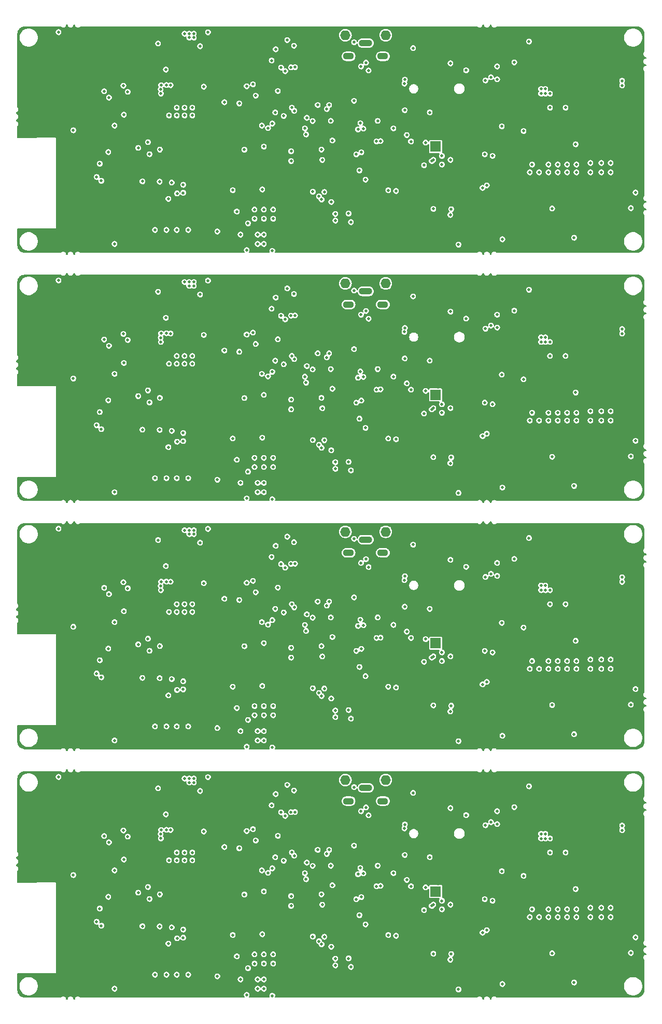
<source format=gbr>
G04 #@! TF.GenerationSoftware,KiCad,Pcbnew,(5.0.1-3-g963ef8bb5)*
G04 #@! TF.CreationDate,2019-02-11T18:03:14-05:00*
G04 #@! TF.ProjectId,fk-core-v0.15-01x04,666B2D636F72652D76302E31352D3031,0.1*
G04 #@! TF.SameCoordinates,PX791ddc0PY791ddc0*
G04 #@! TF.FileFunction,Copper,L2,Inr,Signal*
G04 #@! TF.FilePolarity,Positive*
%FSLAX46Y46*%
G04 Gerber Fmt 4.6, Leading zero omitted, Abs format (unit mm)*
G04 Created by KiCad (PCBNEW (5.0.1-3-g963ef8bb5)) date Monday, February 11, 2019 at 06:03:14 PM*
%MOMM*%
%LPD*%
G01*
G04 APERTURE LIST*
G04 #@! TA.AperFunction,ViaPad*
%ADD10O,1.651000X1.600000*%
G04 #@! TD*
G04 #@! TA.AperFunction,ViaPad*
%ADD11R,1.700000X1.700000*%
G04 #@! TD*
G04 #@! TA.AperFunction,ViaPad*
%ADD12O,2.200000X1.100000*%
G04 #@! TD*
G04 #@! TA.AperFunction,ViaPad*
%ADD13O,1.800000X1.100000*%
G04 #@! TD*
G04 #@! TA.AperFunction,ViaPad*
%ADD14C,0.500000*%
G04 #@! TD*
G04 #@! TA.AperFunction,Conductor*
%ADD15C,0.203200*%
G04 #@! TD*
G04 APERTURE END LIST*
D10*
G04 #@! TO.N,*
G04 #@! TO.C,J9*
X-13316200Y-33816200D03*
X-19916200Y-33816200D03*
G04 #@! TD*
D11*
G04 #@! TO.N,Net-(J15-Pad1)*
G04 #@! TO.C,J4*
X-5156200Y-51980200D03*
G04 #@! TD*
D12*
G04 #@! TO.N,Net-(J16-Pad8)*
G04 #@! TO.C,J16*
X-16586200Y-35098200D03*
D13*
G04 #@! TO.N,Net-(C14-Pad1)*
X-19386200Y-37248200D03*
G04 #@! TO.N,Net-(J16-Pad6)*
X-13786200Y-37248200D03*
G04 #@! TD*
D10*
G04 #@! TO.N,*
G04 #@! TO.C,J9*
X-19916200Y6683800D03*
X-13316200Y6683800D03*
G04 #@! TD*
D11*
G04 #@! TO.N,Net-(J15-Pad1)*
G04 #@! TO.C,J4*
X-5156200Y-11480200D03*
G04 #@! TD*
D13*
G04 #@! TO.N,Net-(J16-Pad6)*
G04 #@! TO.C,J16*
X-13786200Y3251800D03*
G04 #@! TO.N,Net-(C14-Pad1)*
X-19386200Y3251800D03*
D12*
G04 #@! TO.N,Net-(J16-Pad8)*
X-16586200Y5401800D03*
G04 #@! TD*
D10*
G04 #@! TO.N,*
G04 #@! TO.C,J9*
X-13316200Y47183800D03*
X-19916200Y47183800D03*
G04 #@! TD*
D11*
G04 #@! TO.N,Net-(J15-Pad1)*
G04 #@! TO.C,J4*
X-5156200Y29019800D03*
G04 #@! TD*
D12*
G04 #@! TO.N,Net-(J16-Pad8)*
G04 #@! TO.C,J16*
X-16586200Y45901800D03*
D13*
G04 #@! TO.N,Net-(C14-Pad1)*
X-19386200Y43751800D03*
G04 #@! TO.N,Net-(J16-Pad6)*
X-13786200Y43751800D03*
G04 #@! TD*
D11*
G04 #@! TO.N,Net-(J15-Pad1)*
G04 #@! TO.C,J4*
X-5156200Y69519800D03*
G04 #@! TD*
D13*
G04 #@! TO.N,Net-(J16-Pad6)*
G04 #@! TO.C,J16*
X-13786200Y84251800D03*
G04 #@! TO.N,Net-(C14-Pad1)*
X-19386200Y84251800D03*
D12*
G04 #@! TO.N,Net-(J16-Pad8)*
X-16586200Y86401800D03*
G04 #@! TD*
D10*
G04 #@! TO.N,*
G04 #@! TO.C,J9*
X-19916200Y87683800D03*
X-13316200Y87683800D03*
G04 #@! TD*
D14*
G04 #@! TO.N,*
X-33223200Y59254210D03*
X-33223200Y18754210D03*
X-33223200Y-21745790D03*
X-33223200Y-62245790D03*
G04 #@! TO.N,GND*
X-4775200Y64693800D03*
X-58867200Y81154800D03*
X-58187200Y81094800D03*
X-54777200Y87664800D03*
X-4657200Y78664800D03*
X-58936283Y80369933D03*
X-58186283Y80369933D03*
X-13197200Y53054800D03*
X-66497200Y54914800D03*
X-51638200Y58343800D03*
X-50012647Y54042201D03*
X-62306202Y69773800D03*
X-49860200Y58470800D03*
X-38430200Y63677800D03*
X-53797200Y71424800D03*
X-52527200Y71424800D03*
X-51257200Y71424800D03*
X-49987200Y71424800D03*
X-48717200Y71424800D03*
X-47447200Y71424800D03*
X-46177200Y71424800D03*
X-44907200Y71424800D03*
X-43637200Y71424800D03*
X-42367200Y71424800D03*
X-41097200Y71424800D03*
X-39827200Y71424800D03*
X-38557200Y71424800D03*
X-37287200Y71424800D03*
X-36017200Y71424800D03*
X-34747200Y71424800D03*
X-41380528Y53140790D03*
X-37037200Y53482248D03*
X-45059600Y80264000D03*
X-43180000Y80314800D03*
X-25146000Y53289200D03*
X-32203202Y53238400D03*
X-38811200Y57814390D03*
X-57759600Y78486000D03*
X-35387777Y53054460D03*
X-37541200Y80822800D03*
X-51257200Y77266800D03*
X-52019200Y83108800D03*
X12242800Y69646800D03*
X18592800Y84124800D03*
X21132800Y84124800D03*
X23672800Y84124800D03*
X26212800Y84124800D03*
X26212800Y82854800D03*
X23672800Y82854800D03*
X21132800Y82854800D03*
X18592800Y82854800D03*
X23672800Y81584800D03*
X26212800Y81584800D03*
X12682800Y87278390D03*
X24942800Y73964800D03*
X22402800Y73964800D03*
X17322800Y73964800D03*
X17322800Y76504800D03*
X22402800Y76504800D03*
X24942800Y76504800D03*
X12242800Y68376800D03*
X9194800Y69392800D03*
X9194800Y68122800D03*
X3860800Y85902800D03*
X-4775200Y70789800D03*
X-3378200Y70789800D03*
X-1854200Y70789800D03*
X-330200Y70789800D03*
X-330200Y68884800D03*
X-330200Y67487800D03*
X-330200Y66090800D03*
X-330200Y64820800D03*
X-1727200Y64693800D03*
X-2997200Y64693800D03*
X-6426200Y69011800D03*
X-6426200Y66090800D03*
X-6426200Y64693800D03*
X-10998200Y59867800D03*
X-7823200Y61264800D03*
X-19061200Y53328800D03*
X5257800Y68122800D03*
X-5918684Y52885505D03*
X-17384802Y70894116D03*
X-21654476Y66605495D03*
X6868800Y78087219D03*
X-22809200Y53898800D03*
X8052800Y53361421D03*
X-6299200Y70726300D03*
X25450800Y67868800D03*
X27863800Y67868800D03*
X27800300Y78346300D03*
X25387300Y77901800D03*
X21163566Y81733210D03*
X18623566Y81733210D03*
X-56845200Y62407800D03*
X-55575200Y62407800D03*
X-54305200Y62407800D03*
X-53162200Y62407800D03*
X-64592200Y76885800D03*
X-70561200Y76885800D03*
X-18619200Y82346800D03*
X-14308980Y83315203D03*
X9448800Y76885800D03*
X304800Y88061800D03*
X-6807200Y88315800D03*
X-12024166Y77650236D03*
X203200Y60502800D03*
X-24942800Y75793600D03*
X-32512000Y79959200D03*
X-30466400Y68656200D03*
X-30441000Y67081400D03*
X-27000200Y64846200D03*
X9448800Y62280800D03*
X9448800Y61264800D03*
X9448800Y60248800D03*
X10464800Y61264800D03*
X11480800Y61264800D03*
X12496800Y61264800D03*
X13512800Y61264800D03*
X14528800Y61264800D03*
X-54559200Y53644800D03*
X-9637783Y77530405D03*
X-20944945Y80496590D03*
X-24116476Y84709000D03*
X-23647400Y86182200D03*
X-28350390Y78611796D03*
X-25759672Y70610798D03*
X-20599400Y75158600D03*
X-11455400Y72016980D03*
X-6585077Y56824790D03*
X-68529200Y88188800D03*
X-14681200Y76454000D03*
X-34213800Y62153800D03*
X-34213800Y63220600D03*
X-34213794Y65049400D03*
X9240696Y75209400D03*
X-39801800Y86131400D03*
X-8991600Y87172800D03*
X-39801800Y45631400D03*
X-8991600Y46672800D03*
X-13197200Y12554800D03*
X-41097200Y30924800D03*
X18592800Y43624800D03*
X-51257200Y36766800D03*
X21132800Y42354800D03*
X-48717200Y30924800D03*
X18592800Y42354800D03*
X23672800Y41084800D03*
X-52527200Y30924800D03*
X26212800Y41084800D03*
X-45059600Y39764000D03*
X12682800Y46778390D03*
X24942800Y33464800D03*
X22402800Y33464800D03*
X-66497200Y14414800D03*
X-38811200Y17314390D03*
X-34747200Y30924800D03*
X17322800Y33464800D03*
X17322800Y36004800D03*
X-53797200Y30924800D03*
X22402800Y36004800D03*
X24942800Y36004800D03*
X-25146000Y12789200D03*
X-38430200Y23177800D03*
X-62306202Y29273800D03*
X-46177200Y30924800D03*
X-49987200Y30924800D03*
X-42367200Y30924800D03*
X-4775200Y24193800D03*
X-58867200Y40654800D03*
X-58187200Y40594800D03*
X-58936283Y39869933D03*
X-58186283Y39869933D03*
X-37287200Y30924800D03*
X-49860200Y17970800D03*
X-43637200Y30924800D03*
X-43180000Y39814800D03*
X-57759600Y37986000D03*
X-36017200Y30924800D03*
X-35387777Y12554460D03*
X-47447200Y30924800D03*
X21132800Y43624800D03*
X-39827200Y30924800D03*
X26212800Y42354800D03*
X-41380528Y12640790D03*
X-4657200Y38164800D03*
X-51257200Y30924800D03*
X-44907200Y30924800D03*
X-37037200Y12982248D03*
X-37541200Y40322800D03*
X-50012647Y13542201D03*
X-51638200Y17843800D03*
X-52019200Y42608800D03*
X-38557200Y30924800D03*
X23672800Y43624800D03*
X23672800Y42354800D03*
X-54777200Y47164800D03*
X-32203202Y12738400D03*
X12242800Y29146800D03*
X26212800Y43624800D03*
X-70561200Y36385800D03*
X-12024166Y37150236D03*
X10464800Y20764800D03*
X-6426200Y28511800D03*
X-17384802Y30394116D03*
X-21654476Y26105495D03*
X-64592200Y36385800D03*
X-54559200Y13144800D03*
X3860800Y45402800D03*
X-5918684Y12385505D03*
X9448800Y36385800D03*
X-6807200Y47815800D03*
X8052800Y12861421D03*
X-6426200Y25590800D03*
X-18619200Y41846800D03*
X5257800Y27622800D03*
X-54305200Y21907800D03*
X-4775200Y30289800D03*
X6868800Y37587219D03*
X-14308980Y42815203D03*
X-6299200Y30226300D03*
X203200Y20002800D03*
X-9637783Y37030405D03*
X-20944945Y39996590D03*
X-1854200Y30289800D03*
X304800Y47561800D03*
X-56845200Y21907800D03*
X9448800Y21780800D03*
X14528800Y20764800D03*
X-330200Y26987800D03*
X-330200Y25590800D03*
X-330200Y24320800D03*
X-19061200Y12828800D03*
X9194800Y27622800D03*
X27863800Y27368800D03*
X-330200Y30289800D03*
X-10998200Y19367800D03*
X25387300Y37401800D03*
X21163566Y41233210D03*
X-27000200Y24346200D03*
X-6426200Y24193800D03*
X-55575200Y21907800D03*
X27800300Y37846300D03*
X-24942800Y35293600D03*
X-32512000Y39459200D03*
X9448800Y19748800D03*
X-53162200Y21907800D03*
X12496800Y20764800D03*
X-30441000Y26581400D03*
X13512800Y20764800D03*
X-1727200Y24193800D03*
X-24116476Y44209000D03*
X9194800Y28892800D03*
X-330200Y28384800D03*
X25450800Y27368800D03*
X-30466400Y28156200D03*
X-22809200Y13398800D03*
X9448800Y20764800D03*
X11480800Y20764800D03*
X12242800Y27876800D03*
X-7823200Y20764800D03*
X18623566Y41233210D03*
X-2997200Y24193800D03*
X-3378200Y30289800D03*
X-34213794Y24549400D03*
X-6585077Y16324790D03*
X-11455400Y31516980D03*
X9240696Y34709400D03*
X-14681200Y35954000D03*
X-28350390Y38111796D03*
X-25759672Y30110798D03*
X-20599400Y34658600D03*
X-68529200Y47688800D03*
X-23647400Y45682200D03*
X-34213800Y21653800D03*
X-34213800Y22720600D03*
X-6299200Y-10273700D03*
X9448800Y-4114200D03*
X-21654476Y-14394505D03*
X-32203202Y-27761600D03*
X-54777200Y6664800D03*
X-70561200Y-4114200D03*
X12242800Y-11353200D03*
X5257800Y-12877200D03*
X203200Y-20497200D03*
X-9637783Y-3469595D03*
X-1854200Y-10210200D03*
X9448800Y-18719200D03*
X-6426200Y-11988200D03*
X-6807200Y7315800D03*
X-6426200Y-14909200D03*
X23672800Y1854800D03*
X-54305200Y-18592200D03*
X304800Y7061800D03*
X-38557200Y-9575200D03*
X-56845200Y-18592200D03*
X-64592200Y-4114200D03*
X3860800Y4902800D03*
X-54559200Y-27355200D03*
X-5918684Y-28114495D03*
X-14308980Y2315203D03*
X-20944945Y-503410D03*
X14528800Y-19735200D03*
X-330200Y-14909200D03*
X-19061200Y-27671200D03*
X26212800Y3124800D03*
X-17384802Y-10105884D03*
X-330200Y-16179200D03*
X23672800Y3124800D03*
X-12024166Y-3349764D03*
X8052800Y-27638579D03*
X27863800Y-13131200D03*
X-18619200Y1346800D03*
X-330200Y-10210200D03*
X-10998200Y-21132200D03*
X21163566Y733210D03*
X-4775200Y-10210200D03*
X10464800Y-19735200D03*
X-27000200Y-16153800D03*
X9194800Y-12877200D03*
X25387300Y-3098200D03*
X-52019200Y2108800D03*
X-330200Y-13512200D03*
X6868800Y-2912781D03*
X-6426200Y-16306200D03*
X21132800Y1854800D03*
X-45059600Y-736000D03*
X18592800Y1854800D03*
X24942800Y-7035200D03*
X22402800Y-7035200D03*
X-38811200Y-23185610D03*
X-66497200Y-26085200D03*
X26212800Y584800D03*
X-48717200Y-9575200D03*
X23672800Y584800D03*
X12682800Y6278390D03*
X-52527200Y-9575200D03*
X-58187200Y94800D03*
X-58186283Y-630067D03*
X-49860200Y-22529200D03*
X-57759600Y-2514000D03*
X-36017200Y-9575200D03*
X-35387777Y-27945540D03*
X-4775200Y-16306200D03*
X-37287200Y-9575200D03*
X-58936283Y-630067D03*
X-58867200Y154800D03*
X-43637200Y-9575200D03*
X-43180000Y-685200D03*
X-39801800Y5131400D03*
X-13197200Y-27945200D03*
X-8991600Y6172800D03*
X-41097200Y-9575200D03*
X18592800Y3124800D03*
X-51257200Y-3733200D03*
X-30441000Y-13918600D03*
X9194800Y-11607200D03*
X25450800Y-13131200D03*
X-6585077Y-24175210D03*
X-11455400Y-8983020D03*
X27800300Y-2653700D03*
X18623566Y733210D03*
X-24116476Y3709000D03*
X-34213800Y-17779400D03*
X13512800Y-19735200D03*
X-25759672Y-10389202D03*
X-28350390Y-2388204D03*
X-22809200Y-27101200D03*
X-330200Y-12115200D03*
X9240696Y-5790600D03*
X-7823200Y-19735200D03*
X-68529200Y7188800D03*
X12496800Y-19735200D03*
X-55575200Y-18592200D03*
X9448800Y-20751200D03*
X-1727200Y-16306200D03*
X9448800Y-19735200D03*
X-23647400Y5182200D03*
X11480800Y-19735200D03*
X-20599400Y-5841400D03*
X12242800Y-12623200D03*
X-3378200Y-10210200D03*
X-30466400Y-12343800D03*
X-53162200Y-18592200D03*
X-32512000Y-1040800D03*
X-2997200Y-16306200D03*
X-24942800Y-5206400D03*
X-34213794Y-15950600D03*
X-14681200Y-4546000D03*
X-34213800Y-18846200D03*
X-41380528Y-27859210D03*
X-51638200Y-22656200D03*
X-47447200Y-9575200D03*
X-44907200Y-9575200D03*
X-37037200Y-27517752D03*
X-37541200Y-177200D03*
X-50012647Y-26957799D03*
X-39827200Y-9575200D03*
X21132800Y3124800D03*
X-4657200Y-2335200D03*
X-51257200Y-9575200D03*
X26212800Y1854800D03*
X22402800Y-4495200D03*
X-46177200Y-9575200D03*
X-49987200Y-9575200D03*
X-42367200Y-9575200D03*
X24942800Y-4495200D03*
X17322800Y-7035200D03*
X-25146000Y-27710800D03*
X17322800Y-4495200D03*
X-53797200Y-9575200D03*
X-34747200Y-9575200D03*
X-38430200Y-17322200D03*
X-62306202Y-11226200D03*
X-54777200Y-33835200D03*
X12242800Y-51853200D03*
X5257800Y-53377200D03*
X-9637783Y-43969595D03*
X-1854200Y-50710200D03*
X203200Y-60997200D03*
X-6426200Y-52488200D03*
X9448800Y-44614200D03*
X-6807200Y-33184200D03*
X9448800Y-59219200D03*
X-70561200Y-44614200D03*
X-6426200Y-55409200D03*
X23672800Y-38645200D03*
X-54305200Y-59092200D03*
X304800Y-33438200D03*
X-38557200Y-50075200D03*
X-56845200Y-59092200D03*
X-32203202Y-68261600D03*
X-6299200Y-50773700D03*
X-21654476Y-54894505D03*
X-11455400Y-49483020D03*
X-28350390Y-42888204D03*
X-22809200Y-67601200D03*
X-1727200Y-56806200D03*
X11480800Y-60235200D03*
X27800300Y-43153700D03*
X25450800Y-53631200D03*
X-25759672Y-50889202D03*
X-30466400Y-52843800D03*
X-32512000Y-41540800D03*
X9240696Y-46290600D03*
X-20599400Y-46341400D03*
X-24116476Y-36791000D03*
X-68529200Y-33311200D03*
X9448800Y-60235200D03*
X-23647400Y-35317800D03*
X-34213794Y-56450600D03*
X-7823200Y-60235200D03*
X9448800Y-61251200D03*
X12242800Y-53123200D03*
X-24942800Y-45706400D03*
X-53162200Y-59092200D03*
X-14681200Y-45046000D03*
X18623566Y-39766790D03*
X13512800Y-60235200D03*
X-2997200Y-56806200D03*
X12496800Y-60235200D03*
X-34213800Y-59346200D03*
X-3378200Y-50710200D03*
X-330200Y-52615200D03*
X-55575200Y-59092200D03*
X9194800Y-52107200D03*
X-30441000Y-54418600D03*
X-34213800Y-58279400D03*
X-6585077Y-64675210D03*
X-41380528Y-68359210D03*
X-51638200Y-63156200D03*
X26212800Y-38645200D03*
X-51257200Y-50075200D03*
X-4657200Y-42835200D03*
X-44907200Y-50075200D03*
X-37037200Y-68017752D03*
X-50012647Y-67457799D03*
X-47447200Y-50075200D03*
X-37541200Y-40677200D03*
X-39827200Y-50075200D03*
X21132800Y-37375200D03*
X24942800Y-44995200D03*
X-25146000Y-68210800D03*
X17322800Y-44995200D03*
X-53797200Y-50075200D03*
X-34747200Y-50075200D03*
X-38430200Y-57822200D03*
X22402800Y-44995200D03*
X-46177200Y-50075200D03*
X-49987200Y-50075200D03*
X-42367200Y-50075200D03*
X17322800Y-47535200D03*
X-66497200Y-66585200D03*
X-17384802Y-50605884D03*
X26212800Y-39915200D03*
X-48717200Y-50075200D03*
X-19061200Y-68171200D03*
X23672800Y-39915200D03*
X12682800Y-34221610D03*
X-12024166Y-43849764D03*
X10464800Y-60235200D03*
X9194800Y-53377200D03*
X-52019200Y-38391200D03*
X23672800Y-37375200D03*
X-10998200Y-61632200D03*
X-5918684Y-68614495D03*
X-20944945Y-41003410D03*
X-330200Y-50710200D03*
X25387300Y-43598200D03*
X-6426200Y-56806200D03*
X-330200Y-55409200D03*
X-14308980Y-38184797D03*
X-18619200Y-39153200D03*
X21163566Y-39766790D03*
X8052800Y-68138579D03*
X-4775200Y-50710200D03*
X-27000200Y-56653800D03*
X-330200Y-54012200D03*
X21132800Y-38645200D03*
X-45059600Y-41236000D03*
X-64592200Y-44614200D03*
X3860800Y-35597200D03*
X-54559200Y-67855200D03*
X14528800Y-60235200D03*
X27863800Y-53631200D03*
X18592800Y-38645200D03*
X6868800Y-43412781D03*
X24942800Y-47535200D03*
X-330200Y-56679200D03*
X26212800Y-37375200D03*
X22402800Y-47535200D03*
X-38811200Y-63685610D03*
X-43637200Y-50075200D03*
X-35387777Y-68445540D03*
X-39801800Y-35368600D03*
X-36017200Y-50075200D03*
X-58187200Y-40405200D03*
X-8991600Y-34327200D03*
X-4775200Y-56806200D03*
X-58936283Y-41130067D03*
X-58867200Y-40345200D03*
X18592800Y-37375200D03*
X-52527200Y-50075200D03*
X-49860200Y-63029200D03*
X-13197200Y-68445200D03*
X-57759600Y-43014000D03*
X-51257200Y-44233200D03*
X-37287200Y-50075200D03*
X-58186283Y-41130067D03*
X-43180000Y-41185200D03*
X-41097200Y-50075200D03*
X-62306202Y-51726200D03*
G04 #@! TO.N,/SWCLK*
X-11633200Y62280800D03*
X-14811312Y70367487D03*
X-22936200Y75641200D03*
X-14811312Y29867487D03*
X-11633200Y21780800D03*
X-22936200Y35141200D03*
X-22936200Y-5358800D03*
X-11633200Y-18719200D03*
X-14811312Y-10632513D03*
X-14811312Y-51132513D03*
X-11633200Y-59219200D03*
X-22936200Y-45858800D03*
G04 #@! TO.N,/SWDIO*
X-12903200Y62403810D03*
X-14160844Y70417808D03*
X-22555200Y76301600D03*
X-12903200Y21903810D03*
X-14160844Y29917808D03*
X-22555200Y35801600D03*
X-12903200Y-18596190D03*
X-22555200Y-4698400D03*
X-14160844Y-10582192D03*
X-22555200Y-45198400D03*
X-14160844Y-51082192D03*
X-12903200Y-59096190D03*
G04 #@! TO.N,/MOSI*
X-46384390Y63296800D03*
X-48260000Y63652400D03*
X-18999200Y57200800D03*
X-24206200Y61391798D03*
X-24206200Y20891798D03*
X-18999200Y16700800D03*
X-46384390Y22796800D03*
X-48260000Y23152400D03*
X-18999200Y-23799200D03*
X-46384390Y-17703200D03*
X-24206200Y-19608202D03*
X-48260000Y-17347600D03*
X-18999200Y-64299200D03*
X-24206200Y-60108202D03*
X-46384390Y-58203200D03*
X-48260000Y-57847600D03*
G04 #@! TO.N,/MISO*
X-37642800Y58928000D03*
X-21543602Y57454800D03*
X-23345145Y62116445D03*
X-21543602Y16954800D03*
X-23345145Y21616445D03*
X-37642800Y18428000D03*
X-21543602Y-23545200D03*
X-23345145Y-18883555D03*
X-37642800Y-22072000D03*
X-23345145Y-59383555D03*
X-21543602Y-64045200D03*
X-37642800Y-62572000D03*
G04 #@! TO.N,/SCK*
X-46384390Y61976000D03*
X-47396400Y61874400D03*
X-19380200Y58597800D03*
X-23788895Y60890305D03*
X-46384390Y21476000D03*
X-23788895Y20390305D03*
X-19380200Y18097800D03*
X-47396400Y21374400D03*
X-23788895Y-20109695D03*
X-46384390Y-19024000D03*
X-47396400Y-19125600D03*
X-19380200Y-22402200D03*
X-46384390Y-59524000D03*
X-23788895Y-60609695D03*
X-47396400Y-59625600D03*
X-19380200Y-62902200D03*
G04 #@! TO.N,3V3*
X-1427200Y53524800D03*
X-33477200Y62534800D03*
X-44907200Y74599800D03*
X-46177200Y75869800D03*
X-46177200Y74599800D03*
X-47447200Y75869800D03*
X-47447200Y74599800D03*
X-48717200Y74599800D03*
X-44907200Y75869800D03*
X-34544000Y77825600D03*
X-56083200Y74726800D03*
X-2743200Y83108800D03*
X-25222200Y62153800D03*
X17449800Y54660800D03*
X26720800Y59486800D03*
X-52146200Y70242800D03*
X-33223208Y69519800D03*
X5638800Y72821800D03*
X-30937200Y78587600D03*
X-18491200Y76984400D03*
X-17844476Y72320495D03*
X-28766400Y68757800D03*
X-28766400Y67157600D03*
X13867500Y59423300D03*
X-6811168Y70174491D03*
X-9194800Y70358000D03*
X-10220181Y75459443D03*
X-66751200Y88188800D03*
X4876800Y82600800D03*
X-8849190Y85586069D03*
X-46177200Y34099800D03*
X-47447200Y34099800D03*
X-48717200Y34099800D03*
X-44907200Y35369800D03*
X-34544000Y37325600D03*
X-1427200Y13024800D03*
X-44907200Y34099800D03*
X-47447200Y35369800D03*
X-56083200Y34226800D03*
X-33477200Y22034800D03*
X-46177200Y35369800D03*
X-2743200Y42608800D03*
X-8849190Y45086069D03*
X-25222200Y21653800D03*
X4876800Y42100800D03*
X-66751200Y47688800D03*
X13867500Y18923300D03*
X-9194800Y29858000D03*
X-28766400Y28257800D03*
X5638800Y32321800D03*
X-52146200Y29742800D03*
X-6811168Y29674491D03*
X-10220181Y34959443D03*
X-28766400Y26657600D03*
X17449800Y14160800D03*
X26720800Y18986800D03*
X-30937200Y38087600D03*
X-18491200Y36484400D03*
X-33223208Y29019800D03*
X-17844476Y31820495D03*
X-17844476Y-8679505D03*
X-1427200Y-27475200D03*
X-44907200Y-6400200D03*
X-56083200Y-6273200D03*
X-47447200Y-5130200D03*
X-34544000Y-3174400D03*
X-2743200Y2108800D03*
X-25222200Y-18846200D03*
X-66751200Y7188800D03*
X13867500Y-21576700D03*
X-46177200Y-5130200D03*
X4876800Y1600800D03*
X-33477200Y-18465200D03*
X-8849190Y4586069D03*
X-47447200Y-6400200D03*
X-48717200Y-6400200D03*
X-46177200Y-6400200D03*
X-44907200Y-5130200D03*
X-28766400Y-13842400D03*
X-9194800Y-10642000D03*
X-28766400Y-12242200D03*
X-10220181Y-5540557D03*
X17449800Y-26339200D03*
X-6811168Y-10825509D03*
X26720800Y-21513200D03*
X-30937200Y-2412400D03*
X-33223208Y-11480200D03*
X-18491200Y-4015600D03*
X5638800Y-8178200D03*
X-52146200Y-10757200D03*
X-44907200Y-46900200D03*
X-47447200Y-45630200D03*
X-56083200Y-46773200D03*
X-1427200Y-67975200D03*
X-34544000Y-43674400D03*
X-2743200Y-38391200D03*
X-25222200Y-59346200D03*
X13867500Y-62076700D03*
X-46177200Y-45630200D03*
X4876800Y-38899200D03*
X-66751200Y-33311200D03*
X-17844476Y-49179505D03*
X-47447200Y-46900200D03*
X17449800Y-66839200D03*
X-9194800Y-51142000D03*
X-33477200Y-58965200D03*
X-46177200Y-46900200D03*
X26720800Y-62013200D03*
X-28766400Y-52742200D03*
X-8849190Y-35913931D03*
X-48717200Y-46900200D03*
X-44907200Y-45630200D03*
X-6811168Y-51325509D03*
X-10220181Y-46040557D03*
X-33223208Y-51980200D03*
X-18491200Y-44515600D03*
X-30937200Y-42912400D03*
X5638800Y-48678200D03*
X-52146200Y-51257200D03*
X-28766400Y-54342400D03*
G04 #@! TO.N,/RESET*
X-7061200Y66471800D03*
X-22289476Y73714790D03*
X-22289476Y33214790D03*
X-7061200Y25971800D03*
X-22289476Y-7285210D03*
X-7061200Y-14528200D03*
X-7061200Y-55028200D03*
X-22289476Y-47785210D03*
G04 #@! TO.N,/USB-*
X-16113563Y81936410D03*
X-16113563Y41436410D03*
X-16113563Y936410D03*
X-16113563Y-39563590D03*
G04 #@! TO.N,/USB+*
X-16534597Y83216160D03*
X-16534597Y42716160D03*
X-16534597Y2216160D03*
X-16534597Y-38283840D03*
G04 #@! TO.N,/D30*
X-17463476Y73336495D03*
X2856524Y68256495D03*
X-17463476Y32836495D03*
X2856524Y27756495D03*
X2856524Y-12743505D03*
X-17463476Y-7663505D03*
X2856524Y-53243505D03*
X-17463476Y-48163505D03*
G04 #@! TO.N,/D31*
X-16955476Y72447495D03*
X4126524Y68002495D03*
X-16955476Y31947495D03*
X4126524Y27502495D03*
X4126524Y-12997505D03*
X-16955476Y-8552505D03*
X4126524Y-53497505D03*
X-16955476Y-49052505D03*
G04 #@! TO.N,VUSB*
X-18491200Y86537800D03*
X-18491200Y46037800D03*
X-18491200Y5537800D03*
X-18491200Y-34962200D03*
G04 #@! TO.N,/SDA2*
X-31953200Y83566000D03*
X-31365010Y75096349D03*
X-31953200Y43066000D03*
X-31365010Y34596349D03*
X-31953200Y2566000D03*
X-31365010Y-5903651D03*
X-31365010Y-46403651D03*
X-31953200Y-37934000D03*
G04 #@! TO.N,/BAT_BACKUP*
X5740400Y54406800D03*
X2971800Y80314800D03*
X5740400Y13906800D03*
X2971800Y39814800D03*
X2971800Y-685200D03*
X5740400Y-26593200D03*
X5740400Y-67093200D03*
X2971800Y-41185200D03*
G04 #@! TO.N,VBAT*
X-60528200Y64566800D03*
X-60020200Y66725800D03*
X-60020200Y26225800D03*
X-60528200Y24066800D03*
X-60020200Y-14274200D03*
X-60528200Y-16433200D03*
X-60020200Y-54774200D03*
X-60528200Y-56933200D03*
G04 #@! TO.N,VBUS*
X-50007200Y79544800D03*
X-49147200Y79564800D03*
X-48447200Y79534800D03*
X-50077200Y78854800D03*
X-50037200Y78164800D03*
X-59307200Y78544800D03*
X-55447200Y78464800D03*
X-46177200Y87934800D03*
X-45415200Y87934800D03*
X-44653200Y87934800D03*
X-44653200Y87299800D03*
X-45415200Y87299800D03*
X13512800Y78155800D03*
X12052300Y78155800D03*
X12052300Y78917800D03*
X12750800Y78917798D03*
X12750800Y78155802D03*
X-50077200Y38354800D03*
X13512800Y37655800D03*
X-49147200Y39064800D03*
X12750800Y37655802D03*
X-44653200Y47434800D03*
X-55447200Y37964800D03*
X-44653200Y46799800D03*
X-45415200Y46799800D03*
X-59307200Y38044800D03*
X-46177200Y47434800D03*
X-50007200Y39044800D03*
X-48447200Y39034800D03*
X-50037200Y37664800D03*
X-45415200Y47434800D03*
X12052300Y37655800D03*
X12750800Y38417798D03*
X12052300Y38417800D03*
X12750800Y-2082202D03*
X-59307200Y-2455200D03*
X-50037200Y-2835200D03*
X-45415200Y6934800D03*
X-44653200Y6299800D03*
X-46177200Y6934800D03*
X-50007200Y-1455200D03*
X12052300Y-2844200D03*
X-45415200Y6299800D03*
X-48447200Y-1465200D03*
X-49147200Y-1435200D03*
X-44653200Y6934800D03*
X-50077200Y-2145200D03*
X13512800Y-2844200D03*
X12750800Y-2844198D03*
X-55447200Y-2535200D03*
X12052300Y-2082200D03*
X12052300Y-42582200D03*
X-48447200Y-41965200D03*
X-45415200Y-33565200D03*
X-50007200Y-41955200D03*
X-59307200Y-42955200D03*
X-46177200Y-33565200D03*
X-45415200Y-34200200D03*
X12052300Y-43344200D03*
X12750800Y-42582202D03*
X-50037200Y-43335200D03*
X-44653200Y-34200200D03*
X-44653200Y-33565200D03*
X-55447200Y-43035200D03*
X13512800Y-43344200D03*
X-50077200Y-42645200D03*
X12750800Y-43344198D03*
X-49147200Y-41935200D03*
G04 #@! TO.N,/GPS_FIX*
X7682524Y83257210D03*
X7682524Y42757210D03*
X7682524Y2257210D03*
X7682524Y-38242790D03*
G04 #@! TO.N,Net-(J11-Pad1)*
X25298400Y80264000D03*
X25298400Y79502000D03*
X25298400Y39002000D03*
X25298400Y39764000D03*
X25298400Y-1498000D03*
X25298400Y-736000D03*
X25298400Y-41236000D03*
X25298400Y-41998000D03*
G04 #@! TO.N,Net-(R4-Pad1)*
X-51003200Y55930800D03*
X-51003200Y15430800D03*
X-51003200Y-25069200D03*
X-51003200Y-65569200D03*
G04 #@! TO.N,Net-(R5-Pad1)*
X-47447200Y55930800D03*
X-47447200Y15430800D03*
X-47447200Y-25069200D03*
X-47447200Y-65569200D03*
G04 #@! TO.N,/SCL2*
X-31830343Y73284581D03*
X-30403800Y82423000D03*
X-31830343Y32784581D03*
X-30403800Y41923000D03*
X-30403800Y1423000D03*
X-31830343Y-7715419D03*
X-31830343Y-48215419D03*
X-30403800Y-39077000D03*
G04 #@! TO.N,/PG*
X-50499200Y86334600D03*
X-58510732Y77521136D03*
X-50499200Y45834600D03*
X-58510732Y37021136D03*
X-50499200Y5334600D03*
X-58510732Y-3478864D03*
X-58510732Y-43978864D03*
X-50499200Y-35165400D03*
G04 #@! TO.N,/CHG*
X-56157198Y79454800D03*
X-49225200Y82092800D03*
X-49225200Y41592800D03*
X-56157198Y38954800D03*
X-56157198Y-1545200D03*
X-49225200Y1092800D03*
X-49225200Y-39407200D03*
X-56157198Y-42045200D03*
G04 #@! TO.N,/GPS_TX*
X4888524Y80495602D03*
X4888524Y39995602D03*
X4888524Y-504398D03*
X4888524Y-41004398D03*
G04 #@! TO.N,/GPS_RX*
X3872524Y80826790D03*
X3872524Y40326790D03*
X3872524Y-173210D03*
X3872524Y-40673210D03*
G04 #@! TO.N,/PERIPH_3V3*
X-34239200Y55168800D03*
X-33223200Y55168800D03*
X-34239200Y53644800D03*
X-33223200Y53644800D03*
X-34747200Y59254210D03*
X-31699200Y59254210D03*
X-50241200Y63804800D03*
X-38303200Y62407800D03*
X-40809145Y55672810D03*
X-48814821Y60990915D03*
X-45567600Y55930800D03*
X-49123600Y55930800D03*
X-31835022Y52503103D03*
X-33199924Y57751609D03*
X-31698411Y57751609D03*
X-34743118Y57751609D03*
X-5537200Y59359800D03*
X-36398200Y69011800D03*
X-53057652Y63847790D03*
X-50206246Y69035120D03*
X-64338200Y72186800D03*
X-2616200Y59309000D03*
X-2768600Y58369200D03*
X-33223200Y13144800D03*
X-40809145Y15172810D03*
X-50206246Y28535120D03*
X-48814821Y20490915D03*
X-34747200Y18754210D03*
X-31835022Y12003103D03*
X-36398200Y28511800D03*
X-31698411Y17251609D03*
X-31699200Y18754210D03*
X-33199924Y17251609D03*
X-5537200Y18859800D03*
X-34743118Y17251609D03*
X-53057652Y23347790D03*
X-49123600Y15430800D03*
X-45567600Y15430800D03*
X-64338200Y31686800D03*
X-50241200Y23304800D03*
X-2616200Y18809000D03*
X-38303200Y21907800D03*
X-2768600Y17869200D03*
X-34239200Y14668800D03*
X-33223200Y14668800D03*
X-34239200Y13144800D03*
X-33223200Y-27355200D03*
X-50206246Y-11964880D03*
X-40809145Y-25327190D03*
X-31699200Y-21745790D03*
X-5537200Y-21640200D03*
X-53057652Y-17152210D03*
X-49123600Y-25069200D03*
X-34747200Y-21745790D03*
X-45567600Y-25069200D03*
X-31835022Y-28496897D03*
X-34743118Y-23248391D03*
X-36398200Y-11988200D03*
X-33199924Y-23248391D03*
X-31698411Y-23248391D03*
X-48814821Y-20009085D03*
X-38303200Y-18592200D03*
X-2768600Y-22630800D03*
X-2616200Y-21691000D03*
X-64338200Y-8813200D03*
X-50241200Y-17195200D03*
X-34239200Y-27355200D03*
X-33223200Y-25831200D03*
X-34239200Y-25831200D03*
X-50241200Y-57695200D03*
X-64338200Y-49313200D03*
X-34239200Y-66331200D03*
X-40809145Y-65827190D03*
X-2616200Y-62191000D03*
X-45567600Y-65569200D03*
X-49123600Y-65569200D03*
X-5537200Y-62140200D03*
X-53057652Y-57652210D03*
X-34743118Y-63748391D03*
X-33199924Y-63748391D03*
X-48814821Y-60509085D03*
X-31699200Y-62245790D03*
X-38303200Y-59092200D03*
X-31835022Y-68996897D03*
X-2768600Y-63130800D03*
X-50206246Y-52464880D03*
X-36398200Y-52488200D03*
X-31698411Y-63748391D03*
X-34747200Y-62245790D03*
X-33223200Y-67855200D03*
X-34239200Y-67855200D03*
X-33223200Y-66331200D03*
G04 #@! TO.N,/GPS_3V3*
X13512800Y75869800D03*
X16052800Y75869800D03*
X21894800Y65328800D03*
X23418800Y65328800D03*
X20116800Y65328800D03*
X20116800Y66852800D03*
X21894800Y66852800D03*
X23418800Y66852800D03*
X17703800Y69900800D03*
X9194800Y72059800D03*
X27482800Y62026800D03*
X13512800Y35369800D03*
X27482800Y21526800D03*
X23418800Y24828800D03*
X21894800Y26352800D03*
X16052800Y35369800D03*
X23418800Y26352800D03*
X17703800Y29400800D03*
X20116800Y24828800D03*
X20116800Y26352800D03*
X9194800Y31559800D03*
X21894800Y24828800D03*
X23418800Y-15671200D03*
X21894800Y-14147200D03*
X23418800Y-14147200D03*
X17703800Y-11099200D03*
X16052800Y-5130200D03*
X27482800Y-18973200D03*
X13512800Y-5130200D03*
X9194800Y-8940200D03*
X20116800Y-15671200D03*
X20116800Y-14147200D03*
X21894800Y-15671200D03*
X27482800Y-59473200D03*
X13512800Y-45630200D03*
X20116800Y-56171200D03*
X20116800Y-54647200D03*
X16052800Y-45630200D03*
X21894800Y-56171200D03*
X9194800Y-49440200D03*
X21894800Y-54647200D03*
X23418800Y-54647200D03*
X17703800Y-51599200D03*
X23418800Y-56171200D03*
G04 #@! TO.N,Net-(C29-Pad1)*
X-43027600Y79298800D03*
X-36032236Y79361542D03*
X-43027600Y38798800D03*
X-36032236Y38861542D03*
X-43027600Y-1701200D03*
X-36032236Y-1638458D03*
X-36032236Y-42138458D03*
X-43027600Y-42201200D03*
G04 #@! TO.N,/MODULE_3V3*
X-37236400Y76555600D03*
X-37236400Y36055600D03*
X-37236400Y-4444400D03*
X-37236400Y-44944400D03*
G04 #@! TO.N,/D12_SD_CS*
X-17602200Y65629621D03*
X-17602200Y25129621D03*
X-17602200Y-15370379D03*
X-17602200Y-55870379D03*
G04 #@! TO.N,/A1_WIFI_RST*
X-36017200Y52628800D03*
X-57607200Y53644800D03*
X-57607200Y13144800D03*
X-36017200Y12128800D03*
X-57607200Y-27355200D03*
X-36017200Y-28371200D03*
X-57607200Y-67855200D03*
X-36017200Y-68871200D03*
G04 #@! TO.N,/D2_WIFI_EN*
X-37033200Y55168800D03*
X-21553602Y58541205D03*
X-37033200Y14668800D03*
X-21553602Y18041205D03*
X-37033200Y-25831200D03*
X-21553602Y-22458795D03*
X-37033200Y-66331200D03*
X-21553602Y-62958795D03*
G04 #@! TO.N,/D7_WIFI_CS*
X-22019058Y70522143D03*
X-22019058Y30022143D03*
X-22019058Y-10477857D03*
X-22019058Y-50977857D03*
G04 #@! TO.N,/A2_WIFI_IRQ*
X-32538648Y72534185D03*
X-32538648Y32034185D03*
X-32538648Y-8465815D03*
X-32538648Y-48965815D03*
G04 #@! TO.N,/D8_WIFI_WAKE*
X-25247600Y73685400D03*
X-25247600Y33185400D03*
X-25247600Y-7314600D03*
X-25247600Y-47814600D03*
G04 #@! TO.N,/A4_GPS_EN*
X-28263093Y75352349D03*
X-6127735Y75103832D03*
X-28263093Y34852349D03*
X-6127735Y34603832D03*
X-28263093Y-5647651D03*
X-6127735Y-5896168D03*
X-28263093Y-46147651D03*
X-6127735Y-46396168D03*
G04 #@! TO.N,/D5_RADIO_CS*
X-23679703Y67339390D03*
X-23679703Y26839390D03*
X-23679703Y-13660610D03*
X-23679703Y-54160610D03*
G04 #@! TO.N,/D26_FLASH_CS*
X-35801488Y56997600D03*
X-22206881Y60486056D03*
X-35801488Y16497600D03*
X-22206881Y19986056D03*
X-35801488Y-24002400D03*
X-22206881Y-20513944D03*
X-22206881Y-61013944D03*
X-35801488Y-64502400D03*
G04 #@! TO.N,/D25_PERIPH_EN*
X-28655190Y75873790D03*
X-24434800Y76301600D03*
X-24434800Y35801600D03*
X-28655190Y35373790D03*
X-28655190Y-5126210D03*
X-24434800Y-4698400D03*
X-24434800Y-45198400D03*
X-28655190Y-45626210D03*
G04 #@! TO.N,/GPS_PWR_FILT*
X10591800Y66598800D03*
X17830800Y65328800D03*
X16306800Y65328800D03*
X14782800Y65328800D03*
X13258800Y65328800D03*
X11734800Y65328800D03*
X10210800Y65328800D03*
X13258800Y66598800D03*
X14782800Y66598800D03*
X16306800Y66598800D03*
X17830800Y66598800D03*
X16306800Y24828800D03*
X13258800Y26098800D03*
X17830800Y26098800D03*
X11734800Y24828800D03*
X14782800Y26098800D03*
X14782800Y24828800D03*
X13258800Y24828800D03*
X17830800Y24828800D03*
X10210800Y24828800D03*
X16306800Y26098800D03*
X10591800Y26098800D03*
X16306800Y-15671200D03*
X13258800Y-14401200D03*
X11734800Y-15671200D03*
X10210800Y-15671200D03*
X17830800Y-15671200D03*
X16306800Y-14401200D03*
X14782800Y-14401200D03*
X13258800Y-15671200D03*
X14782800Y-15671200D03*
X10591800Y-14401200D03*
X17830800Y-14401200D03*
X16306800Y-54901200D03*
X10591800Y-54901200D03*
X11734800Y-56171200D03*
X13258800Y-56171200D03*
X14782800Y-56171200D03*
X17830800Y-54901200D03*
X17830800Y-56171200D03*
X14782800Y-54901200D03*
X10210800Y-56171200D03*
X16306800Y-56171200D03*
X13258800Y-54901200D03*
G04 #@! TO.N,Net-(J15-Pad1)*
X-5806297Y67156855D03*
X-5537200Y67360800D03*
X-2743200Y67360800D03*
X-4140200Y67995800D03*
X-4140200Y66598800D03*
X-4140200Y27495800D03*
X-4140200Y26098800D03*
X-5806297Y26656855D03*
X-5537200Y26860800D03*
X-2743200Y26860800D03*
X-4140200Y-13004200D03*
X-4140200Y-14401200D03*
X-5537200Y-13639200D03*
X-2743200Y-13639200D03*
X-5806297Y-13843145D03*
X-5806297Y-54343145D03*
X-4140200Y-53504200D03*
X-4140200Y-54901200D03*
X-2743200Y-54139200D03*
X-5537200Y-54139200D03*
G04 #@! TO.N,/SDA1*
X-51892200Y68280800D03*
X-18112247Y68249800D03*
X-43637200Y85902800D03*
X-9876610Y71399400D03*
X-10185400Y80441800D03*
X-28295600Y85979000D03*
X-31292802Y85394800D03*
X2489200Y62788800D03*
X-51892200Y27780800D03*
X-9876610Y30899400D03*
X-18112247Y27749800D03*
X-31292802Y44894800D03*
X-10185400Y39941800D03*
X-28295600Y45479000D03*
X-43637200Y45402800D03*
X2489200Y22288800D03*
X-43637200Y4902800D03*
X-51892200Y-12719200D03*
X-28295600Y4979000D03*
X-18112247Y-12750200D03*
X-31292802Y4394800D03*
X-10185400Y-558200D03*
X2489200Y-18211200D03*
X-9876610Y-9600600D03*
X-28295600Y-35521000D03*
X-51892200Y-53219200D03*
X2489200Y-58711200D03*
X-31292802Y-36105200D03*
X-10185400Y-41058200D03*
X-43637200Y-35597200D03*
X-18112247Y-53250200D03*
X-9876610Y-50100600D03*
G04 #@! TO.N,/SCL1*
X-10261588Y79793852D03*
X-53744001Y69314531D03*
X-12065000Y72495570D03*
X3200400Y63195200D03*
X-17300727Y68592779D03*
X-42341800Y88163400D03*
X-29387800Y86893400D03*
X-12065000Y31995570D03*
X3200400Y22695200D03*
X-29387800Y46393400D03*
X-17300727Y28092779D03*
X-42341800Y47663400D03*
X-53744001Y28814531D03*
X-10261588Y39293852D03*
X-17300727Y-12407221D03*
X-10261588Y-1206148D03*
X-42341800Y7163400D03*
X-12065000Y-8504430D03*
X3200400Y-17804800D03*
X-29387800Y5893400D03*
X-53744001Y-11685469D03*
X-42341800Y-33336600D03*
X-29387800Y-34606600D03*
X-12065000Y-49004430D03*
X3200400Y-58304800D03*
X-10261588Y-41706148D03*
X-17300727Y-52907221D03*
X-53744001Y-52185469D03*
G04 #@! TO.N,Net-(C40-Pad1)*
X-58623200Y68630800D03*
X-59766200Y63931800D03*
X-59766200Y23431800D03*
X-58623200Y28130800D03*
X-58623200Y-12369200D03*
X-59766200Y-17068200D03*
X-58623200Y-52869200D03*
X-59766200Y-57568200D03*
G04 #@! TO.N,Net-(J16-Pad4)*
X-17348200Y82600800D03*
X-17348200Y42100800D03*
X-17348200Y1600800D03*
X-17348200Y-38899200D03*
G04 #@! TO.N,/A3_STATUS*
X-26212800Y74218800D03*
X10083800Y86664800D03*
X-177800Y81965800D03*
X10083800Y46164800D03*
X-26212800Y33718800D03*
X-177800Y41465800D03*
X-26212800Y-6781200D03*
X10083800Y5664800D03*
X-177800Y965800D03*
X10083800Y-34835200D03*
X-177800Y-39534200D03*
X-26212800Y-47281200D03*
G04 #@! TO.N,/D9_I2S_DATA*
X-29967027Y74517048D03*
X-29722202Y81835793D03*
X-29967027Y34017048D03*
X-29722202Y41335793D03*
X-29967027Y-6482952D03*
X-29722202Y835793D03*
X-29967027Y-46982952D03*
X-29722202Y-39664207D03*
G04 #@! TO.N,/D1_I2S_BCLK*
X-26517600Y72491600D03*
X-28134368Y82474176D03*
X-26517600Y31991600D03*
X-28134368Y41974176D03*
X-28134368Y1474176D03*
X-26517600Y-8508400D03*
X-28134368Y-39025824D03*
X-26517600Y-49008400D03*
G04 #@! TO.N,/D0_I2S_WS*
X-26316861Y71508034D03*
X-28786188Y82446394D03*
X-28786188Y41946394D03*
X-26316861Y31008034D03*
X-26316861Y-9491966D03*
X-28786188Y1446394D03*
X-26316861Y-49991966D03*
X-28786188Y-39053606D03*
G04 #@! TO.N,/LORA_D0*
X-23813476Y69033210D03*
X-23813476Y28533210D03*
X-23813476Y-11966790D03*
X-23813476Y-52466790D03*
G04 #@! TO.N,/LORA_D2*
X-16611600Y64135000D03*
X-16611600Y23635000D03*
X-16611600Y-16865000D03*
X-16611600Y-57365000D03*
G04 #@! TO.N,/LORA_D1*
X-14627780Y73714790D03*
X-14627780Y33214790D03*
X-14627780Y-7285210D03*
X-14627780Y-47785210D03*
G04 #@! TO.N,/A5_BATT_V*
X-57607200Y72948800D03*
X-33549576Y72948800D03*
X-57607200Y32448800D03*
X-33549576Y32448800D03*
X-57607200Y-8051200D03*
X-33549576Y-8051200D03*
X-57607200Y-48551200D03*
X-33549576Y-48551200D03*
G04 #@! TO.N,/A5_MODULE_EN*
X-35001200Y79679800D03*
X-39674800Y76758800D03*
X-39674800Y36258800D03*
X-35001200Y39179800D03*
X-35001200Y-1320200D03*
X-39674800Y-4241200D03*
X-35001200Y-41820200D03*
X-39674800Y-44741200D03*
G04 #@! TD*
D15*
G04 #@! TO.N,GND*
G36*
X-65343400Y89355957D02*
X-65322079Y89248771D01*
X-65280257Y89147804D01*
X-65219541Y89056936D01*
X-65142264Y88979659D01*
X-65051396Y88918943D01*
X-64950429Y88877121D01*
X-64843243Y88855800D01*
X-64733957Y88855800D01*
X-64626771Y88877121D01*
X-64525804Y88918943D01*
X-64434936Y88979659D01*
X-64357659Y89056936D01*
X-64296943Y89147804D01*
X-64255121Y89248771D01*
X-64233800Y89355957D01*
X-64233800Y89357200D01*
X-64143400Y89357200D01*
X-64143400Y89355957D01*
X-64122079Y89248771D01*
X-64080257Y89147804D01*
X-64019541Y89056936D01*
X-63942264Y88979659D01*
X-63851396Y88918943D01*
X-63750429Y88877121D01*
X-63643243Y88855800D01*
X-63533957Y88855800D01*
X-63426771Y88877121D01*
X-63325804Y88918943D01*
X-63234936Y88979659D01*
X-63183795Y89030800D01*
X1606595Y89030800D01*
X1657736Y88979659D01*
X1748604Y88918943D01*
X1849571Y88877121D01*
X1956757Y88855800D01*
X2066043Y88855800D01*
X2173229Y88877121D01*
X2274196Y88918943D01*
X2365064Y88979659D01*
X2442341Y89056936D01*
X2503057Y89147804D01*
X2544879Y89248771D01*
X2566200Y89355957D01*
X2566200Y89357200D01*
X2656600Y89357200D01*
X2656600Y89355957D01*
X2677921Y89248771D01*
X2719743Y89147804D01*
X2780459Y89056936D01*
X2857736Y88979659D01*
X2948604Y88918943D01*
X3049571Y88877121D01*
X3156757Y88855800D01*
X3266043Y88855800D01*
X3373229Y88877121D01*
X3474196Y88918943D01*
X3565064Y88979659D01*
X3642341Y89056936D01*
X3703057Y89147804D01*
X3744879Y89248771D01*
X3766200Y89355957D01*
X3766200Y89357200D01*
X3856600Y89357200D01*
X3856600Y89355957D01*
X3877921Y89248771D01*
X3919743Y89147804D01*
X3980459Y89056936D01*
X4057736Y88979659D01*
X4148604Y88918943D01*
X4249571Y88877121D01*
X4356757Y88855800D01*
X4466043Y88855800D01*
X4573229Y88877121D01*
X4674196Y88918943D01*
X4765064Y88979659D01*
X4816205Y89030800D01*
X27730052Y89030800D01*
X27785854Y89036296D01*
X27787600Y89036825D01*
X27940025Y89021880D01*
X28148982Y88958792D01*
X28341698Y88856324D01*
X28510849Y88718367D01*
X28649978Y88550188D01*
X28753792Y88358190D01*
X28818337Y88149678D01*
X28836391Y87977898D01*
X28831600Y87929251D01*
X28831601Y85015406D01*
X28780459Y84964264D01*
X28719743Y84873396D01*
X28677921Y84772429D01*
X28656600Y84665243D01*
X28656600Y84555957D01*
X28677921Y84448771D01*
X28719743Y84347804D01*
X28780459Y84256936D01*
X28857736Y84179659D01*
X28948604Y84118943D01*
X29049571Y84077121D01*
X29156757Y84055800D01*
X29159200Y84055800D01*
X29159200Y83965400D01*
X29156757Y83965400D01*
X29049571Y83944079D01*
X28948604Y83902257D01*
X28857736Y83841541D01*
X28780459Y83764264D01*
X28719743Y83673396D01*
X28677921Y83572429D01*
X28656600Y83465243D01*
X28656600Y83355957D01*
X28677921Y83248771D01*
X28719743Y83147804D01*
X28780459Y83056936D01*
X28857736Y82979659D01*
X28948604Y82918943D01*
X29049571Y82877121D01*
X29156757Y82855800D01*
X29159200Y82855800D01*
X29159200Y82765400D01*
X29156757Y82765400D01*
X29049571Y82744079D01*
X28948604Y82702257D01*
X28857736Y82641541D01*
X28780459Y82564264D01*
X28719743Y82473396D01*
X28677921Y82372429D01*
X28656600Y82265243D01*
X28656600Y82155957D01*
X28677921Y82048771D01*
X28719743Y81947804D01*
X28780459Y81856936D01*
X28831600Y81805795D01*
X28831601Y61515406D01*
X28780459Y61464264D01*
X28719743Y61373396D01*
X28677921Y61272429D01*
X28656600Y61165243D01*
X28656600Y61055957D01*
X28677921Y60948771D01*
X28719743Y60847804D01*
X28780459Y60756936D01*
X28857736Y60679659D01*
X28948604Y60618943D01*
X29049571Y60577121D01*
X29156757Y60555800D01*
X29159200Y60555800D01*
X29159200Y60465400D01*
X29156757Y60465400D01*
X29049571Y60444079D01*
X28948604Y60402257D01*
X28857736Y60341541D01*
X28780459Y60264264D01*
X28719743Y60173396D01*
X28677921Y60072429D01*
X28656600Y59965243D01*
X28656600Y59855957D01*
X28677921Y59748771D01*
X28719743Y59647804D01*
X28780459Y59556936D01*
X28857736Y59479659D01*
X28948604Y59418943D01*
X29049571Y59377121D01*
X29156757Y59355800D01*
X29159200Y59355800D01*
X29159200Y59265400D01*
X29156757Y59265400D01*
X29049571Y59244079D01*
X28948604Y59202257D01*
X28857736Y59141541D01*
X28780459Y59064264D01*
X28719743Y58973396D01*
X28677921Y58872429D01*
X28656600Y58765243D01*
X28656600Y58655957D01*
X28677921Y58548771D01*
X28719743Y58447804D01*
X28780459Y58356936D01*
X28831600Y58305795D01*
X28831601Y53391948D01*
X28834787Y53359604D01*
X28819880Y53207575D01*
X28756792Y52998617D01*
X28654323Y52805901D01*
X28516367Y52636750D01*
X28348190Y52497623D01*
X28156190Y52393808D01*
X27947682Y52329264D01*
X27693573Y52302556D01*
X27685934Y52300988D01*
X27647714Y52297104D01*
X27625790Y52290400D01*
X4816205Y52290400D01*
X4765064Y52341541D01*
X4674196Y52402257D01*
X4573229Y52444079D01*
X4466043Y52465400D01*
X4356757Y52465400D01*
X4249571Y52444079D01*
X4148604Y52402257D01*
X4057736Y52341541D01*
X3980459Y52264264D01*
X3919743Y52173396D01*
X3877921Y52072429D01*
X3857228Y51968400D01*
X3765572Y51968400D01*
X3744879Y52072429D01*
X3703057Y52173396D01*
X3642341Y52264264D01*
X3565064Y52341541D01*
X3474196Y52402257D01*
X3373229Y52444079D01*
X3266043Y52465400D01*
X3156757Y52465400D01*
X3049571Y52444079D01*
X2948604Y52402257D01*
X2857736Y52341541D01*
X2780459Y52264264D01*
X2719743Y52173396D01*
X2677921Y52072429D01*
X2657228Y51968400D01*
X2565572Y51968400D01*
X2544879Y52072429D01*
X2503057Y52173396D01*
X2442341Y52264264D01*
X2365064Y52341541D01*
X2274196Y52402257D01*
X2173229Y52444079D01*
X2066043Y52465400D01*
X1956757Y52465400D01*
X1849571Y52444079D01*
X1748604Y52402257D01*
X1657736Y52341541D01*
X1606595Y52290400D01*
X-31322616Y52290400D01*
X-31301543Y52341274D01*
X-31280222Y52448460D01*
X-31280222Y52557746D01*
X-31301543Y52664932D01*
X-31343365Y52765899D01*
X-31404081Y52856767D01*
X-31481358Y52934044D01*
X-31572226Y52994760D01*
X-31673193Y53036582D01*
X-31780379Y53057903D01*
X-31889665Y53057903D01*
X-31996851Y53036582D01*
X-32097818Y52994760D01*
X-32188686Y52934044D01*
X-32265963Y52856767D01*
X-32326679Y52765899D01*
X-32368501Y52664932D01*
X-32389822Y52557746D01*
X-32389822Y52448460D01*
X-32368501Y52341274D01*
X-32347428Y52290400D01*
X-35576060Y52290400D01*
X-35525543Y52366004D01*
X-35483721Y52466971D01*
X-35462400Y52574157D01*
X-35462400Y52683443D01*
X-35483721Y52790629D01*
X-35525543Y52891596D01*
X-35586259Y52982464D01*
X-35663536Y53059741D01*
X-35754404Y53120457D01*
X-35855371Y53162279D01*
X-35962557Y53183600D01*
X-36071843Y53183600D01*
X-36179029Y53162279D01*
X-36279996Y53120457D01*
X-36370864Y53059741D01*
X-36448141Y52982464D01*
X-36508857Y52891596D01*
X-36550679Y52790629D01*
X-36572000Y52683443D01*
X-36572000Y52574157D01*
X-36550679Y52466971D01*
X-36508857Y52366004D01*
X-36458340Y52290400D01*
X-63183795Y52290400D01*
X-63234936Y52341541D01*
X-63325804Y52402257D01*
X-63426771Y52444079D01*
X-63533957Y52465400D01*
X-63643243Y52465400D01*
X-63750429Y52444079D01*
X-63851396Y52402257D01*
X-63942264Y52341541D01*
X-64019541Y52264264D01*
X-64080257Y52173396D01*
X-64122079Y52072429D01*
X-64142772Y51968400D01*
X-64234428Y51968400D01*
X-64255121Y52072429D01*
X-64296943Y52173396D01*
X-64357659Y52264264D01*
X-64434936Y52341541D01*
X-64525804Y52402257D01*
X-64626771Y52444079D01*
X-64733957Y52465400D01*
X-64843243Y52465400D01*
X-64950429Y52444079D01*
X-65051396Y52402257D01*
X-65142264Y52341541D01*
X-65219541Y52264264D01*
X-65280257Y52173396D01*
X-65322079Y52072429D01*
X-65342772Y51968400D01*
X-65434428Y51968400D01*
X-65455121Y52072429D01*
X-65496943Y52173396D01*
X-65557659Y52264264D01*
X-65634936Y52341541D01*
X-65725804Y52402257D01*
X-65826771Y52444079D01*
X-65933957Y52465400D01*
X-66043243Y52465400D01*
X-66150429Y52444079D01*
X-66251396Y52402257D01*
X-66342264Y52341541D01*
X-66393405Y52290400D01*
X-72179197Y52290400D01*
X-72234864Y52302233D01*
X-72240139Y52302787D01*
X-72494425Y52327720D01*
X-72703383Y52390808D01*
X-72896099Y52493277D01*
X-73065250Y52631233D01*
X-73204377Y52799410D01*
X-73308192Y52991410D01*
X-73372736Y53199918D01*
X-73397407Y53434642D01*
X-73397863Y54214904D01*
X-73217000Y54214904D01*
X-73217000Y53904696D01*
X-73156482Y53600448D01*
X-73037770Y53313852D01*
X-72865427Y53055923D01*
X-72646077Y52836573D01*
X-72388148Y52664230D01*
X-72101552Y52545518D01*
X-71797304Y52485000D01*
X-71487096Y52485000D01*
X-71182848Y52545518D01*
X-70896252Y52664230D01*
X-70638323Y52836573D01*
X-70418973Y53055923D01*
X-70246630Y53313852D01*
X-70127918Y53600448D01*
X-70108227Y53699443D01*
X-58162000Y53699443D01*
X-58162000Y53590157D01*
X-58140679Y53482971D01*
X-58098857Y53382004D01*
X-58038141Y53291136D01*
X-57960864Y53213859D01*
X-57869996Y53153143D01*
X-57769029Y53111321D01*
X-57661843Y53090000D01*
X-57552557Y53090000D01*
X-57445371Y53111321D01*
X-57344404Y53153143D01*
X-57253536Y53213859D01*
X-57176259Y53291136D01*
X-57115543Y53382004D01*
X-57073721Y53482971D01*
X-57052400Y53590157D01*
X-57052400Y53699443D01*
X-34794000Y53699443D01*
X-34794000Y53590157D01*
X-34772679Y53482971D01*
X-34730857Y53382004D01*
X-34670141Y53291136D01*
X-34592864Y53213859D01*
X-34501996Y53153143D01*
X-34401029Y53111321D01*
X-34293843Y53090000D01*
X-34184557Y53090000D01*
X-34077371Y53111321D01*
X-33976404Y53153143D01*
X-33885536Y53213859D01*
X-33808259Y53291136D01*
X-33747543Y53382004D01*
X-33731200Y53421459D01*
X-33714857Y53382004D01*
X-33654141Y53291136D01*
X-33576864Y53213859D01*
X-33485996Y53153143D01*
X-33385029Y53111321D01*
X-33277843Y53090000D01*
X-33168557Y53090000D01*
X-33061371Y53111321D01*
X-32960404Y53153143D01*
X-32869536Y53213859D01*
X-32792259Y53291136D01*
X-32731543Y53382004D01*
X-32689721Y53482971D01*
X-32670532Y53579443D01*
X-1982000Y53579443D01*
X-1982000Y53470157D01*
X-1960679Y53362971D01*
X-1918857Y53262004D01*
X-1858141Y53171136D01*
X-1780864Y53093859D01*
X-1689996Y53033143D01*
X-1589029Y52991321D01*
X-1481843Y52970000D01*
X-1372557Y52970000D01*
X-1265371Y52991321D01*
X-1164404Y53033143D01*
X-1073536Y53093859D01*
X-996259Y53171136D01*
X-935543Y53262004D01*
X-893721Y53362971D01*
X-872400Y53470157D01*
X-872400Y53579443D01*
X-893721Y53686629D01*
X-935543Y53787596D01*
X-996259Y53878464D01*
X-1073536Y53955741D01*
X-1164404Y54016457D01*
X-1265371Y54058279D01*
X-1372557Y54079600D01*
X-1481843Y54079600D01*
X-1589029Y54058279D01*
X-1689996Y54016457D01*
X-1780864Y53955741D01*
X-1858141Y53878464D01*
X-1918857Y53787596D01*
X-1960679Y53686629D01*
X-1982000Y53579443D01*
X-32670532Y53579443D01*
X-32668400Y53590157D01*
X-32668400Y53699443D01*
X-32689721Y53806629D01*
X-32731543Y53907596D01*
X-32792259Y53998464D01*
X-32869536Y54075741D01*
X-32960404Y54136457D01*
X-33061371Y54178279D01*
X-33168557Y54199600D01*
X-33277843Y54199600D01*
X-33385029Y54178279D01*
X-33485996Y54136457D01*
X-33576864Y54075741D01*
X-33654141Y53998464D01*
X-33714857Y53907596D01*
X-33731200Y53868141D01*
X-33747543Y53907596D01*
X-33808259Y53998464D01*
X-33885536Y54075741D01*
X-33976404Y54136457D01*
X-34077371Y54178279D01*
X-34184557Y54199600D01*
X-34293843Y54199600D01*
X-34401029Y54178279D01*
X-34501996Y54136457D01*
X-34592864Y54075741D01*
X-34670141Y53998464D01*
X-34730857Y53907596D01*
X-34772679Y53806629D01*
X-34794000Y53699443D01*
X-57052400Y53699443D01*
X-57073721Y53806629D01*
X-57115543Y53907596D01*
X-57176259Y53998464D01*
X-57253536Y54075741D01*
X-57344404Y54136457D01*
X-57445371Y54178279D01*
X-57552557Y54199600D01*
X-57661843Y54199600D01*
X-57769029Y54178279D01*
X-57869996Y54136457D01*
X-57960864Y54075741D01*
X-58038141Y53998464D01*
X-58098857Y53907596D01*
X-58140679Y53806629D01*
X-58162000Y53699443D01*
X-70108227Y53699443D01*
X-70067400Y53904696D01*
X-70067400Y54214904D01*
X-70116439Y54461443D01*
X5185600Y54461443D01*
X5185600Y54352157D01*
X5206921Y54244971D01*
X5248743Y54144004D01*
X5309459Y54053136D01*
X5386736Y53975859D01*
X5477604Y53915143D01*
X5578571Y53873321D01*
X5685757Y53852000D01*
X5795043Y53852000D01*
X5902229Y53873321D01*
X6003196Y53915143D01*
X6094064Y53975859D01*
X6171341Y54053136D01*
X6232057Y54144004D01*
X6273879Y54244971D01*
X6295200Y54352157D01*
X6295200Y54461443D01*
X6273879Y54568629D01*
X6232057Y54669596D01*
X6201424Y54715443D01*
X16895000Y54715443D01*
X16895000Y54606157D01*
X16916321Y54498971D01*
X16958143Y54398004D01*
X17018859Y54307136D01*
X17096136Y54229859D01*
X17187004Y54169143D01*
X17287971Y54127321D01*
X17395157Y54106000D01*
X17504443Y54106000D01*
X17611629Y54127321D01*
X17712596Y54169143D01*
X17781082Y54214904D01*
X25513000Y54214904D01*
X25513000Y53904696D01*
X25573518Y53600448D01*
X25692230Y53313852D01*
X25864573Y53055923D01*
X26083923Y52836573D01*
X26341852Y52664230D01*
X26628448Y52545518D01*
X26932696Y52485000D01*
X27242904Y52485000D01*
X27547152Y52545518D01*
X27833748Y52664230D01*
X28091677Y52836573D01*
X28311027Y53055923D01*
X28483370Y53313852D01*
X28602082Y53600448D01*
X28662600Y53904696D01*
X28662600Y54214904D01*
X28602082Y54519152D01*
X28483370Y54805748D01*
X28311027Y55063677D01*
X28091677Y55283027D01*
X27833748Y55455370D01*
X27547152Y55574082D01*
X27242904Y55634600D01*
X26932696Y55634600D01*
X26628448Y55574082D01*
X26341852Y55455370D01*
X26083923Y55283027D01*
X25864573Y55063677D01*
X25692230Y54805748D01*
X25573518Y54519152D01*
X25513000Y54214904D01*
X17781082Y54214904D01*
X17803464Y54229859D01*
X17880741Y54307136D01*
X17941457Y54398004D01*
X17983279Y54498971D01*
X18004600Y54606157D01*
X18004600Y54715443D01*
X17983279Y54822629D01*
X17941457Y54923596D01*
X17880741Y55014464D01*
X17803464Y55091741D01*
X17712596Y55152457D01*
X17611629Y55194279D01*
X17504443Y55215600D01*
X17395157Y55215600D01*
X17287971Y55194279D01*
X17187004Y55152457D01*
X17096136Y55091741D01*
X17018859Y55014464D01*
X16958143Y54923596D01*
X16916321Y54822629D01*
X16895000Y54715443D01*
X6201424Y54715443D01*
X6171341Y54760464D01*
X6094064Y54837741D01*
X6003196Y54898457D01*
X5902229Y54940279D01*
X5795043Y54961600D01*
X5685757Y54961600D01*
X5578571Y54940279D01*
X5477604Y54898457D01*
X5386736Y54837741D01*
X5309459Y54760464D01*
X5248743Y54669596D01*
X5206921Y54568629D01*
X5185600Y54461443D01*
X-70116439Y54461443D01*
X-70127918Y54519152D01*
X-70246630Y54805748D01*
X-70418973Y55063677D01*
X-70638323Y55283027D01*
X-70896252Y55455370D01*
X-71182848Y55574082D01*
X-71487096Y55634600D01*
X-71797304Y55634600D01*
X-72101552Y55574082D01*
X-72388148Y55455370D01*
X-72646077Y55283027D01*
X-72865427Y55063677D01*
X-73037770Y54805748D01*
X-73156482Y54519152D01*
X-73217000Y54214904D01*
X-73397863Y54214904D01*
X-73398898Y55985443D01*
X-51558000Y55985443D01*
X-51558000Y55876157D01*
X-51536679Y55768971D01*
X-51494857Y55668004D01*
X-51434141Y55577136D01*
X-51356864Y55499859D01*
X-51265996Y55439143D01*
X-51165029Y55397321D01*
X-51057843Y55376000D01*
X-50948557Y55376000D01*
X-50841371Y55397321D01*
X-50740404Y55439143D01*
X-50649536Y55499859D01*
X-50572259Y55577136D01*
X-50511543Y55668004D01*
X-50469721Y55768971D01*
X-50448400Y55876157D01*
X-50448400Y55985443D01*
X-49678400Y55985443D01*
X-49678400Y55876157D01*
X-49657079Y55768971D01*
X-49615257Y55668004D01*
X-49554541Y55577136D01*
X-49477264Y55499859D01*
X-49386396Y55439143D01*
X-49285429Y55397321D01*
X-49178243Y55376000D01*
X-49068957Y55376000D01*
X-48961771Y55397321D01*
X-48860804Y55439143D01*
X-48769936Y55499859D01*
X-48692659Y55577136D01*
X-48631943Y55668004D01*
X-48590121Y55768971D01*
X-48568800Y55876157D01*
X-48568800Y55985443D01*
X-48002000Y55985443D01*
X-48002000Y55876157D01*
X-47980679Y55768971D01*
X-47938857Y55668004D01*
X-47878141Y55577136D01*
X-47800864Y55499859D01*
X-47709996Y55439143D01*
X-47609029Y55397321D01*
X-47501843Y55376000D01*
X-47392557Y55376000D01*
X-47285371Y55397321D01*
X-47184404Y55439143D01*
X-47093536Y55499859D01*
X-47016259Y55577136D01*
X-46955543Y55668004D01*
X-46913721Y55768971D01*
X-46892400Y55876157D01*
X-46892400Y55985443D01*
X-46122400Y55985443D01*
X-46122400Y55876157D01*
X-46101079Y55768971D01*
X-46059257Y55668004D01*
X-45998541Y55577136D01*
X-45921264Y55499859D01*
X-45830396Y55439143D01*
X-45729429Y55397321D01*
X-45622243Y55376000D01*
X-45512957Y55376000D01*
X-45405771Y55397321D01*
X-45304804Y55439143D01*
X-45213936Y55499859D01*
X-45136659Y55577136D01*
X-45075943Y55668004D01*
X-45051319Y55727453D01*
X-41363945Y55727453D01*
X-41363945Y55618167D01*
X-41342624Y55510981D01*
X-41300802Y55410014D01*
X-41240086Y55319146D01*
X-41162809Y55241869D01*
X-41071941Y55181153D01*
X-40970974Y55139331D01*
X-40863788Y55118010D01*
X-40754502Y55118010D01*
X-40647316Y55139331D01*
X-40546349Y55181153D01*
X-40483058Y55223443D01*
X-37588000Y55223443D01*
X-37588000Y55114157D01*
X-37566679Y55006971D01*
X-37524857Y54906004D01*
X-37464141Y54815136D01*
X-37386864Y54737859D01*
X-37295996Y54677143D01*
X-37195029Y54635321D01*
X-37087843Y54614000D01*
X-36978557Y54614000D01*
X-36871371Y54635321D01*
X-36770404Y54677143D01*
X-36679536Y54737859D01*
X-36602259Y54815136D01*
X-36541543Y54906004D01*
X-36499721Y55006971D01*
X-36478400Y55114157D01*
X-36478400Y55223443D01*
X-34794000Y55223443D01*
X-34794000Y55114157D01*
X-34772679Y55006971D01*
X-34730857Y54906004D01*
X-34670141Y54815136D01*
X-34592864Y54737859D01*
X-34501996Y54677143D01*
X-34401029Y54635321D01*
X-34293843Y54614000D01*
X-34184557Y54614000D01*
X-34077371Y54635321D01*
X-33976404Y54677143D01*
X-33885536Y54737859D01*
X-33808259Y54815136D01*
X-33747543Y54906004D01*
X-33731200Y54945459D01*
X-33714857Y54906004D01*
X-33654141Y54815136D01*
X-33576864Y54737859D01*
X-33485996Y54677143D01*
X-33385029Y54635321D01*
X-33277843Y54614000D01*
X-33168557Y54614000D01*
X-33061371Y54635321D01*
X-32960404Y54677143D01*
X-32869536Y54737859D01*
X-32792259Y54815136D01*
X-32731543Y54906004D01*
X-32689721Y55006971D01*
X-32668400Y55114157D01*
X-32668400Y55223443D01*
X-32689721Y55330629D01*
X-32731543Y55431596D01*
X-32792259Y55522464D01*
X-32869536Y55599741D01*
X-32960404Y55660457D01*
X-33061371Y55702279D01*
X-33168557Y55723600D01*
X-33277843Y55723600D01*
X-33385029Y55702279D01*
X-33485996Y55660457D01*
X-33576864Y55599741D01*
X-33654141Y55522464D01*
X-33714857Y55431596D01*
X-33731200Y55392141D01*
X-33747543Y55431596D01*
X-33808259Y55522464D01*
X-33885536Y55599741D01*
X-33976404Y55660457D01*
X-34077371Y55702279D01*
X-34184557Y55723600D01*
X-34293843Y55723600D01*
X-34401029Y55702279D01*
X-34501996Y55660457D01*
X-34592864Y55599741D01*
X-34670141Y55522464D01*
X-34730857Y55431596D01*
X-34772679Y55330629D01*
X-34794000Y55223443D01*
X-36478400Y55223443D01*
X-36499721Y55330629D01*
X-36541543Y55431596D01*
X-36602259Y55522464D01*
X-36679536Y55599741D01*
X-36770404Y55660457D01*
X-36871371Y55702279D01*
X-36978557Y55723600D01*
X-37087843Y55723600D01*
X-37195029Y55702279D01*
X-37295996Y55660457D01*
X-37386864Y55599741D01*
X-37464141Y55522464D01*
X-37524857Y55431596D01*
X-37566679Y55330629D01*
X-37588000Y55223443D01*
X-40483058Y55223443D01*
X-40455481Y55241869D01*
X-40378204Y55319146D01*
X-40317488Y55410014D01*
X-40275666Y55510981D01*
X-40254345Y55618167D01*
X-40254345Y55727453D01*
X-40275666Y55834639D01*
X-40317488Y55935606D01*
X-40378204Y56026474D01*
X-40455481Y56103751D01*
X-40546349Y56164467D01*
X-40647316Y56206289D01*
X-40754502Y56227610D01*
X-40863788Y56227610D01*
X-40970974Y56206289D01*
X-41071941Y56164467D01*
X-41162809Y56103751D01*
X-41240086Y56026474D01*
X-41300802Y55935606D01*
X-41342624Y55834639D01*
X-41363945Y55727453D01*
X-45051319Y55727453D01*
X-45034121Y55768971D01*
X-45012800Y55876157D01*
X-45012800Y55985443D01*
X-45034121Y56092629D01*
X-45075943Y56193596D01*
X-45136659Y56284464D01*
X-45213936Y56361741D01*
X-45304804Y56422457D01*
X-45405771Y56464279D01*
X-45512957Y56485600D01*
X-45622243Y56485600D01*
X-45729429Y56464279D01*
X-45830396Y56422457D01*
X-45921264Y56361741D01*
X-45998541Y56284464D01*
X-46059257Y56193596D01*
X-46101079Y56092629D01*
X-46122400Y55985443D01*
X-46892400Y55985443D01*
X-46913721Y56092629D01*
X-46955543Y56193596D01*
X-47016259Y56284464D01*
X-47093536Y56361741D01*
X-47184404Y56422457D01*
X-47285371Y56464279D01*
X-47392557Y56485600D01*
X-47501843Y56485600D01*
X-47609029Y56464279D01*
X-47709996Y56422457D01*
X-47800864Y56361741D01*
X-47878141Y56284464D01*
X-47938857Y56193596D01*
X-47980679Y56092629D01*
X-48002000Y55985443D01*
X-48568800Y55985443D01*
X-48590121Y56092629D01*
X-48631943Y56193596D01*
X-48692659Y56284464D01*
X-48769936Y56361741D01*
X-48860804Y56422457D01*
X-48961771Y56464279D01*
X-49068957Y56485600D01*
X-49178243Y56485600D01*
X-49285429Y56464279D01*
X-49386396Y56422457D01*
X-49477264Y56361741D01*
X-49554541Y56284464D01*
X-49615257Y56193596D01*
X-49657079Y56092629D01*
X-49678400Y55985443D01*
X-50448400Y55985443D01*
X-50469721Y56092629D01*
X-50511543Y56193596D01*
X-50572259Y56284464D01*
X-50649536Y56361741D01*
X-50740404Y56422457D01*
X-50841371Y56464279D01*
X-50948557Y56485600D01*
X-51057843Y56485600D01*
X-51165029Y56464279D01*
X-51265996Y56422457D01*
X-51356864Y56361741D01*
X-51434141Y56284464D01*
X-51494857Y56193596D01*
X-51536679Y56092629D01*
X-51558000Y55985443D01*
X-73398898Y55985443D01*
X-73398956Y56083200D01*
X-67208400Y56083200D01*
X-67169519Y56090934D01*
X-67136558Y56112958D01*
X-67114534Y56145919D01*
X-67106800Y56184800D01*
X-67106800Y57052243D01*
X-36356288Y57052243D01*
X-36356288Y56942957D01*
X-36334967Y56835771D01*
X-36293145Y56734804D01*
X-36232429Y56643936D01*
X-36155152Y56566659D01*
X-36064284Y56505943D01*
X-35963317Y56464121D01*
X-35856131Y56442800D01*
X-35746845Y56442800D01*
X-35639659Y56464121D01*
X-35538692Y56505943D01*
X-35447824Y56566659D01*
X-35370547Y56643936D01*
X-35309831Y56734804D01*
X-35268009Y56835771D01*
X-35246688Y56942957D01*
X-35246688Y57052243D01*
X-35268009Y57159429D01*
X-35309831Y57260396D01*
X-35370547Y57351264D01*
X-35447824Y57428541D01*
X-35538692Y57489257D01*
X-35639659Y57531079D01*
X-35746845Y57552400D01*
X-35856131Y57552400D01*
X-35963317Y57531079D01*
X-36064284Y57489257D01*
X-36155152Y57428541D01*
X-36232429Y57351264D01*
X-36293145Y57260396D01*
X-36334967Y57159429D01*
X-36356288Y57052243D01*
X-67106800Y57052243D01*
X-67106800Y57806252D01*
X-35297918Y57806252D01*
X-35297918Y57696966D01*
X-35276597Y57589780D01*
X-35234775Y57488813D01*
X-35174059Y57397945D01*
X-35096782Y57320668D01*
X-35005914Y57259952D01*
X-34904947Y57218130D01*
X-34797761Y57196809D01*
X-34688475Y57196809D01*
X-34581289Y57218130D01*
X-34480322Y57259952D01*
X-34389454Y57320668D01*
X-34312177Y57397945D01*
X-34251461Y57488813D01*
X-34209639Y57589780D01*
X-34188318Y57696966D01*
X-34188318Y57806252D01*
X-33754724Y57806252D01*
X-33754724Y57696966D01*
X-33733403Y57589780D01*
X-33691581Y57488813D01*
X-33630865Y57397945D01*
X-33553588Y57320668D01*
X-33462720Y57259952D01*
X-33361753Y57218130D01*
X-33254567Y57196809D01*
X-33145281Y57196809D01*
X-33038095Y57218130D01*
X-32937128Y57259952D01*
X-32846260Y57320668D01*
X-32768983Y57397945D01*
X-32708267Y57488813D01*
X-32666445Y57589780D01*
X-32645124Y57696966D01*
X-32645124Y57806252D01*
X-32253211Y57806252D01*
X-32253211Y57696966D01*
X-32231890Y57589780D01*
X-32190068Y57488813D01*
X-32129352Y57397945D01*
X-32052075Y57320668D01*
X-31961207Y57259952D01*
X-31860240Y57218130D01*
X-31753054Y57196809D01*
X-31643768Y57196809D01*
X-31536582Y57218130D01*
X-31435615Y57259952D01*
X-31344747Y57320668D01*
X-31267470Y57397945D01*
X-31206754Y57488813D01*
X-31164932Y57589780D01*
X-31143611Y57696966D01*
X-31143611Y57806252D01*
X-31164932Y57913438D01*
X-31206754Y58014405D01*
X-31267470Y58105273D01*
X-31344747Y58182550D01*
X-31435615Y58243266D01*
X-31536582Y58285088D01*
X-31643768Y58306409D01*
X-31753054Y58306409D01*
X-31860240Y58285088D01*
X-31961207Y58243266D01*
X-32052075Y58182550D01*
X-32129352Y58105273D01*
X-32190068Y58014405D01*
X-32231890Y57913438D01*
X-32253211Y57806252D01*
X-32645124Y57806252D01*
X-32666445Y57913438D01*
X-32708267Y58014405D01*
X-32768983Y58105273D01*
X-32846260Y58182550D01*
X-32937128Y58243266D01*
X-33038095Y58285088D01*
X-33145281Y58306409D01*
X-33254567Y58306409D01*
X-33361753Y58285088D01*
X-33462720Y58243266D01*
X-33553588Y58182550D01*
X-33630865Y58105273D01*
X-33691581Y58014405D01*
X-33733403Y57913438D01*
X-33754724Y57806252D01*
X-34188318Y57806252D01*
X-34209639Y57913438D01*
X-34251461Y58014405D01*
X-34312177Y58105273D01*
X-34389454Y58182550D01*
X-34480322Y58243266D01*
X-34581289Y58285088D01*
X-34688475Y58306409D01*
X-34797761Y58306409D01*
X-34904947Y58285088D01*
X-35005914Y58243266D01*
X-35096782Y58182550D01*
X-35174059Y58105273D01*
X-35234775Y58014405D01*
X-35276597Y57913438D01*
X-35297918Y57806252D01*
X-67106800Y57806252D01*
X-67106800Y58982643D01*
X-38197600Y58982643D01*
X-38197600Y58873357D01*
X-38176279Y58766171D01*
X-38134457Y58665204D01*
X-38073741Y58574336D01*
X-37996464Y58497059D01*
X-37905596Y58436343D01*
X-37804629Y58394521D01*
X-37697443Y58373200D01*
X-37588157Y58373200D01*
X-37480971Y58394521D01*
X-37380004Y58436343D01*
X-37289136Y58497059D01*
X-37211859Y58574336D01*
X-37197486Y58595848D01*
X-22108402Y58595848D01*
X-22108402Y58486562D01*
X-22087081Y58379376D01*
X-22045259Y58278409D01*
X-21984543Y58187541D01*
X-21907266Y58110264D01*
X-21816398Y58049548D01*
X-21715431Y58007726D01*
X-21661549Y57997008D01*
X-21705431Y57988279D01*
X-21806398Y57946457D01*
X-21897266Y57885741D01*
X-21974543Y57808464D01*
X-22035259Y57717596D01*
X-22077081Y57616629D01*
X-22098402Y57509443D01*
X-22098402Y57400157D01*
X-22077081Y57292971D01*
X-22035259Y57192004D01*
X-21974543Y57101136D01*
X-21897266Y57023859D01*
X-21806398Y56963143D01*
X-21705431Y56921321D01*
X-21598245Y56900000D01*
X-21488959Y56900000D01*
X-21381773Y56921321D01*
X-21280806Y56963143D01*
X-21189938Y57023859D01*
X-21112661Y57101136D01*
X-21051945Y57192004D01*
X-21025668Y57255443D01*
X-19554000Y57255443D01*
X-19554000Y57146157D01*
X-19532679Y57038971D01*
X-19490857Y56938004D01*
X-19430141Y56847136D01*
X-19352864Y56769859D01*
X-19261996Y56709143D01*
X-19161029Y56667321D01*
X-19053843Y56646000D01*
X-18944557Y56646000D01*
X-18837371Y56667321D01*
X-18736404Y56709143D01*
X-18645536Y56769859D01*
X-18568259Y56847136D01*
X-18507543Y56938004D01*
X-18465721Y57038971D01*
X-18444400Y57146157D01*
X-18444400Y57255443D01*
X-18465721Y57362629D01*
X-18507543Y57463596D01*
X-18568259Y57554464D01*
X-18645536Y57631741D01*
X-18736404Y57692457D01*
X-18837371Y57734279D01*
X-18944557Y57755600D01*
X-19053843Y57755600D01*
X-19161029Y57734279D01*
X-19261996Y57692457D01*
X-19352864Y57631741D01*
X-19430141Y57554464D01*
X-19490857Y57463596D01*
X-19532679Y57362629D01*
X-19554000Y57255443D01*
X-21025668Y57255443D01*
X-21010123Y57292971D01*
X-20988802Y57400157D01*
X-20988802Y57509443D01*
X-21010123Y57616629D01*
X-21051945Y57717596D01*
X-21112661Y57808464D01*
X-21189938Y57885741D01*
X-21280806Y57946457D01*
X-21381773Y57988279D01*
X-21435655Y57998997D01*
X-21391773Y58007726D01*
X-21290806Y58049548D01*
X-21199938Y58110264D01*
X-21122661Y58187541D01*
X-21061945Y58278409D01*
X-21020123Y58379376D01*
X-20998802Y58486562D01*
X-20998802Y58595848D01*
X-21010059Y58652443D01*
X-19935000Y58652443D01*
X-19935000Y58543157D01*
X-19913679Y58435971D01*
X-19871857Y58335004D01*
X-19811141Y58244136D01*
X-19733864Y58166859D01*
X-19642996Y58106143D01*
X-19542029Y58064321D01*
X-19434843Y58043000D01*
X-19325557Y58043000D01*
X-19218371Y58064321D01*
X-19117404Y58106143D01*
X-19026536Y58166859D01*
X-18949259Y58244136D01*
X-18888543Y58335004D01*
X-18851745Y58423843D01*
X-3323400Y58423843D01*
X-3323400Y58314557D01*
X-3302079Y58207371D01*
X-3260257Y58106404D01*
X-3199541Y58015536D01*
X-3122264Y57938259D01*
X-3031396Y57877543D01*
X-2930429Y57835721D01*
X-2823243Y57814400D01*
X-2713957Y57814400D01*
X-2606771Y57835721D01*
X-2505804Y57877543D01*
X-2414936Y57938259D01*
X-2337659Y58015536D01*
X-2276943Y58106404D01*
X-2235121Y58207371D01*
X-2213800Y58314557D01*
X-2213800Y58423843D01*
X-2235121Y58531029D01*
X-2276943Y58631996D01*
X-2337659Y58722864D01*
X-2409077Y58794282D01*
X-2353404Y58817343D01*
X-2262536Y58878059D01*
X-2185259Y58955336D01*
X-2124543Y59046204D01*
X-2082721Y59147171D01*
X-2061400Y59254357D01*
X-2061400Y59363643D01*
X-2082721Y59470829D01*
X-2085667Y59477943D01*
X13312700Y59477943D01*
X13312700Y59368657D01*
X13334021Y59261471D01*
X13375843Y59160504D01*
X13436559Y59069636D01*
X13513836Y58992359D01*
X13604704Y58931643D01*
X13705671Y58889821D01*
X13812857Y58868500D01*
X13922143Y58868500D01*
X14029329Y58889821D01*
X14130296Y58931643D01*
X14221164Y58992359D01*
X14298441Y59069636D01*
X14359157Y59160504D01*
X14400979Y59261471D01*
X14422300Y59368657D01*
X14422300Y59477943D01*
X14409669Y59541443D01*
X26166000Y59541443D01*
X26166000Y59432157D01*
X26187321Y59324971D01*
X26229143Y59224004D01*
X26289859Y59133136D01*
X26367136Y59055859D01*
X26458004Y58995143D01*
X26558971Y58953321D01*
X26666157Y58932000D01*
X26775443Y58932000D01*
X26882629Y58953321D01*
X26983596Y58995143D01*
X27074464Y59055859D01*
X27151741Y59133136D01*
X27212457Y59224004D01*
X27254279Y59324971D01*
X27275600Y59432157D01*
X27275600Y59541443D01*
X27254279Y59648629D01*
X27212457Y59749596D01*
X27151741Y59840464D01*
X27074464Y59917741D01*
X26983596Y59978457D01*
X26882629Y60020279D01*
X26775443Y60041600D01*
X26666157Y60041600D01*
X26558971Y60020279D01*
X26458004Y59978457D01*
X26367136Y59917741D01*
X26289859Y59840464D01*
X26229143Y59749596D01*
X26187321Y59648629D01*
X26166000Y59541443D01*
X14409669Y59541443D01*
X14400979Y59585129D01*
X14359157Y59686096D01*
X14298441Y59776964D01*
X14221164Y59854241D01*
X14130296Y59914957D01*
X14029329Y59956779D01*
X13922143Y59978100D01*
X13812857Y59978100D01*
X13705671Y59956779D01*
X13604704Y59914957D01*
X13513836Y59854241D01*
X13436559Y59776964D01*
X13375843Y59686096D01*
X13334021Y59585129D01*
X13312700Y59477943D01*
X-2085667Y59477943D01*
X-2124543Y59571796D01*
X-2185259Y59662664D01*
X-2262536Y59739941D01*
X-2353404Y59800657D01*
X-2454371Y59842479D01*
X-2561557Y59863800D01*
X-2670843Y59863800D01*
X-2778029Y59842479D01*
X-2878996Y59800657D01*
X-2969864Y59739941D01*
X-3047141Y59662664D01*
X-3107857Y59571796D01*
X-3149679Y59470829D01*
X-3171000Y59363643D01*
X-3171000Y59254357D01*
X-3149679Y59147171D01*
X-3107857Y59046204D01*
X-3047141Y58955336D01*
X-2975723Y58883918D01*
X-3031396Y58860857D01*
X-3122264Y58800141D01*
X-3199541Y58722864D01*
X-3260257Y58631996D01*
X-3302079Y58531029D01*
X-3323400Y58423843D01*
X-18851745Y58423843D01*
X-18846721Y58435971D01*
X-18825400Y58543157D01*
X-18825400Y58652443D01*
X-18846721Y58759629D01*
X-18888543Y58860596D01*
X-18949259Y58951464D01*
X-19026536Y59028741D01*
X-19117404Y59089457D01*
X-19218371Y59131279D01*
X-19325557Y59152600D01*
X-19434843Y59152600D01*
X-19542029Y59131279D01*
X-19642996Y59089457D01*
X-19733864Y59028741D01*
X-19811141Y58951464D01*
X-19871857Y58860596D01*
X-19913679Y58759629D01*
X-19935000Y58652443D01*
X-21010059Y58652443D01*
X-21020123Y58703034D01*
X-21061945Y58804001D01*
X-21122661Y58894869D01*
X-21199938Y58972146D01*
X-21290806Y59032862D01*
X-21391773Y59074684D01*
X-21498959Y59096005D01*
X-21608245Y59096005D01*
X-21715431Y59074684D01*
X-21816398Y59032862D01*
X-21907266Y58972146D01*
X-21984543Y58894869D01*
X-22045259Y58804001D01*
X-22087081Y58703034D01*
X-22108402Y58595848D01*
X-37197486Y58595848D01*
X-37151143Y58665204D01*
X-37109321Y58766171D01*
X-37088000Y58873357D01*
X-37088000Y58982643D01*
X-37109321Y59089829D01*
X-37151143Y59190796D01*
X-37211859Y59281664D01*
X-37239048Y59308853D01*
X-35302000Y59308853D01*
X-35302000Y59199567D01*
X-35280679Y59092381D01*
X-35238857Y58991414D01*
X-35178141Y58900546D01*
X-35100864Y58823269D01*
X-35009996Y58762553D01*
X-34909029Y58720731D01*
X-34801843Y58699410D01*
X-34692557Y58699410D01*
X-34585371Y58720731D01*
X-34484404Y58762553D01*
X-34393536Y58823269D01*
X-34316259Y58900546D01*
X-34255543Y58991414D01*
X-34213721Y59092381D01*
X-34192400Y59199567D01*
X-34192400Y59308853D01*
X-33778000Y59308853D01*
X-33778000Y59199567D01*
X-33756679Y59092381D01*
X-33714857Y58991414D01*
X-33654141Y58900546D01*
X-33576864Y58823269D01*
X-33485996Y58762553D01*
X-33385029Y58720731D01*
X-33277843Y58699410D01*
X-33168557Y58699410D01*
X-33061371Y58720731D01*
X-32960404Y58762553D01*
X-32869536Y58823269D01*
X-32792259Y58900546D01*
X-32731543Y58991414D01*
X-32689721Y59092381D01*
X-32668400Y59199567D01*
X-32668400Y59308853D01*
X-32254000Y59308853D01*
X-32254000Y59199567D01*
X-32232679Y59092381D01*
X-32190857Y58991414D01*
X-32130141Y58900546D01*
X-32052864Y58823269D01*
X-31961996Y58762553D01*
X-31861029Y58720731D01*
X-31753843Y58699410D01*
X-31644557Y58699410D01*
X-31537371Y58720731D01*
X-31436404Y58762553D01*
X-31345536Y58823269D01*
X-31268259Y58900546D01*
X-31207543Y58991414D01*
X-31165721Y59092381D01*
X-31144400Y59199567D01*
X-31144400Y59308853D01*
X-31165403Y59414443D01*
X-6092000Y59414443D01*
X-6092000Y59305157D01*
X-6070679Y59197971D01*
X-6028857Y59097004D01*
X-5968141Y59006136D01*
X-5890864Y58928859D01*
X-5799996Y58868143D01*
X-5699029Y58826321D01*
X-5591843Y58805000D01*
X-5482557Y58805000D01*
X-5375371Y58826321D01*
X-5274404Y58868143D01*
X-5183536Y58928859D01*
X-5106259Y59006136D01*
X-5045543Y59097004D01*
X-5003721Y59197971D01*
X-4982400Y59305157D01*
X-4982400Y59414443D01*
X-5003721Y59521629D01*
X-5045543Y59622596D01*
X-5106259Y59713464D01*
X-5183536Y59790741D01*
X-5274404Y59851457D01*
X-5375371Y59893279D01*
X-5482557Y59914600D01*
X-5591843Y59914600D01*
X-5699029Y59893279D01*
X-5799996Y59851457D01*
X-5890864Y59790741D01*
X-5968141Y59713464D01*
X-6028857Y59622596D01*
X-6070679Y59521629D01*
X-6092000Y59414443D01*
X-31165403Y59414443D01*
X-31165721Y59416039D01*
X-31207543Y59517006D01*
X-31268259Y59607874D01*
X-31345536Y59685151D01*
X-31436404Y59745867D01*
X-31537371Y59787689D01*
X-31644557Y59809010D01*
X-31753843Y59809010D01*
X-31861029Y59787689D01*
X-31961996Y59745867D01*
X-32052864Y59685151D01*
X-32130141Y59607874D01*
X-32190857Y59517006D01*
X-32232679Y59416039D01*
X-32254000Y59308853D01*
X-32668400Y59308853D01*
X-32689721Y59416039D01*
X-32731543Y59517006D01*
X-32792259Y59607874D01*
X-32869536Y59685151D01*
X-32960404Y59745867D01*
X-33061371Y59787689D01*
X-33168557Y59809010D01*
X-33277843Y59809010D01*
X-33385029Y59787689D01*
X-33485996Y59745867D01*
X-33576864Y59685151D01*
X-33654141Y59607874D01*
X-33714857Y59517006D01*
X-33756679Y59416039D01*
X-33778000Y59308853D01*
X-34192400Y59308853D01*
X-34213721Y59416039D01*
X-34255543Y59517006D01*
X-34316259Y59607874D01*
X-34393536Y59685151D01*
X-34484404Y59745867D01*
X-34585371Y59787689D01*
X-34692557Y59809010D01*
X-34801843Y59809010D01*
X-34909029Y59787689D01*
X-35009996Y59745867D01*
X-35100864Y59685151D01*
X-35178141Y59607874D01*
X-35238857Y59517006D01*
X-35280679Y59416039D01*
X-35302000Y59308853D01*
X-37239048Y59308853D01*
X-37289136Y59358941D01*
X-37380004Y59419657D01*
X-37480971Y59461479D01*
X-37588157Y59482800D01*
X-37697443Y59482800D01*
X-37804629Y59461479D01*
X-37905596Y59419657D01*
X-37996464Y59358941D01*
X-38073741Y59281664D01*
X-38134457Y59190796D01*
X-38176279Y59089829D01*
X-38197600Y58982643D01*
X-67106800Y58982643D01*
X-67106800Y61045558D01*
X-49369621Y61045558D01*
X-49369621Y60936272D01*
X-49348300Y60829086D01*
X-49306478Y60728119D01*
X-49245762Y60637251D01*
X-49168485Y60559974D01*
X-49077617Y60499258D01*
X-48976650Y60457436D01*
X-48869464Y60436115D01*
X-48760178Y60436115D01*
X-48652992Y60457436D01*
X-48552025Y60499258D01*
X-48461157Y60559974D01*
X-48383880Y60637251D01*
X-48323164Y60728119D01*
X-48281342Y60829086D01*
X-48260021Y60936272D01*
X-48260021Y61045558D01*
X-48281342Y61152744D01*
X-48323164Y61253711D01*
X-48383880Y61344579D01*
X-48461157Y61421856D01*
X-48552025Y61482572D01*
X-48652992Y61524394D01*
X-48760178Y61545715D01*
X-48869464Y61545715D01*
X-48976650Y61524394D01*
X-49077617Y61482572D01*
X-49168485Y61421856D01*
X-49245762Y61344579D01*
X-49306478Y61253711D01*
X-49348300Y61152744D01*
X-49369621Y61045558D01*
X-67106800Y61045558D01*
X-67106800Y61929043D01*
X-47951200Y61929043D01*
X-47951200Y61819757D01*
X-47929879Y61712571D01*
X-47888057Y61611604D01*
X-47827341Y61520736D01*
X-47750064Y61443459D01*
X-47659196Y61382743D01*
X-47558229Y61340921D01*
X-47451043Y61319600D01*
X-47341757Y61319600D01*
X-47234571Y61340921D01*
X-47133604Y61382743D01*
X-47042736Y61443459D01*
X-46965459Y61520736D01*
X-46904743Y61611604D01*
X-46867782Y61700835D01*
X-46815331Y61622336D01*
X-46738054Y61545059D01*
X-46647186Y61484343D01*
X-46546219Y61442521D01*
X-46439033Y61421200D01*
X-46329747Y61421200D01*
X-46222561Y61442521D01*
X-46213098Y61446441D01*
X-24761000Y61446441D01*
X-24761000Y61337155D01*
X-24739679Y61229969D01*
X-24697857Y61129002D01*
X-24637141Y61038134D01*
X-24559864Y60960857D01*
X-24468996Y60900141D01*
X-24368029Y60858319D01*
X-24343695Y60853479D01*
X-24343695Y60835662D01*
X-24322374Y60728476D01*
X-24280552Y60627509D01*
X-24219836Y60536641D01*
X-24142559Y60459364D01*
X-24051691Y60398648D01*
X-23950724Y60356826D01*
X-23843538Y60335505D01*
X-23734252Y60335505D01*
X-23627066Y60356826D01*
X-23526099Y60398648D01*
X-23435231Y60459364D01*
X-23357954Y60536641D01*
X-23355243Y60540699D01*
X-22761681Y60540699D01*
X-22761681Y60431413D01*
X-22740360Y60324227D01*
X-22698538Y60223260D01*
X-22637822Y60132392D01*
X-22560545Y60055115D01*
X-22469677Y59994399D01*
X-22368710Y59952577D01*
X-22261524Y59931256D01*
X-22152238Y59931256D01*
X-22045052Y59952577D01*
X-21944085Y59994399D01*
X-21853217Y60055115D01*
X-21775940Y60132392D01*
X-21715224Y60223260D01*
X-21673402Y60324227D01*
X-21652081Y60431413D01*
X-21652081Y60540699D01*
X-21673402Y60647885D01*
X-21715224Y60748852D01*
X-21775940Y60839720D01*
X-21853217Y60916997D01*
X-21944085Y60977713D01*
X-22045052Y61019535D01*
X-22152238Y61040856D01*
X-22261524Y61040856D01*
X-22368710Y61019535D01*
X-22469677Y60977713D01*
X-22560545Y60916997D01*
X-22637822Y60839720D01*
X-22698538Y60748852D01*
X-22740360Y60647885D01*
X-22761681Y60540699D01*
X-23355243Y60540699D01*
X-23297238Y60627509D01*
X-23255416Y60728476D01*
X-23234095Y60835662D01*
X-23234095Y60944948D01*
X-23255416Y61052134D01*
X-23297238Y61153101D01*
X-23357954Y61243969D01*
X-23435231Y61321246D01*
X-23526099Y61381962D01*
X-23627066Y61423784D01*
X-23651400Y61428624D01*
X-23651400Y61446441D01*
X-23672721Y61553627D01*
X-23714543Y61654594D01*
X-23775259Y61745462D01*
X-23852536Y61822739D01*
X-23943404Y61883455D01*
X-24044371Y61925277D01*
X-24151557Y61946598D01*
X-24260843Y61946598D01*
X-24368029Y61925277D01*
X-24468996Y61883455D01*
X-24559864Y61822739D01*
X-24637141Y61745462D01*
X-24697857Y61654594D01*
X-24739679Y61553627D01*
X-24761000Y61446441D01*
X-46213098Y61446441D01*
X-46121594Y61484343D01*
X-46030726Y61545059D01*
X-45953449Y61622336D01*
X-45892733Y61713204D01*
X-45850911Y61814171D01*
X-45829590Y61921357D01*
X-45829590Y62030643D01*
X-45850911Y62137829D01*
X-45892733Y62238796D01*
X-45953449Y62329664D01*
X-46030726Y62406941D01*
X-46113790Y62462443D01*
X-38858000Y62462443D01*
X-38858000Y62353157D01*
X-38836679Y62245971D01*
X-38794857Y62145004D01*
X-38734141Y62054136D01*
X-38656864Y61976859D01*
X-38565996Y61916143D01*
X-38465029Y61874321D01*
X-38357843Y61853000D01*
X-38248557Y61853000D01*
X-38141371Y61874321D01*
X-38040404Y61916143D01*
X-37949536Y61976859D01*
X-37872259Y62054136D01*
X-37811543Y62145004D01*
X-37769721Y62245971D01*
X-37748400Y62353157D01*
X-37748400Y62462443D01*
X-37769721Y62569629D01*
X-37777928Y62589443D01*
X-34032000Y62589443D01*
X-34032000Y62480157D01*
X-34010679Y62372971D01*
X-33968857Y62272004D01*
X-33908141Y62181136D01*
X-33830864Y62103859D01*
X-33739996Y62043143D01*
X-33639029Y62001321D01*
X-33531843Y61980000D01*
X-33422557Y61980000D01*
X-33315371Y62001321D01*
X-33214404Y62043143D01*
X-33123536Y62103859D01*
X-33046259Y62181136D01*
X-33028014Y62208443D01*
X-25777000Y62208443D01*
X-25777000Y62099157D01*
X-25755679Y61991971D01*
X-25713857Y61891004D01*
X-25653141Y61800136D01*
X-25575864Y61722859D01*
X-25484996Y61662143D01*
X-25384029Y61620321D01*
X-25276843Y61599000D01*
X-25167557Y61599000D01*
X-25060371Y61620321D01*
X-24959404Y61662143D01*
X-24868536Y61722859D01*
X-24791259Y61800136D01*
X-24730543Y61891004D01*
X-24688721Y61991971D01*
X-24667400Y62099157D01*
X-24667400Y62171088D01*
X-23899945Y62171088D01*
X-23899945Y62061802D01*
X-23878624Y61954616D01*
X-23836802Y61853649D01*
X-23776086Y61762781D01*
X-23698809Y61685504D01*
X-23607941Y61624788D01*
X-23506974Y61582966D01*
X-23399788Y61561645D01*
X-23290502Y61561645D01*
X-23183316Y61582966D01*
X-23082349Y61624788D01*
X-22991481Y61685504D01*
X-22914204Y61762781D01*
X-22853488Y61853649D01*
X-22811666Y61954616D01*
X-22790345Y62061802D01*
X-22790345Y62171088D01*
X-22811666Y62278274D01*
X-22853488Y62379241D01*
X-22906415Y62458453D01*
X-13458000Y62458453D01*
X-13458000Y62349167D01*
X-13436679Y62241981D01*
X-13394857Y62141014D01*
X-13334141Y62050146D01*
X-13256864Y61972869D01*
X-13165996Y61912153D01*
X-13065029Y61870331D01*
X-12957843Y61849010D01*
X-12848557Y61849010D01*
X-12741371Y61870331D01*
X-12640404Y61912153D01*
X-12549536Y61972869D01*
X-12472259Y62050146D01*
X-12411543Y62141014D01*
X-12369721Y62241981D01*
X-12351130Y62335443D01*
X-12188000Y62335443D01*
X-12188000Y62226157D01*
X-12166679Y62118971D01*
X-12124857Y62018004D01*
X-12064141Y61927136D01*
X-11986864Y61849859D01*
X-11895996Y61789143D01*
X-11795029Y61747321D01*
X-11687843Y61726000D01*
X-11578557Y61726000D01*
X-11471371Y61747321D01*
X-11370404Y61789143D01*
X-11279536Y61849859D01*
X-11202259Y61927136D01*
X-11141543Y62018004D01*
X-11115266Y62081443D01*
X26928000Y62081443D01*
X26928000Y61972157D01*
X26949321Y61864971D01*
X26991143Y61764004D01*
X27051859Y61673136D01*
X27129136Y61595859D01*
X27220004Y61535143D01*
X27320971Y61493321D01*
X27428157Y61472000D01*
X27537443Y61472000D01*
X27644629Y61493321D01*
X27745596Y61535143D01*
X27836464Y61595859D01*
X27913741Y61673136D01*
X27974457Y61764004D01*
X28016279Y61864971D01*
X28037600Y61972157D01*
X28037600Y62081443D01*
X28016279Y62188629D01*
X27974457Y62289596D01*
X27913741Y62380464D01*
X27836464Y62457741D01*
X27745596Y62518457D01*
X27644629Y62560279D01*
X27537443Y62581600D01*
X27428157Y62581600D01*
X27320971Y62560279D01*
X27220004Y62518457D01*
X27129136Y62457741D01*
X27051859Y62380464D01*
X26991143Y62289596D01*
X26949321Y62188629D01*
X26928000Y62081443D01*
X-11115266Y62081443D01*
X-11099721Y62118971D01*
X-11078400Y62226157D01*
X-11078400Y62335443D01*
X-11099721Y62442629D01*
X-11141543Y62543596D01*
X-11202259Y62634464D01*
X-11279536Y62711741D01*
X-11370404Y62772457D01*
X-11471371Y62814279D01*
X-11578557Y62835600D01*
X-11687843Y62835600D01*
X-11795029Y62814279D01*
X-11895996Y62772457D01*
X-11986864Y62711741D01*
X-12064141Y62634464D01*
X-12124857Y62543596D01*
X-12166679Y62442629D01*
X-12188000Y62335443D01*
X-12351130Y62335443D01*
X-12348400Y62349167D01*
X-12348400Y62458453D01*
X-12369721Y62565639D01*
X-12411543Y62666606D01*
X-12472259Y62757474D01*
X-12549536Y62834751D01*
X-12562544Y62843443D01*
X1934400Y62843443D01*
X1934400Y62734157D01*
X1955721Y62626971D01*
X1997543Y62526004D01*
X2058259Y62435136D01*
X2135536Y62357859D01*
X2226404Y62297143D01*
X2327371Y62255321D01*
X2434557Y62234000D01*
X2543843Y62234000D01*
X2651029Y62255321D01*
X2751996Y62297143D01*
X2842864Y62357859D01*
X2920141Y62435136D01*
X2980857Y62526004D01*
X3022679Y62626971D01*
X3030275Y62665157D01*
X3038571Y62661721D01*
X3145757Y62640400D01*
X3255043Y62640400D01*
X3362229Y62661721D01*
X3463196Y62703543D01*
X3554064Y62764259D01*
X3631341Y62841536D01*
X3692057Y62932404D01*
X3733879Y63033371D01*
X3755200Y63140557D01*
X3755200Y63249843D01*
X3733879Y63357029D01*
X3692057Y63457996D01*
X3631341Y63548864D01*
X3554064Y63626141D01*
X3463196Y63686857D01*
X3362229Y63728679D01*
X3255043Y63750000D01*
X3145757Y63750000D01*
X3038571Y63728679D01*
X2937604Y63686857D01*
X2846736Y63626141D01*
X2769459Y63548864D01*
X2708743Y63457996D01*
X2666921Y63357029D01*
X2659325Y63318843D01*
X2651029Y63322279D01*
X2543843Y63343600D01*
X2434557Y63343600D01*
X2327371Y63322279D01*
X2226404Y63280457D01*
X2135536Y63219741D01*
X2058259Y63142464D01*
X1997543Y63051596D01*
X1955721Y62950629D01*
X1934400Y62843443D01*
X-12562544Y62843443D01*
X-12640404Y62895467D01*
X-12741371Y62937289D01*
X-12848557Y62958610D01*
X-12957843Y62958610D01*
X-13065029Y62937289D01*
X-13165996Y62895467D01*
X-13256864Y62834751D01*
X-13334141Y62757474D01*
X-13394857Y62666606D01*
X-13436679Y62565639D01*
X-13458000Y62458453D01*
X-22906415Y62458453D01*
X-22914204Y62470109D01*
X-22991481Y62547386D01*
X-23082349Y62608102D01*
X-23183316Y62649924D01*
X-23290502Y62671245D01*
X-23399788Y62671245D01*
X-23506974Y62649924D01*
X-23607941Y62608102D01*
X-23698809Y62547386D01*
X-23776086Y62470109D01*
X-23836802Y62379241D01*
X-23878624Y62278274D01*
X-23899945Y62171088D01*
X-24667400Y62171088D01*
X-24667400Y62208443D01*
X-24688721Y62315629D01*
X-24730543Y62416596D01*
X-24791259Y62507464D01*
X-24868536Y62584741D01*
X-24959404Y62645457D01*
X-25060371Y62687279D01*
X-25167557Y62708600D01*
X-25276843Y62708600D01*
X-25384029Y62687279D01*
X-25484996Y62645457D01*
X-25575864Y62584741D01*
X-25653141Y62507464D01*
X-25713857Y62416596D01*
X-25755679Y62315629D01*
X-25777000Y62208443D01*
X-33028014Y62208443D01*
X-32985543Y62272004D01*
X-32943721Y62372971D01*
X-32922400Y62480157D01*
X-32922400Y62589443D01*
X-32943721Y62696629D01*
X-32985543Y62797596D01*
X-33046259Y62888464D01*
X-33123536Y62965741D01*
X-33214404Y63026457D01*
X-33315371Y63068279D01*
X-33422557Y63089600D01*
X-33531843Y63089600D01*
X-33639029Y63068279D01*
X-33739996Y63026457D01*
X-33830864Y62965741D01*
X-33908141Y62888464D01*
X-33968857Y62797596D01*
X-34010679Y62696629D01*
X-34032000Y62589443D01*
X-37777928Y62589443D01*
X-37811543Y62670596D01*
X-37872259Y62761464D01*
X-37949536Y62838741D01*
X-38040404Y62899457D01*
X-38141371Y62941279D01*
X-38248557Y62962600D01*
X-38357843Y62962600D01*
X-38465029Y62941279D01*
X-38565996Y62899457D01*
X-38656864Y62838741D01*
X-38734141Y62761464D01*
X-38794857Y62670596D01*
X-38836679Y62569629D01*
X-38858000Y62462443D01*
X-46113790Y62462443D01*
X-46121594Y62467657D01*
X-46222561Y62509479D01*
X-46329747Y62530800D01*
X-46439033Y62530800D01*
X-46546219Y62509479D01*
X-46647186Y62467657D01*
X-46738054Y62406941D01*
X-46815331Y62329664D01*
X-46876047Y62238796D01*
X-46913008Y62149565D01*
X-46965459Y62228064D01*
X-47042736Y62305341D01*
X-47133604Y62366057D01*
X-47234571Y62407879D01*
X-47341757Y62429200D01*
X-47451043Y62429200D01*
X-47558229Y62407879D01*
X-47659196Y62366057D01*
X-47750064Y62305341D01*
X-47827341Y62228064D01*
X-47888057Y62137196D01*
X-47929879Y62036229D01*
X-47951200Y61929043D01*
X-67106800Y61929043D01*
X-67106800Y64621443D01*
X-61083000Y64621443D01*
X-61083000Y64512157D01*
X-61061679Y64404971D01*
X-61019857Y64304004D01*
X-60959141Y64213136D01*
X-60881864Y64135859D01*
X-60790996Y64075143D01*
X-60690029Y64033321D01*
X-60582843Y64012000D01*
X-60473557Y64012000D01*
X-60366371Y64033321D01*
X-60306764Y64058011D01*
X-60321000Y63986443D01*
X-60321000Y63877157D01*
X-60299679Y63769971D01*
X-60257857Y63669004D01*
X-60197141Y63578136D01*
X-60119864Y63500859D01*
X-60028996Y63440143D01*
X-59928029Y63398321D01*
X-59820843Y63377000D01*
X-59711557Y63377000D01*
X-59604371Y63398321D01*
X-59503404Y63440143D01*
X-59412536Y63500859D01*
X-59335259Y63578136D01*
X-59274543Y63669004D01*
X-59232721Y63769971D01*
X-59211400Y63877157D01*
X-59211400Y63902433D01*
X-53612452Y63902433D01*
X-53612452Y63793147D01*
X-53591131Y63685961D01*
X-53549309Y63584994D01*
X-53488593Y63494126D01*
X-53411316Y63416849D01*
X-53320448Y63356133D01*
X-53219481Y63314311D01*
X-53112295Y63292990D01*
X-53003009Y63292990D01*
X-52895823Y63314311D01*
X-52794856Y63356133D01*
X-52703988Y63416849D01*
X-52626711Y63494126D01*
X-52565995Y63584994D01*
X-52524173Y63685961D01*
X-52502852Y63793147D01*
X-52502852Y63859443D01*
X-50796000Y63859443D01*
X-50796000Y63750157D01*
X-50774679Y63642971D01*
X-50732857Y63542004D01*
X-50672141Y63451136D01*
X-50594864Y63373859D01*
X-50503996Y63313143D01*
X-50403029Y63271321D01*
X-50295843Y63250000D01*
X-50186557Y63250000D01*
X-50079371Y63271321D01*
X-49978404Y63313143D01*
X-49887536Y63373859D01*
X-49810259Y63451136D01*
X-49749543Y63542004D01*
X-49707721Y63642971D01*
X-49694977Y63707043D01*
X-48814800Y63707043D01*
X-48814800Y63597757D01*
X-48793479Y63490571D01*
X-48751657Y63389604D01*
X-48690941Y63298736D01*
X-48613664Y63221459D01*
X-48522796Y63160743D01*
X-48421829Y63118921D01*
X-48314643Y63097600D01*
X-48205357Y63097600D01*
X-48098171Y63118921D01*
X-47997204Y63160743D01*
X-47906336Y63221459D01*
X-47829059Y63298736D01*
X-47793842Y63351443D01*
X-46939190Y63351443D01*
X-46939190Y63242157D01*
X-46917869Y63134971D01*
X-46876047Y63034004D01*
X-46815331Y62943136D01*
X-46738054Y62865859D01*
X-46647186Y62805143D01*
X-46546219Y62763321D01*
X-46439033Y62742000D01*
X-46329747Y62742000D01*
X-46222561Y62763321D01*
X-46121594Y62805143D01*
X-46030726Y62865859D01*
X-45953449Y62943136D01*
X-45892733Y63034004D01*
X-45850911Y63134971D01*
X-45829590Y63242157D01*
X-45829590Y63351443D01*
X-45850911Y63458629D01*
X-45892733Y63559596D01*
X-45953449Y63650464D01*
X-46030726Y63727741D01*
X-46121594Y63788457D01*
X-46222561Y63830279D01*
X-46329747Y63851600D01*
X-46439033Y63851600D01*
X-46546219Y63830279D01*
X-46647186Y63788457D01*
X-46738054Y63727741D01*
X-46815331Y63650464D01*
X-46876047Y63559596D01*
X-46917869Y63458629D01*
X-46939190Y63351443D01*
X-47793842Y63351443D01*
X-47768343Y63389604D01*
X-47726521Y63490571D01*
X-47705200Y63597757D01*
X-47705200Y63707043D01*
X-47726521Y63814229D01*
X-47768343Y63915196D01*
X-47829059Y64006064D01*
X-47906336Y64083341D01*
X-47997204Y64144057D01*
X-48098171Y64185879D01*
X-48117093Y64189643D01*
X-17166400Y64189643D01*
X-17166400Y64080357D01*
X-17145079Y63973171D01*
X-17103257Y63872204D01*
X-17042541Y63781336D01*
X-16965264Y63704059D01*
X-16874396Y63643343D01*
X-16773429Y63601521D01*
X-16666243Y63580200D01*
X-16556957Y63580200D01*
X-16449771Y63601521D01*
X-16348804Y63643343D01*
X-16257936Y63704059D01*
X-16180659Y63781336D01*
X-16119943Y63872204D01*
X-16078121Y63973171D01*
X-16056800Y64080357D01*
X-16056800Y64189643D01*
X-16078121Y64296829D01*
X-16119943Y64397796D01*
X-16180659Y64488664D01*
X-16257936Y64565941D01*
X-16348804Y64626657D01*
X-16449771Y64668479D01*
X-16556957Y64689800D01*
X-16666243Y64689800D01*
X-16773429Y64668479D01*
X-16874396Y64626657D01*
X-16965264Y64565941D01*
X-17042541Y64488664D01*
X-17103257Y64397796D01*
X-17145079Y64296829D01*
X-17166400Y64189643D01*
X-48117093Y64189643D01*
X-48205357Y64207200D01*
X-48314643Y64207200D01*
X-48421829Y64185879D01*
X-48522796Y64144057D01*
X-48613664Y64083341D01*
X-48690941Y64006064D01*
X-48751657Y63915196D01*
X-48793479Y63814229D01*
X-48814800Y63707043D01*
X-49694977Y63707043D01*
X-49686400Y63750157D01*
X-49686400Y63859443D01*
X-49707721Y63966629D01*
X-49749543Y64067596D01*
X-49810259Y64158464D01*
X-49887536Y64235741D01*
X-49978404Y64296457D01*
X-50079371Y64338279D01*
X-50186557Y64359600D01*
X-50295843Y64359600D01*
X-50403029Y64338279D01*
X-50503996Y64296457D01*
X-50594864Y64235741D01*
X-50672141Y64158464D01*
X-50732857Y64067596D01*
X-50774679Y63966629D01*
X-50796000Y63859443D01*
X-52502852Y63859443D01*
X-52502852Y63902433D01*
X-52524173Y64009619D01*
X-52565995Y64110586D01*
X-52626711Y64201454D01*
X-52703988Y64278731D01*
X-52794856Y64339447D01*
X-52895823Y64381269D01*
X-53003009Y64402590D01*
X-53112295Y64402590D01*
X-53219481Y64381269D01*
X-53320448Y64339447D01*
X-53411316Y64278731D01*
X-53488593Y64201454D01*
X-53549309Y64110586D01*
X-53591131Y64009619D01*
X-53612452Y63902433D01*
X-59211400Y63902433D01*
X-59211400Y63986443D01*
X-59232721Y64093629D01*
X-59274543Y64194596D01*
X-59335259Y64285464D01*
X-59412536Y64362741D01*
X-59503404Y64423457D01*
X-59604371Y64465279D01*
X-59711557Y64486600D01*
X-59820843Y64486600D01*
X-59928029Y64465279D01*
X-59987636Y64440589D01*
X-59973400Y64512157D01*
X-59973400Y64621443D01*
X-59994721Y64728629D01*
X-60036543Y64829596D01*
X-60097259Y64920464D01*
X-60174536Y64997741D01*
X-60265404Y65058457D01*
X-60366371Y65100279D01*
X-60473557Y65121600D01*
X-60582843Y65121600D01*
X-60690029Y65100279D01*
X-60790996Y65058457D01*
X-60881864Y64997741D01*
X-60959141Y64920464D01*
X-61019857Y64829596D01*
X-61061679Y64728629D01*
X-61083000Y64621443D01*
X-67106800Y64621443D01*
X-67106800Y65684264D01*
X-18157000Y65684264D01*
X-18157000Y65574978D01*
X-18135679Y65467792D01*
X-18093857Y65366825D01*
X-18033141Y65275957D01*
X-17955864Y65198680D01*
X-17864996Y65137964D01*
X-17764029Y65096142D01*
X-17656843Y65074821D01*
X-17547557Y65074821D01*
X-17440371Y65096142D01*
X-17339404Y65137964D01*
X-17248536Y65198680D01*
X-17171259Y65275957D01*
X-17110543Y65366825D01*
X-17103660Y65383443D01*
X9656000Y65383443D01*
X9656000Y65274157D01*
X9677321Y65166971D01*
X9719143Y65066004D01*
X9779859Y64975136D01*
X9857136Y64897859D01*
X9948004Y64837143D01*
X10048971Y64795321D01*
X10156157Y64774000D01*
X10265443Y64774000D01*
X10372629Y64795321D01*
X10473596Y64837143D01*
X10564464Y64897859D01*
X10641741Y64975136D01*
X10702457Y65066004D01*
X10744279Y65166971D01*
X10765600Y65274157D01*
X10765600Y65383443D01*
X11180000Y65383443D01*
X11180000Y65274157D01*
X11201321Y65166971D01*
X11243143Y65066004D01*
X11303859Y64975136D01*
X11381136Y64897859D01*
X11472004Y64837143D01*
X11572971Y64795321D01*
X11680157Y64774000D01*
X11789443Y64774000D01*
X11896629Y64795321D01*
X11997596Y64837143D01*
X12088464Y64897859D01*
X12165741Y64975136D01*
X12226457Y65066004D01*
X12268279Y65166971D01*
X12289600Y65274157D01*
X12289600Y65383443D01*
X12704000Y65383443D01*
X12704000Y65274157D01*
X12725321Y65166971D01*
X12767143Y65066004D01*
X12827859Y64975136D01*
X12905136Y64897859D01*
X12996004Y64837143D01*
X13096971Y64795321D01*
X13204157Y64774000D01*
X13313443Y64774000D01*
X13420629Y64795321D01*
X13521596Y64837143D01*
X13612464Y64897859D01*
X13689741Y64975136D01*
X13750457Y65066004D01*
X13792279Y65166971D01*
X13813600Y65274157D01*
X13813600Y65383443D01*
X14228000Y65383443D01*
X14228000Y65274157D01*
X14249321Y65166971D01*
X14291143Y65066004D01*
X14351859Y64975136D01*
X14429136Y64897859D01*
X14520004Y64837143D01*
X14620971Y64795321D01*
X14728157Y64774000D01*
X14837443Y64774000D01*
X14944629Y64795321D01*
X15045596Y64837143D01*
X15136464Y64897859D01*
X15213741Y64975136D01*
X15274457Y65066004D01*
X15316279Y65166971D01*
X15337600Y65274157D01*
X15337600Y65383443D01*
X15752000Y65383443D01*
X15752000Y65274157D01*
X15773321Y65166971D01*
X15815143Y65066004D01*
X15875859Y64975136D01*
X15953136Y64897859D01*
X16044004Y64837143D01*
X16144971Y64795321D01*
X16252157Y64774000D01*
X16361443Y64774000D01*
X16468629Y64795321D01*
X16569596Y64837143D01*
X16660464Y64897859D01*
X16737741Y64975136D01*
X16798457Y65066004D01*
X16840279Y65166971D01*
X16861600Y65274157D01*
X16861600Y65383443D01*
X17276000Y65383443D01*
X17276000Y65274157D01*
X17297321Y65166971D01*
X17339143Y65066004D01*
X17399859Y64975136D01*
X17477136Y64897859D01*
X17568004Y64837143D01*
X17668971Y64795321D01*
X17776157Y64774000D01*
X17885443Y64774000D01*
X17992629Y64795321D01*
X18093596Y64837143D01*
X18184464Y64897859D01*
X18261741Y64975136D01*
X18322457Y65066004D01*
X18364279Y65166971D01*
X18385600Y65274157D01*
X18385600Y65383443D01*
X19562000Y65383443D01*
X19562000Y65274157D01*
X19583321Y65166971D01*
X19625143Y65066004D01*
X19685859Y64975136D01*
X19763136Y64897859D01*
X19854004Y64837143D01*
X19954971Y64795321D01*
X20062157Y64774000D01*
X20171443Y64774000D01*
X20278629Y64795321D01*
X20379596Y64837143D01*
X20470464Y64897859D01*
X20547741Y64975136D01*
X20608457Y65066004D01*
X20650279Y65166971D01*
X20671600Y65274157D01*
X20671600Y65383443D01*
X21340000Y65383443D01*
X21340000Y65274157D01*
X21361321Y65166971D01*
X21403143Y65066004D01*
X21463859Y64975136D01*
X21541136Y64897859D01*
X21632004Y64837143D01*
X21732971Y64795321D01*
X21840157Y64774000D01*
X21949443Y64774000D01*
X22056629Y64795321D01*
X22157596Y64837143D01*
X22248464Y64897859D01*
X22325741Y64975136D01*
X22386457Y65066004D01*
X22428279Y65166971D01*
X22449600Y65274157D01*
X22449600Y65383443D01*
X22864000Y65383443D01*
X22864000Y65274157D01*
X22885321Y65166971D01*
X22927143Y65066004D01*
X22987859Y64975136D01*
X23065136Y64897859D01*
X23156004Y64837143D01*
X23256971Y64795321D01*
X23364157Y64774000D01*
X23473443Y64774000D01*
X23580629Y64795321D01*
X23681596Y64837143D01*
X23772464Y64897859D01*
X23849741Y64975136D01*
X23910457Y65066004D01*
X23952279Y65166971D01*
X23973600Y65274157D01*
X23973600Y65383443D01*
X23952279Y65490629D01*
X23910457Y65591596D01*
X23849741Y65682464D01*
X23772464Y65759741D01*
X23681596Y65820457D01*
X23580629Y65862279D01*
X23473443Y65883600D01*
X23364157Y65883600D01*
X23256971Y65862279D01*
X23156004Y65820457D01*
X23065136Y65759741D01*
X22987859Y65682464D01*
X22927143Y65591596D01*
X22885321Y65490629D01*
X22864000Y65383443D01*
X22449600Y65383443D01*
X22428279Y65490629D01*
X22386457Y65591596D01*
X22325741Y65682464D01*
X22248464Y65759741D01*
X22157596Y65820457D01*
X22056629Y65862279D01*
X21949443Y65883600D01*
X21840157Y65883600D01*
X21732971Y65862279D01*
X21632004Y65820457D01*
X21541136Y65759741D01*
X21463859Y65682464D01*
X21403143Y65591596D01*
X21361321Y65490629D01*
X21340000Y65383443D01*
X20671600Y65383443D01*
X20650279Y65490629D01*
X20608457Y65591596D01*
X20547741Y65682464D01*
X20470464Y65759741D01*
X20379596Y65820457D01*
X20278629Y65862279D01*
X20171443Y65883600D01*
X20062157Y65883600D01*
X19954971Y65862279D01*
X19854004Y65820457D01*
X19763136Y65759741D01*
X19685859Y65682464D01*
X19625143Y65591596D01*
X19583321Y65490629D01*
X19562000Y65383443D01*
X18385600Y65383443D01*
X18364279Y65490629D01*
X18322457Y65591596D01*
X18261741Y65682464D01*
X18184464Y65759741D01*
X18093596Y65820457D01*
X17992629Y65862279D01*
X17885443Y65883600D01*
X17776157Y65883600D01*
X17668971Y65862279D01*
X17568004Y65820457D01*
X17477136Y65759741D01*
X17399859Y65682464D01*
X17339143Y65591596D01*
X17297321Y65490629D01*
X17276000Y65383443D01*
X16861600Y65383443D01*
X16840279Y65490629D01*
X16798457Y65591596D01*
X16737741Y65682464D01*
X16660464Y65759741D01*
X16569596Y65820457D01*
X16468629Y65862279D01*
X16361443Y65883600D01*
X16252157Y65883600D01*
X16144971Y65862279D01*
X16044004Y65820457D01*
X15953136Y65759741D01*
X15875859Y65682464D01*
X15815143Y65591596D01*
X15773321Y65490629D01*
X15752000Y65383443D01*
X15337600Y65383443D01*
X15316279Y65490629D01*
X15274457Y65591596D01*
X15213741Y65682464D01*
X15136464Y65759741D01*
X15045596Y65820457D01*
X14944629Y65862279D01*
X14837443Y65883600D01*
X14728157Y65883600D01*
X14620971Y65862279D01*
X14520004Y65820457D01*
X14429136Y65759741D01*
X14351859Y65682464D01*
X14291143Y65591596D01*
X14249321Y65490629D01*
X14228000Y65383443D01*
X13813600Y65383443D01*
X13792279Y65490629D01*
X13750457Y65591596D01*
X13689741Y65682464D01*
X13612464Y65759741D01*
X13521596Y65820457D01*
X13420629Y65862279D01*
X13313443Y65883600D01*
X13204157Y65883600D01*
X13096971Y65862279D01*
X12996004Y65820457D01*
X12905136Y65759741D01*
X12827859Y65682464D01*
X12767143Y65591596D01*
X12725321Y65490629D01*
X12704000Y65383443D01*
X12289600Y65383443D01*
X12268279Y65490629D01*
X12226457Y65591596D01*
X12165741Y65682464D01*
X12088464Y65759741D01*
X11997596Y65820457D01*
X11896629Y65862279D01*
X11789443Y65883600D01*
X11680157Y65883600D01*
X11572971Y65862279D01*
X11472004Y65820457D01*
X11381136Y65759741D01*
X11303859Y65682464D01*
X11243143Y65591596D01*
X11201321Y65490629D01*
X11180000Y65383443D01*
X10765600Y65383443D01*
X10744279Y65490629D01*
X10702457Y65591596D01*
X10641741Y65682464D01*
X10564464Y65759741D01*
X10473596Y65820457D01*
X10372629Y65862279D01*
X10265443Y65883600D01*
X10156157Y65883600D01*
X10048971Y65862279D01*
X9948004Y65820457D01*
X9857136Y65759741D01*
X9779859Y65682464D01*
X9719143Y65591596D01*
X9677321Y65490629D01*
X9656000Y65383443D01*
X-17103660Y65383443D01*
X-17068721Y65467792D01*
X-17047400Y65574978D01*
X-17047400Y65684264D01*
X-17068721Y65791450D01*
X-17110543Y65892417D01*
X-17171259Y65983285D01*
X-17248536Y66060562D01*
X-17339404Y66121278D01*
X-17440371Y66163100D01*
X-17547557Y66184421D01*
X-17656843Y66184421D01*
X-17764029Y66163100D01*
X-17864996Y66121278D01*
X-17955864Y66060562D01*
X-18033141Y65983285D01*
X-18093857Y65892417D01*
X-18135679Y65791450D01*
X-18157000Y65684264D01*
X-67106800Y65684264D01*
X-67106800Y66780443D01*
X-60575000Y66780443D01*
X-60575000Y66671157D01*
X-60553679Y66563971D01*
X-60511857Y66463004D01*
X-60451141Y66372136D01*
X-60373864Y66294859D01*
X-60282996Y66234143D01*
X-60182029Y66192321D01*
X-60074843Y66171000D01*
X-59965557Y66171000D01*
X-59858371Y66192321D01*
X-59757404Y66234143D01*
X-59666536Y66294859D01*
X-59589259Y66372136D01*
X-59528543Y66463004D01*
X-59502266Y66526443D01*
X-7616000Y66526443D01*
X-7616000Y66417157D01*
X-7594679Y66309971D01*
X-7552857Y66209004D01*
X-7492141Y66118136D01*
X-7414864Y66040859D01*
X-7323996Y65980143D01*
X-7223029Y65938321D01*
X-7115843Y65917000D01*
X-7006557Y65917000D01*
X-6899371Y65938321D01*
X-6798404Y65980143D01*
X-6707536Y66040859D01*
X-6630259Y66118136D01*
X-6569543Y66209004D01*
X-6527721Y66309971D01*
X-6506400Y66417157D01*
X-6506400Y66526443D01*
X-6527721Y66633629D01*
X-6569543Y66734596D01*
X-6630259Y66825464D01*
X-6707536Y66902741D01*
X-6798404Y66963457D01*
X-6899371Y67005279D01*
X-7006557Y67026600D01*
X-7115843Y67026600D01*
X-7223029Y67005279D01*
X-7323996Y66963457D01*
X-7414864Y66902741D01*
X-7492141Y66825464D01*
X-7552857Y66734596D01*
X-7594679Y66633629D01*
X-7616000Y66526443D01*
X-59502266Y66526443D01*
X-59486721Y66563971D01*
X-59465400Y66671157D01*
X-59465400Y66780443D01*
X-59486721Y66887629D01*
X-59528543Y66988596D01*
X-59589259Y67079464D01*
X-59666536Y67156741D01*
X-59749600Y67212243D01*
X-29321200Y67212243D01*
X-29321200Y67102957D01*
X-29299879Y66995771D01*
X-29258057Y66894804D01*
X-29197341Y66803936D01*
X-29120064Y66726659D01*
X-29029196Y66665943D01*
X-28928229Y66624121D01*
X-28821043Y66602800D01*
X-28711757Y66602800D01*
X-28604571Y66624121D01*
X-28503604Y66665943D01*
X-28412736Y66726659D01*
X-28335459Y66803936D01*
X-28274743Y66894804D01*
X-28232921Y66995771D01*
X-28211600Y67102957D01*
X-28211600Y67212243D01*
X-28232921Y67319429D01*
X-28263823Y67394033D01*
X-24234503Y67394033D01*
X-24234503Y67284747D01*
X-24213182Y67177561D01*
X-24171360Y67076594D01*
X-24110644Y66985726D01*
X-24033367Y66908449D01*
X-23942499Y66847733D01*
X-23841532Y66805911D01*
X-23734346Y66784590D01*
X-23625060Y66784590D01*
X-23517874Y66805911D01*
X-23416907Y66847733D01*
X-23326039Y66908449D01*
X-23248762Y66985726D01*
X-23188046Y67076594D01*
X-23146224Y67177561D01*
X-23139474Y67211498D01*
X-6361097Y67211498D01*
X-6361097Y67102212D01*
X-6339776Y66995026D01*
X-6297954Y66894059D01*
X-6237238Y66803191D01*
X-6159961Y66725914D01*
X-6069093Y66665198D01*
X-5968126Y66623376D01*
X-5860940Y66602055D01*
X-5751654Y66602055D01*
X-5644468Y66623376D01*
X-5571881Y66653443D01*
X-4695000Y66653443D01*
X-4695000Y66544157D01*
X-4673679Y66436971D01*
X-4631857Y66336004D01*
X-4571141Y66245136D01*
X-4493864Y66167859D01*
X-4402996Y66107143D01*
X-4302029Y66065321D01*
X-4194843Y66044000D01*
X-4085557Y66044000D01*
X-3978371Y66065321D01*
X-3877404Y66107143D01*
X-3786536Y66167859D01*
X-3709259Y66245136D01*
X-3648543Y66336004D01*
X-3606721Y66436971D01*
X-3585400Y66544157D01*
X-3585400Y66653443D01*
X10037000Y66653443D01*
X10037000Y66544157D01*
X10058321Y66436971D01*
X10100143Y66336004D01*
X10160859Y66245136D01*
X10238136Y66167859D01*
X10329004Y66107143D01*
X10429971Y66065321D01*
X10537157Y66044000D01*
X10646443Y66044000D01*
X10753629Y66065321D01*
X10854596Y66107143D01*
X10945464Y66167859D01*
X11022741Y66245136D01*
X11083457Y66336004D01*
X11125279Y66436971D01*
X11146600Y66544157D01*
X11146600Y66653443D01*
X12704000Y66653443D01*
X12704000Y66544157D01*
X12725321Y66436971D01*
X12767143Y66336004D01*
X12827859Y66245136D01*
X12905136Y66167859D01*
X12996004Y66107143D01*
X13096971Y66065321D01*
X13204157Y66044000D01*
X13313443Y66044000D01*
X13420629Y66065321D01*
X13521596Y66107143D01*
X13612464Y66167859D01*
X13689741Y66245136D01*
X13750457Y66336004D01*
X13792279Y66436971D01*
X13813600Y66544157D01*
X13813600Y66653443D01*
X14228000Y66653443D01*
X14228000Y66544157D01*
X14249321Y66436971D01*
X14291143Y66336004D01*
X14351859Y66245136D01*
X14429136Y66167859D01*
X14520004Y66107143D01*
X14620971Y66065321D01*
X14728157Y66044000D01*
X14837443Y66044000D01*
X14944629Y66065321D01*
X15045596Y66107143D01*
X15136464Y66167859D01*
X15213741Y66245136D01*
X15274457Y66336004D01*
X15316279Y66436971D01*
X15337600Y66544157D01*
X15337600Y66653443D01*
X15752000Y66653443D01*
X15752000Y66544157D01*
X15773321Y66436971D01*
X15815143Y66336004D01*
X15875859Y66245136D01*
X15953136Y66167859D01*
X16044004Y66107143D01*
X16144971Y66065321D01*
X16252157Y66044000D01*
X16361443Y66044000D01*
X16468629Y66065321D01*
X16569596Y66107143D01*
X16660464Y66167859D01*
X16737741Y66245136D01*
X16798457Y66336004D01*
X16840279Y66436971D01*
X16861600Y66544157D01*
X16861600Y66653443D01*
X17276000Y66653443D01*
X17276000Y66544157D01*
X17297321Y66436971D01*
X17339143Y66336004D01*
X17399859Y66245136D01*
X17477136Y66167859D01*
X17568004Y66107143D01*
X17668971Y66065321D01*
X17776157Y66044000D01*
X17885443Y66044000D01*
X17992629Y66065321D01*
X18093596Y66107143D01*
X18184464Y66167859D01*
X18261741Y66245136D01*
X18322457Y66336004D01*
X18364279Y66436971D01*
X18385600Y66544157D01*
X18385600Y66653443D01*
X18364279Y66760629D01*
X18322457Y66861596D01*
X18291824Y66907443D01*
X19562000Y66907443D01*
X19562000Y66798157D01*
X19583321Y66690971D01*
X19625143Y66590004D01*
X19685859Y66499136D01*
X19763136Y66421859D01*
X19854004Y66361143D01*
X19954971Y66319321D01*
X20062157Y66298000D01*
X20171443Y66298000D01*
X20278629Y66319321D01*
X20379596Y66361143D01*
X20470464Y66421859D01*
X20547741Y66499136D01*
X20608457Y66590004D01*
X20650279Y66690971D01*
X20671600Y66798157D01*
X20671600Y66907443D01*
X21340000Y66907443D01*
X21340000Y66798157D01*
X21361321Y66690971D01*
X21403143Y66590004D01*
X21463859Y66499136D01*
X21541136Y66421859D01*
X21632004Y66361143D01*
X21732971Y66319321D01*
X21840157Y66298000D01*
X21949443Y66298000D01*
X22056629Y66319321D01*
X22157596Y66361143D01*
X22248464Y66421859D01*
X22325741Y66499136D01*
X22386457Y66590004D01*
X22428279Y66690971D01*
X22449600Y66798157D01*
X22449600Y66907443D01*
X22864000Y66907443D01*
X22864000Y66798157D01*
X22885321Y66690971D01*
X22927143Y66590004D01*
X22987859Y66499136D01*
X23065136Y66421859D01*
X23156004Y66361143D01*
X23256971Y66319321D01*
X23364157Y66298000D01*
X23473443Y66298000D01*
X23580629Y66319321D01*
X23681596Y66361143D01*
X23772464Y66421859D01*
X23849741Y66499136D01*
X23910457Y66590004D01*
X23952279Y66690971D01*
X23973600Y66798157D01*
X23973600Y66907443D01*
X23952279Y67014629D01*
X23910457Y67115596D01*
X23849741Y67206464D01*
X23772464Y67283741D01*
X23681596Y67344457D01*
X23580629Y67386279D01*
X23473443Y67407600D01*
X23364157Y67407600D01*
X23256971Y67386279D01*
X23156004Y67344457D01*
X23065136Y67283741D01*
X22987859Y67206464D01*
X22927143Y67115596D01*
X22885321Y67014629D01*
X22864000Y66907443D01*
X22449600Y66907443D01*
X22428279Y67014629D01*
X22386457Y67115596D01*
X22325741Y67206464D01*
X22248464Y67283741D01*
X22157596Y67344457D01*
X22056629Y67386279D01*
X21949443Y67407600D01*
X21840157Y67407600D01*
X21732971Y67386279D01*
X21632004Y67344457D01*
X21541136Y67283741D01*
X21463859Y67206464D01*
X21403143Y67115596D01*
X21361321Y67014629D01*
X21340000Y66907443D01*
X20671600Y66907443D01*
X20650279Y67014629D01*
X20608457Y67115596D01*
X20547741Y67206464D01*
X20470464Y67283741D01*
X20379596Y67344457D01*
X20278629Y67386279D01*
X20171443Y67407600D01*
X20062157Y67407600D01*
X19954971Y67386279D01*
X19854004Y67344457D01*
X19763136Y67283741D01*
X19685859Y67206464D01*
X19625143Y67115596D01*
X19583321Y67014629D01*
X19562000Y66907443D01*
X18291824Y66907443D01*
X18261741Y66952464D01*
X18184464Y67029741D01*
X18093596Y67090457D01*
X17992629Y67132279D01*
X17885443Y67153600D01*
X17776157Y67153600D01*
X17668971Y67132279D01*
X17568004Y67090457D01*
X17477136Y67029741D01*
X17399859Y66952464D01*
X17339143Y66861596D01*
X17297321Y66760629D01*
X17276000Y66653443D01*
X16861600Y66653443D01*
X16840279Y66760629D01*
X16798457Y66861596D01*
X16737741Y66952464D01*
X16660464Y67029741D01*
X16569596Y67090457D01*
X16468629Y67132279D01*
X16361443Y67153600D01*
X16252157Y67153600D01*
X16144971Y67132279D01*
X16044004Y67090457D01*
X15953136Y67029741D01*
X15875859Y66952464D01*
X15815143Y66861596D01*
X15773321Y66760629D01*
X15752000Y66653443D01*
X15337600Y66653443D01*
X15316279Y66760629D01*
X15274457Y66861596D01*
X15213741Y66952464D01*
X15136464Y67029741D01*
X15045596Y67090457D01*
X14944629Y67132279D01*
X14837443Y67153600D01*
X14728157Y67153600D01*
X14620971Y67132279D01*
X14520004Y67090457D01*
X14429136Y67029741D01*
X14351859Y66952464D01*
X14291143Y66861596D01*
X14249321Y66760629D01*
X14228000Y66653443D01*
X13813600Y66653443D01*
X13792279Y66760629D01*
X13750457Y66861596D01*
X13689741Y66952464D01*
X13612464Y67029741D01*
X13521596Y67090457D01*
X13420629Y67132279D01*
X13313443Y67153600D01*
X13204157Y67153600D01*
X13096971Y67132279D01*
X12996004Y67090457D01*
X12905136Y67029741D01*
X12827859Y66952464D01*
X12767143Y66861596D01*
X12725321Y66760629D01*
X12704000Y66653443D01*
X11146600Y66653443D01*
X11125279Y66760629D01*
X11083457Y66861596D01*
X11022741Y66952464D01*
X10945464Y67029741D01*
X10854596Y67090457D01*
X10753629Y67132279D01*
X10646443Y67153600D01*
X10537157Y67153600D01*
X10429971Y67132279D01*
X10329004Y67090457D01*
X10238136Y67029741D01*
X10160859Y66952464D01*
X10100143Y66861596D01*
X10058321Y66760629D01*
X10037000Y66653443D01*
X-3585400Y66653443D01*
X-3606721Y66760629D01*
X-3648543Y66861596D01*
X-3709259Y66952464D01*
X-3786536Y67029741D01*
X-3877404Y67090457D01*
X-3978371Y67132279D01*
X-4085557Y67153600D01*
X-4194843Y67153600D01*
X-4302029Y67132279D01*
X-4402996Y67090457D01*
X-4493864Y67029741D01*
X-4571141Y66952464D01*
X-4631857Y66861596D01*
X-4673679Y66760629D01*
X-4695000Y66653443D01*
X-5571881Y66653443D01*
X-5543501Y66665198D01*
X-5452633Y66725914D01*
X-5375356Y66803191D01*
X-5353057Y66836564D01*
X-5274404Y66869143D01*
X-5183536Y66929859D01*
X-5106259Y67007136D01*
X-5045543Y67098004D01*
X-5003721Y67198971D01*
X-4982400Y67306157D01*
X-4982400Y67415443D01*
X-3298000Y67415443D01*
X-3298000Y67306157D01*
X-3276679Y67198971D01*
X-3234857Y67098004D01*
X-3174141Y67007136D01*
X-3096864Y66929859D01*
X-3005996Y66869143D01*
X-2905029Y66827321D01*
X-2797843Y66806000D01*
X-2688557Y66806000D01*
X-2581371Y66827321D01*
X-2480404Y66869143D01*
X-2389536Y66929859D01*
X-2312259Y67007136D01*
X-2251543Y67098004D01*
X-2209721Y67198971D01*
X-2188400Y67306157D01*
X-2188400Y67415443D01*
X-2209721Y67522629D01*
X-2251543Y67623596D01*
X-2312259Y67714464D01*
X-2389536Y67791741D01*
X-2480404Y67852457D01*
X-2581371Y67894279D01*
X-2688557Y67915600D01*
X-2797843Y67915600D01*
X-2905029Y67894279D01*
X-3005996Y67852457D01*
X-3096864Y67791741D01*
X-3174141Y67714464D01*
X-3234857Y67623596D01*
X-3276679Y67522629D01*
X-3298000Y67415443D01*
X-4982400Y67415443D01*
X-5003721Y67522629D01*
X-5045543Y67623596D01*
X-5106259Y67714464D01*
X-5183536Y67791741D01*
X-5274404Y67852457D01*
X-5375371Y67894279D01*
X-5482557Y67915600D01*
X-5591843Y67915600D01*
X-5699029Y67894279D01*
X-5799996Y67852457D01*
X-5890864Y67791741D01*
X-5968141Y67714464D01*
X-5990440Y67681091D01*
X-6069093Y67648512D01*
X-6159961Y67587796D01*
X-6237238Y67510519D01*
X-6297954Y67419651D01*
X-6339776Y67318684D01*
X-6361097Y67211498D01*
X-23139474Y67211498D01*
X-23124903Y67284747D01*
X-23124903Y67394033D01*
X-23146224Y67501219D01*
X-23188046Y67602186D01*
X-23248762Y67693054D01*
X-23326039Y67770331D01*
X-23416907Y67831047D01*
X-23517874Y67872869D01*
X-23625060Y67894190D01*
X-23734346Y67894190D01*
X-23841532Y67872869D01*
X-23942499Y67831047D01*
X-24033367Y67770331D01*
X-24110644Y67693054D01*
X-24171360Y67602186D01*
X-24213182Y67501219D01*
X-24234503Y67394033D01*
X-28263823Y67394033D01*
X-28274743Y67420396D01*
X-28335459Y67511264D01*
X-28412736Y67588541D01*
X-28503604Y67649257D01*
X-28604571Y67691079D01*
X-28711757Y67712400D01*
X-28821043Y67712400D01*
X-28928229Y67691079D01*
X-29029196Y67649257D01*
X-29120064Y67588541D01*
X-29197341Y67511264D01*
X-29258057Y67420396D01*
X-29299879Y67319429D01*
X-29321200Y67212243D01*
X-59749600Y67212243D01*
X-59757404Y67217457D01*
X-59858371Y67259279D01*
X-59965557Y67280600D01*
X-60074843Y67280600D01*
X-60182029Y67259279D01*
X-60282996Y67217457D01*
X-60373864Y67156741D01*
X-60451141Y67079464D01*
X-60511857Y66988596D01*
X-60553679Y66887629D01*
X-60575000Y66780443D01*
X-67106800Y66780443D01*
X-67106800Y68685443D01*
X-59178000Y68685443D01*
X-59178000Y68576157D01*
X-59156679Y68468971D01*
X-59114857Y68368004D01*
X-59054141Y68277136D01*
X-58976864Y68199859D01*
X-58885996Y68139143D01*
X-58785029Y68097321D01*
X-58677843Y68076000D01*
X-58568557Y68076000D01*
X-58461371Y68097321D01*
X-58360404Y68139143D01*
X-58269536Y68199859D01*
X-58192259Y68277136D01*
X-58153300Y68335443D01*
X-52447000Y68335443D01*
X-52447000Y68226157D01*
X-52425679Y68118971D01*
X-52383857Y68018004D01*
X-52323141Y67927136D01*
X-52245864Y67849859D01*
X-52154996Y67789143D01*
X-52054029Y67747321D01*
X-51946843Y67726000D01*
X-51837557Y67726000D01*
X-51730371Y67747321D01*
X-51629404Y67789143D01*
X-51538536Y67849859D01*
X-51461259Y67927136D01*
X-51400543Y68018004D01*
X-51358721Y68118971D01*
X-51337400Y68226157D01*
X-51337400Y68335443D01*
X-51358721Y68442629D01*
X-51400543Y68543596D01*
X-51461259Y68634464D01*
X-51538536Y68711741D01*
X-51629404Y68772457D01*
X-51730371Y68814279D01*
X-51837557Y68835600D01*
X-51946843Y68835600D01*
X-52054029Y68814279D01*
X-52154996Y68772457D01*
X-52245864Y68711741D01*
X-52323141Y68634464D01*
X-52383857Y68543596D01*
X-52425679Y68442629D01*
X-52447000Y68335443D01*
X-58153300Y68335443D01*
X-58131543Y68368004D01*
X-58089721Y68468971D01*
X-58068400Y68576157D01*
X-58068400Y68685443D01*
X-58089721Y68792629D01*
X-58131543Y68893596D01*
X-58192259Y68984464D01*
X-58269536Y69061741D01*
X-58360404Y69122457D01*
X-58461371Y69164279D01*
X-58568557Y69185600D01*
X-58677843Y69185600D01*
X-58785029Y69164279D01*
X-58885996Y69122457D01*
X-58976864Y69061741D01*
X-59054141Y68984464D01*
X-59114857Y68893596D01*
X-59156679Y68792629D01*
X-59178000Y68685443D01*
X-67106800Y68685443D01*
X-67106800Y69369174D01*
X-54298801Y69369174D01*
X-54298801Y69259888D01*
X-54277480Y69152702D01*
X-54235658Y69051735D01*
X-54174942Y68960867D01*
X-54097665Y68883590D01*
X-54006797Y68822874D01*
X-53905830Y68781052D01*
X-53798644Y68759731D01*
X-53689358Y68759731D01*
X-53582172Y68781052D01*
X-53481205Y68822874D01*
X-53390337Y68883590D01*
X-53313060Y68960867D01*
X-53252344Y69051735D01*
X-53236593Y69089763D01*
X-50761046Y69089763D01*
X-50761046Y68980477D01*
X-50739725Y68873291D01*
X-50697903Y68772324D01*
X-50637187Y68681456D01*
X-50559910Y68604179D01*
X-50469042Y68543463D01*
X-50368075Y68501641D01*
X-50260889Y68480320D01*
X-50151603Y68480320D01*
X-50044417Y68501641D01*
X-49943450Y68543463D01*
X-49852582Y68604179D01*
X-49775305Y68681456D01*
X-49714589Y68772324D01*
X-49672767Y68873291D01*
X-49651446Y68980477D01*
X-49651446Y69066443D01*
X-36953000Y69066443D01*
X-36953000Y68957157D01*
X-36931679Y68849971D01*
X-36889857Y68749004D01*
X-36829141Y68658136D01*
X-36751864Y68580859D01*
X-36660996Y68520143D01*
X-36560029Y68478321D01*
X-36452843Y68457000D01*
X-36343557Y68457000D01*
X-36236371Y68478321D01*
X-36135404Y68520143D01*
X-36044536Y68580859D01*
X-35967259Y68658136D01*
X-35906543Y68749004D01*
X-35880266Y68812443D01*
X-29321200Y68812443D01*
X-29321200Y68703157D01*
X-29299879Y68595971D01*
X-29258057Y68495004D01*
X-29197341Y68404136D01*
X-29120064Y68326859D01*
X-29029196Y68266143D01*
X-28928229Y68224321D01*
X-28821043Y68203000D01*
X-28711757Y68203000D01*
X-28604571Y68224321D01*
X-28503604Y68266143D01*
X-28446284Y68304443D01*
X-18667047Y68304443D01*
X-18667047Y68195157D01*
X-18645726Y68087971D01*
X-18603904Y67987004D01*
X-18543188Y67896136D01*
X-18465911Y67818859D01*
X-18375043Y67758143D01*
X-18274076Y67716321D01*
X-18166890Y67695000D01*
X-18057604Y67695000D01*
X-17950418Y67716321D01*
X-17849451Y67758143D01*
X-17758583Y67818859D01*
X-17681306Y67896136D01*
X-17620590Y67987004D01*
X-17578768Y68087971D01*
X-17574670Y68108570D01*
X-17563523Y68101122D01*
X-17462556Y68059300D01*
X-17355370Y68037979D01*
X-17246084Y68037979D01*
X-17138898Y68059300D01*
X-17037931Y68101122D01*
X-16947063Y68161838D01*
X-16869786Y68239115D01*
X-16809070Y68329983D01*
X-16767248Y68430950D01*
X-16745927Y68538136D01*
X-16745927Y68647422D01*
X-16767248Y68754608D01*
X-16809070Y68855575D01*
X-16869786Y68946443D01*
X-16947063Y69023720D01*
X-17037931Y69084436D01*
X-17138898Y69126258D01*
X-17246084Y69147579D01*
X-17355370Y69147579D01*
X-17462556Y69126258D01*
X-17563523Y69084436D01*
X-17654391Y69023720D01*
X-17731668Y68946443D01*
X-17792384Y68855575D01*
X-17834206Y68754608D01*
X-17838304Y68734009D01*
X-17849451Y68741457D01*
X-17950418Y68783279D01*
X-18057604Y68804600D01*
X-18166890Y68804600D01*
X-18274076Y68783279D01*
X-18375043Y68741457D01*
X-18465911Y68680741D01*
X-18543188Y68603464D01*
X-18603904Y68512596D01*
X-18645726Y68411629D01*
X-18667047Y68304443D01*
X-28446284Y68304443D01*
X-28412736Y68326859D01*
X-28335459Y68404136D01*
X-28274743Y68495004D01*
X-28232921Y68595971D01*
X-28211600Y68703157D01*
X-28211600Y68812443D01*
X-28232921Y68919629D01*
X-28274743Y69020596D01*
X-28319682Y69087853D01*
X-24368276Y69087853D01*
X-24368276Y68978567D01*
X-24346955Y68871381D01*
X-24305133Y68770414D01*
X-24244417Y68679546D01*
X-24167140Y68602269D01*
X-24076272Y68541553D01*
X-23975305Y68499731D01*
X-23868119Y68478410D01*
X-23758833Y68478410D01*
X-23651647Y68499731D01*
X-23550680Y68541553D01*
X-23459812Y68602269D01*
X-23382535Y68679546D01*
X-23321819Y68770414D01*
X-23279997Y68871381D01*
X-23258676Y68978567D01*
X-23258676Y69087853D01*
X-23279997Y69195039D01*
X-23321819Y69296006D01*
X-23382535Y69386874D01*
X-23459812Y69464151D01*
X-23550680Y69524867D01*
X-23651647Y69566689D01*
X-23758833Y69588010D01*
X-23868119Y69588010D01*
X-23975305Y69566689D01*
X-24076272Y69524867D01*
X-24167140Y69464151D01*
X-24244417Y69386874D01*
X-24305133Y69296006D01*
X-24346955Y69195039D01*
X-24368276Y69087853D01*
X-28319682Y69087853D01*
X-28335459Y69111464D01*
X-28412736Y69188741D01*
X-28503604Y69249457D01*
X-28604571Y69291279D01*
X-28711757Y69312600D01*
X-28821043Y69312600D01*
X-28928229Y69291279D01*
X-29029196Y69249457D01*
X-29120064Y69188741D01*
X-29197341Y69111464D01*
X-29258057Y69020596D01*
X-29299879Y68919629D01*
X-29321200Y68812443D01*
X-35880266Y68812443D01*
X-35864721Y68849971D01*
X-35843400Y68957157D01*
X-35843400Y69066443D01*
X-35864721Y69173629D01*
X-35906543Y69274596D01*
X-35967259Y69365464D01*
X-36044536Y69442741D01*
X-36135404Y69503457D01*
X-36236371Y69545279D01*
X-36343557Y69566600D01*
X-36452843Y69566600D01*
X-36560029Y69545279D01*
X-36660996Y69503457D01*
X-36751864Y69442741D01*
X-36829141Y69365464D01*
X-36889857Y69274596D01*
X-36931679Y69173629D01*
X-36953000Y69066443D01*
X-49651446Y69066443D01*
X-49651446Y69089763D01*
X-49672767Y69196949D01*
X-49714589Y69297916D01*
X-49775305Y69388784D01*
X-49852582Y69466061D01*
X-49943450Y69526777D01*
X-50044417Y69568599D01*
X-50073796Y69574443D01*
X-33778008Y69574443D01*
X-33778008Y69465157D01*
X-33756687Y69357971D01*
X-33714865Y69257004D01*
X-33654149Y69166136D01*
X-33576872Y69088859D01*
X-33486004Y69028143D01*
X-33385037Y68986321D01*
X-33277851Y68965000D01*
X-33168565Y68965000D01*
X-33061379Y68986321D01*
X-32960412Y69028143D01*
X-32869544Y69088859D01*
X-32792267Y69166136D01*
X-32731551Y69257004D01*
X-32689729Y69357971D01*
X-32668408Y69465157D01*
X-32668408Y69574443D01*
X-32689729Y69681629D01*
X-32731551Y69782596D01*
X-32792267Y69873464D01*
X-32869544Y69950741D01*
X-32960412Y70011457D01*
X-33061379Y70053279D01*
X-33168565Y70074600D01*
X-33277851Y70074600D01*
X-33385037Y70053279D01*
X-33486004Y70011457D01*
X-33576872Y69950741D01*
X-33654149Y69873464D01*
X-33714865Y69782596D01*
X-33756687Y69681629D01*
X-33778008Y69574443D01*
X-50073796Y69574443D01*
X-50151603Y69589920D01*
X-50260889Y69589920D01*
X-50368075Y69568599D01*
X-50469042Y69526777D01*
X-50559910Y69466061D01*
X-50637187Y69388784D01*
X-50697903Y69297916D01*
X-50739725Y69196949D01*
X-50761046Y69089763D01*
X-53236593Y69089763D01*
X-53210522Y69152702D01*
X-53189201Y69259888D01*
X-53189201Y69369174D01*
X-53210522Y69476360D01*
X-53252344Y69577327D01*
X-53313060Y69668195D01*
X-53390337Y69745472D01*
X-53481205Y69806188D01*
X-53582172Y69848010D01*
X-53689358Y69869331D01*
X-53798644Y69869331D01*
X-53905830Y69848010D01*
X-54006797Y69806188D01*
X-54097665Y69745472D01*
X-54174942Y69668195D01*
X-54235658Y69577327D01*
X-54277480Y69476360D01*
X-54298801Y69369174D01*
X-67106800Y69369174D01*
X-67106800Y70297443D01*
X-52701000Y70297443D01*
X-52701000Y70188157D01*
X-52679679Y70080971D01*
X-52637857Y69980004D01*
X-52577141Y69889136D01*
X-52499864Y69811859D01*
X-52408996Y69751143D01*
X-52308029Y69709321D01*
X-52200843Y69688000D01*
X-52091557Y69688000D01*
X-51984371Y69709321D01*
X-51883404Y69751143D01*
X-51792536Y69811859D01*
X-51715259Y69889136D01*
X-51654543Y69980004D01*
X-51612721Y70080971D01*
X-51591400Y70188157D01*
X-51591400Y70297443D01*
X-51612721Y70404629D01*
X-51654543Y70505596D01*
X-51702110Y70576786D01*
X-22573858Y70576786D01*
X-22573858Y70467500D01*
X-22552537Y70360314D01*
X-22510715Y70259347D01*
X-22449999Y70168479D01*
X-22372722Y70091202D01*
X-22281854Y70030486D01*
X-22180887Y69988664D01*
X-22073701Y69967343D01*
X-21964415Y69967343D01*
X-21857229Y69988664D01*
X-21756262Y70030486D01*
X-21665394Y70091202D01*
X-21588117Y70168479D01*
X-21527401Y70259347D01*
X-21485579Y70360314D01*
X-21473283Y70422130D01*
X-15366112Y70422130D01*
X-15366112Y70312844D01*
X-15344791Y70205658D01*
X-15302969Y70104691D01*
X-15242253Y70013823D01*
X-15164976Y69936546D01*
X-15074108Y69875830D01*
X-14973141Y69834008D01*
X-14865955Y69812687D01*
X-14756669Y69812687D01*
X-14649483Y69834008D01*
X-14548516Y69875830D01*
X-14457648Y69936546D01*
X-14450258Y69943936D01*
X-14423640Y69926151D01*
X-14322673Y69884329D01*
X-14215487Y69863008D01*
X-14106201Y69863008D01*
X-13999015Y69884329D01*
X-13898048Y69926151D01*
X-13807180Y69986867D01*
X-13729903Y70064144D01*
X-13669187Y70155012D01*
X-13627365Y70255979D01*
X-13606044Y70363165D01*
X-13606044Y70412643D01*
X-9749600Y70412643D01*
X-9749600Y70303357D01*
X-9728279Y70196171D01*
X-9686457Y70095204D01*
X-9625741Y70004336D01*
X-9548464Y69927059D01*
X-9457596Y69866343D01*
X-9356629Y69824521D01*
X-9249443Y69803200D01*
X-9140157Y69803200D01*
X-9032971Y69824521D01*
X-8932004Y69866343D01*
X-8841136Y69927059D01*
X-8763859Y70004336D01*
X-8703143Y70095204D01*
X-8661321Y70196171D01*
X-8654765Y70229134D01*
X-7365968Y70229134D01*
X-7365968Y70119848D01*
X-7344647Y70012662D01*
X-7302825Y69911695D01*
X-7242109Y69820827D01*
X-7164832Y69743550D01*
X-7073964Y69682834D01*
X-6972997Y69641012D01*
X-6865811Y69619691D01*
X-6756525Y69619691D01*
X-6649339Y69641012D01*
X-6548372Y69682834D01*
X-6457504Y69743550D01*
X-6380227Y69820827D01*
X-6319511Y69911695D01*
X-6312474Y69928684D01*
X-6312474Y68669800D01*
X-6306589Y68610049D01*
X-6289160Y68552594D01*
X-6260858Y68499643D01*
X-6222768Y68453232D01*
X-6176357Y68415142D01*
X-6123406Y68386840D01*
X-6065951Y68369411D01*
X-6006200Y68363526D01*
X-4557079Y68363526D01*
X-4571141Y68349464D01*
X-4631857Y68258596D01*
X-4673679Y68157629D01*
X-4695000Y68050443D01*
X-4695000Y67941157D01*
X-4673679Y67833971D01*
X-4631857Y67733004D01*
X-4571141Y67642136D01*
X-4493864Y67564859D01*
X-4402996Y67504143D01*
X-4302029Y67462321D01*
X-4194843Y67441000D01*
X-4085557Y67441000D01*
X-3978371Y67462321D01*
X-3877404Y67504143D01*
X-3786536Y67564859D01*
X-3709259Y67642136D01*
X-3648543Y67733004D01*
X-3606721Y67833971D01*
X-3585400Y67941157D01*
X-3585400Y68050443D01*
X-3606721Y68157629D01*
X-3648543Y68258596D01*
X-3683650Y68311138D01*
X2301724Y68311138D01*
X2301724Y68201852D01*
X2323045Y68094666D01*
X2364867Y67993699D01*
X2425583Y67902831D01*
X2502860Y67825554D01*
X2593728Y67764838D01*
X2694695Y67723016D01*
X2801881Y67701695D01*
X2911167Y67701695D01*
X3018353Y67723016D01*
X3119320Y67764838D01*
X3210188Y67825554D01*
X3287465Y67902831D01*
X3348181Y67993699D01*
X3374458Y68057138D01*
X3571724Y68057138D01*
X3571724Y67947852D01*
X3593045Y67840666D01*
X3634867Y67739699D01*
X3695583Y67648831D01*
X3772860Y67571554D01*
X3863728Y67510838D01*
X3964695Y67469016D01*
X4071881Y67447695D01*
X4181167Y67447695D01*
X4288353Y67469016D01*
X4389320Y67510838D01*
X4480188Y67571554D01*
X4557465Y67648831D01*
X4618181Y67739699D01*
X4660003Y67840666D01*
X4681324Y67947852D01*
X4681324Y68057138D01*
X4660003Y68164324D01*
X4618181Y68265291D01*
X4557465Y68356159D01*
X4480188Y68433436D01*
X4389320Y68494152D01*
X4288353Y68535974D01*
X4181167Y68557295D01*
X4071881Y68557295D01*
X3964695Y68535974D01*
X3863728Y68494152D01*
X3772860Y68433436D01*
X3695583Y68356159D01*
X3634867Y68265291D01*
X3593045Y68164324D01*
X3571724Y68057138D01*
X3374458Y68057138D01*
X3390003Y68094666D01*
X3411324Y68201852D01*
X3411324Y68311138D01*
X3390003Y68418324D01*
X3348181Y68519291D01*
X3287465Y68610159D01*
X3210188Y68687436D01*
X3119320Y68748152D01*
X3018353Y68789974D01*
X2911167Y68811295D01*
X2801881Y68811295D01*
X2694695Y68789974D01*
X2593728Y68748152D01*
X2502860Y68687436D01*
X2425583Y68610159D01*
X2364867Y68519291D01*
X2323045Y68418324D01*
X2301724Y68311138D01*
X-3683650Y68311138D01*
X-3709259Y68349464D01*
X-3786536Y68426741D01*
X-3877404Y68487457D01*
X-3978371Y68529279D01*
X-4030192Y68539587D01*
X-4023240Y68552594D01*
X-4005811Y68610049D01*
X-3999926Y68669800D01*
X-3999926Y69955443D01*
X17149000Y69955443D01*
X17149000Y69846157D01*
X17170321Y69738971D01*
X17212143Y69638004D01*
X17272859Y69547136D01*
X17350136Y69469859D01*
X17441004Y69409143D01*
X17541971Y69367321D01*
X17649157Y69346000D01*
X17758443Y69346000D01*
X17865629Y69367321D01*
X17966596Y69409143D01*
X18057464Y69469859D01*
X18134741Y69547136D01*
X18195457Y69638004D01*
X18237279Y69738971D01*
X18258600Y69846157D01*
X18258600Y69955443D01*
X18237279Y70062629D01*
X18195457Y70163596D01*
X18134741Y70254464D01*
X18057464Y70331741D01*
X17966596Y70392457D01*
X17865629Y70434279D01*
X17758443Y70455600D01*
X17649157Y70455600D01*
X17541971Y70434279D01*
X17441004Y70392457D01*
X17350136Y70331741D01*
X17272859Y70254464D01*
X17212143Y70163596D01*
X17170321Y70062629D01*
X17149000Y69955443D01*
X-3999926Y69955443D01*
X-3999926Y70369800D01*
X-4005811Y70429551D01*
X-4023240Y70487006D01*
X-4051542Y70539957D01*
X-4089632Y70586368D01*
X-4136043Y70624458D01*
X-4188994Y70652760D01*
X-4246449Y70670189D01*
X-4306200Y70676074D01*
X-6006200Y70676074D01*
X-6065951Y70670189D01*
X-6123406Y70652760D01*
X-6176357Y70624458D01*
X-6222768Y70586368D01*
X-6260858Y70539957D01*
X-6289160Y70487006D01*
X-6306589Y70429551D01*
X-6308456Y70410597D01*
X-6319511Y70437287D01*
X-6380227Y70528155D01*
X-6457504Y70605432D01*
X-6548372Y70666148D01*
X-6649339Y70707970D01*
X-6756525Y70729291D01*
X-6865811Y70729291D01*
X-6972997Y70707970D01*
X-7073964Y70666148D01*
X-7164832Y70605432D01*
X-7242109Y70528155D01*
X-7302825Y70437287D01*
X-7344647Y70336320D01*
X-7365968Y70229134D01*
X-8654765Y70229134D01*
X-8640000Y70303357D01*
X-8640000Y70412643D01*
X-8661321Y70519829D01*
X-8703143Y70620796D01*
X-8763859Y70711664D01*
X-8841136Y70788941D01*
X-8932004Y70849657D01*
X-9032971Y70891479D01*
X-9140157Y70912800D01*
X-9249443Y70912800D01*
X-9356629Y70891479D01*
X-9457596Y70849657D01*
X-9548464Y70788941D01*
X-9625741Y70711664D01*
X-9686457Y70620796D01*
X-9728279Y70519829D01*
X-9749600Y70412643D01*
X-13606044Y70412643D01*
X-13606044Y70472451D01*
X-13627365Y70579637D01*
X-13669187Y70680604D01*
X-13729903Y70771472D01*
X-13807180Y70848749D01*
X-13898048Y70909465D01*
X-13999015Y70951287D01*
X-14106201Y70972608D01*
X-14215487Y70972608D01*
X-14322673Y70951287D01*
X-14423640Y70909465D01*
X-14514508Y70848749D01*
X-14521898Y70841359D01*
X-14548516Y70859144D01*
X-14649483Y70900966D01*
X-14756669Y70922287D01*
X-14865955Y70922287D01*
X-14973141Y70900966D01*
X-15074108Y70859144D01*
X-15164976Y70798428D01*
X-15242253Y70721151D01*
X-15302969Y70630283D01*
X-15344791Y70529316D01*
X-15366112Y70422130D01*
X-21473283Y70422130D01*
X-21464258Y70467500D01*
X-21464258Y70576786D01*
X-21485579Y70683972D01*
X-21527401Y70784939D01*
X-21588117Y70875807D01*
X-21665394Y70953084D01*
X-21756262Y71013800D01*
X-21857229Y71055622D01*
X-21964415Y71076943D01*
X-22073701Y71076943D01*
X-22180887Y71055622D01*
X-22281854Y71013800D01*
X-22372722Y70953084D01*
X-22449999Y70875807D01*
X-22510715Y70784939D01*
X-22552537Y70683972D01*
X-22573858Y70576786D01*
X-51702110Y70576786D01*
X-51715259Y70596464D01*
X-51792536Y70673741D01*
X-51883404Y70734457D01*
X-51984371Y70776279D01*
X-52091557Y70797600D01*
X-52200843Y70797600D01*
X-52308029Y70776279D01*
X-52408996Y70734457D01*
X-52499864Y70673741D01*
X-52577141Y70596464D01*
X-52637857Y70505596D01*
X-52679679Y70404629D01*
X-52701000Y70297443D01*
X-67106800Y70297443D01*
X-67106800Y70967600D01*
X-67114838Y71007207D01*
X-67137117Y71039997D01*
X-67170248Y71061765D01*
X-67209188Y71069197D01*
X-73407695Y71021147D01*
X-73408408Y72241443D01*
X-64893000Y72241443D01*
X-64893000Y72132157D01*
X-64871679Y72024971D01*
X-64829857Y71924004D01*
X-64769141Y71833136D01*
X-64691864Y71755859D01*
X-64600996Y71695143D01*
X-64500029Y71653321D01*
X-64392843Y71632000D01*
X-64283557Y71632000D01*
X-64176371Y71653321D01*
X-64075404Y71695143D01*
X-63984536Y71755859D01*
X-63907259Y71833136D01*
X-63846543Y71924004D01*
X-63804721Y72024971D01*
X-63783400Y72132157D01*
X-63783400Y72241443D01*
X-63804721Y72348629D01*
X-63846543Y72449596D01*
X-63907259Y72540464D01*
X-63984536Y72617741D01*
X-64075404Y72678457D01*
X-64176371Y72720279D01*
X-64283557Y72741600D01*
X-64392843Y72741600D01*
X-64500029Y72720279D01*
X-64600996Y72678457D01*
X-64691864Y72617741D01*
X-64769141Y72540464D01*
X-64829857Y72449596D01*
X-64871679Y72348629D01*
X-64893000Y72241443D01*
X-73408408Y72241443D01*
X-73408739Y72805856D01*
X-73357659Y72856936D01*
X-73296943Y72947804D01*
X-73273897Y73003443D01*
X-58162000Y73003443D01*
X-58162000Y72894157D01*
X-58140679Y72786971D01*
X-58098857Y72686004D01*
X-58038141Y72595136D01*
X-57960864Y72517859D01*
X-57869996Y72457143D01*
X-57769029Y72415321D01*
X-57661843Y72394000D01*
X-57552557Y72394000D01*
X-57445371Y72415321D01*
X-57344404Y72457143D01*
X-57253536Y72517859D01*
X-57176259Y72595136D01*
X-57115543Y72686004D01*
X-57073721Y72786971D01*
X-57052400Y72894157D01*
X-57052400Y73003443D01*
X-34104376Y73003443D01*
X-34104376Y72894157D01*
X-34083055Y72786971D01*
X-34041233Y72686004D01*
X-33980517Y72595136D01*
X-33903240Y72517859D01*
X-33812372Y72457143D01*
X-33711405Y72415321D01*
X-33604219Y72394000D01*
X-33494933Y72394000D01*
X-33387747Y72415321D01*
X-33286780Y72457143D01*
X-33195912Y72517859D01*
X-33118635Y72595136D01*
X-33080985Y72651484D01*
X-33093448Y72588828D01*
X-33093448Y72479542D01*
X-33072127Y72372356D01*
X-33030305Y72271389D01*
X-32969589Y72180521D01*
X-32892312Y72103244D01*
X-32801444Y72042528D01*
X-32700477Y72000706D01*
X-32593291Y71979385D01*
X-32484005Y71979385D01*
X-32376819Y72000706D01*
X-32275852Y72042528D01*
X-32184984Y72103244D01*
X-32107707Y72180521D01*
X-32046991Y72271389D01*
X-32005169Y72372356D01*
X-31983848Y72479542D01*
X-31983848Y72546243D01*
X-27072400Y72546243D01*
X-27072400Y72436957D01*
X-27051079Y72329771D01*
X-27009257Y72228804D01*
X-26948541Y72137936D01*
X-26871264Y72060659D01*
X-26780396Y71999943D01*
X-26679429Y71958121D01*
X-26650487Y71952364D01*
X-26670525Y71938975D01*
X-26747802Y71861698D01*
X-26808518Y71770830D01*
X-26850340Y71669863D01*
X-26871661Y71562677D01*
X-26871661Y71453391D01*
X-26850340Y71346205D01*
X-26808518Y71245238D01*
X-26747802Y71154370D01*
X-26670525Y71077093D01*
X-26579657Y71016377D01*
X-26478690Y70974555D01*
X-26371504Y70953234D01*
X-26262218Y70953234D01*
X-26155032Y70974555D01*
X-26054065Y71016377D01*
X-25963197Y71077093D01*
X-25885920Y71154370D01*
X-25825204Y71245238D01*
X-25783382Y71346205D01*
X-25762061Y71453391D01*
X-25762061Y71454043D01*
X-10431410Y71454043D01*
X-10431410Y71344757D01*
X-10410089Y71237571D01*
X-10368267Y71136604D01*
X-10307551Y71045736D01*
X-10230274Y70968459D01*
X-10139406Y70907743D01*
X-10038439Y70865921D01*
X-9931253Y70844600D01*
X-9821967Y70844600D01*
X-9714781Y70865921D01*
X-9613814Y70907743D01*
X-9522946Y70968459D01*
X-9445669Y71045736D01*
X-9384953Y71136604D01*
X-9343131Y71237571D01*
X-9321810Y71344757D01*
X-9321810Y71454043D01*
X-9343131Y71561229D01*
X-9384953Y71662196D01*
X-9445669Y71753064D01*
X-9522946Y71830341D01*
X-9613814Y71891057D01*
X-9714781Y71932879D01*
X-9821967Y71954200D01*
X-9931253Y71954200D01*
X-10038439Y71932879D01*
X-10139406Y71891057D01*
X-10230274Y71830341D01*
X-10307551Y71753064D01*
X-10368267Y71662196D01*
X-10410089Y71561229D01*
X-10431410Y71454043D01*
X-25762061Y71454043D01*
X-25762061Y71562677D01*
X-25783382Y71669863D01*
X-25825204Y71770830D01*
X-25885920Y71861698D01*
X-25963197Y71938975D01*
X-26054065Y71999691D01*
X-26155032Y72041513D01*
X-26183974Y72047270D01*
X-26163936Y72060659D01*
X-26086659Y72137936D01*
X-26025943Y72228804D01*
X-25984121Y72329771D01*
X-25975097Y72375138D01*
X-18399276Y72375138D01*
X-18399276Y72265852D01*
X-18377955Y72158666D01*
X-18336133Y72057699D01*
X-18275417Y71966831D01*
X-18198140Y71889554D01*
X-18107272Y71828838D01*
X-18006305Y71787016D01*
X-17899119Y71765695D01*
X-17789833Y71765695D01*
X-17682647Y71787016D01*
X-17581680Y71828838D01*
X-17490812Y71889554D01*
X-17413535Y71966831D01*
X-17352819Y72057699D01*
X-17352077Y72059491D01*
X-17309140Y72016554D01*
X-17218272Y71955838D01*
X-17117305Y71914016D01*
X-17010119Y71892695D01*
X-16900833Y71892695D01*
X-16793647Y71914016D01*
X-16692680Y71955838D01*
X-16601812Y72016554D01*
X-16524535Y72093831D01*
X-16463819Y72184699D01*
X-16421997Y72285666D01*
X-16400676Y72392852D01*
X-16400676Y72502138D01*
X-16410238Y72550213D01*
X-12619800Y72550213D01*
X-12619800Y72440927D01*
X-12598479Y72333741D01*
X-12556657Y72232774D01*
X-12495941Y72141906D01*
X-12418664Y72064629D01*
X-12327796Y72003913D01*
X-12226829Y71962091D01*
X-12119643Y71940770D01*
X-12010357Y71940770D01*
X-11903171Y71962091D01*
X-11802204Y72003913D01*
X-11711336Y72064629D01*
X-11661522Y72114443D01*
X8640000Y72114443D01*
X8640000Y72005157D01*
X8661321Y71897971D01*
X8703143Y71797004D01*
X8763859Y71706136D01*
X8841136Y71628859D01*
X8932004Y71568143D01*
X9032971Y71526321D01*
X9140157Y71505000D01*
X9249443Y71505000D01*
X9356629Y71526321D01*
X9457596Y71568143D01*
X9548464Y71628859D01*
X9625741Y71706136D01*
X9686457Y71797004D01*
X9728279Y71897971D01*
X9749600Y72005157D01*
X9749600Y72114443D01*
X9728279Y72221629D01*
X9686457Y72322596D01*
X9625741Y72413464D01*
X9548464Y72490741D01*
X9457596Y72551457D01*
X9356629Y72593279D01*
X9249443Y72614600D01*
X9140157Y72614600D01*
X9032971Y72593279D01*
X8932004Y72551457D01*
X8841136Y72490741D01*
X8763859Y72413464D01*
X8703143Y72322596D01*
X8661321Y72221629D01*
X8640000Y72114443D01*
X-11661522Y72114443D01*
X-11634059Y72141906D01*
X-11573343Y72232774D01*
X-11531521Y72333741D01*
X-11510200Y72440927D01*
X-11510200Y72550213D01*
X-11531521Y72657399D01*
X-11573343Y72758366D01*
X-11634059Y72849234D01*
X-11661268Y72876443D01*
X5084000Y72876443D01*
X5084000Y72767157D01*
X5105321Y72659971D01*
X5147143Y72559004D01*
X5207859Y72468136D01*
X5285136Y72390859D01*
X5376004Y72330143D01*
X5476971Y72288321D01*
X5584157Y72267000D01*
X5693443Y72267000D01*
X5800629Y72288321D01*
X5901596Y72330143D01*
X5992464Y72390859D01*
X6069741Y72468136D01*
X6130457Y72559004D01*
X6172279Y72659971D01*
X6193600Y72767157D01*
X6193600Y72876443D01*
X6172279Y72983629D01*
X6130457Y73084596D01*
X6069741Y73175464D01*
X5992464Y73252741D01*
X5901596Y73313457D01*
X5800629Y73355279D01*
X5693443Y73376600D01*
X5584157Y73376600D01*
X5476971Y73355279D01*
X5376004Y73313457D01*
X5285136Y73252741D01*
X5207859Y73175464D01*
X5147143Y73084596D01*
X5105321Y72983629D01*
X5084000Y72876443D01*
X-11661268Y72876443D01*
X-11711336Y72926511D01*
X-11802204Y72987227D01*
X-11903171Y73029049D01*
X-12010357Y73050370D01*
X-12119643Y73050370D01*
X-12226829Y73029049D01*
X-12327796Y72987227D01*
X-12418664Y72926511D01*
X-12495941Y72849234D01*
X-12556657Y72758366D01*
X-12598479Y72657399D01*
X-12619800Y72550213D01*
X-16410238Y72550213D01*
X-16421997Y72609324D01*
X-16463819Y72710291D01*
X-16524535Y72801159D01*
X-16601812Y72878436D01*
X-16692680Y72939152D01*
X-16793647Y72980974D01*
X-16900833Y73002295D01*
X-17010119Y73002295D01*
X-17020972Y73000136D01*
X-16971819Y73073699D01*
X-16929997Y73174666D01*
X-16908676Y73281852D01*
X-16908676Y73391138D01*
X-16929997Y73498324D01*
X-16971819Y73599291D01*
X-17032535Y73690159D01*
X-17109812Y73767436D01*
X-17112800Y73769433D01*
X-15182580Y73769433D01*
X-15182580Y73660147D01*
X-15161259Y73552961D01*
X-15119437Y73451994D01*
X-15058721Y73361126D01*
X-14981444Y73283849D01*
X-14890576Y73223133D01*
X-14789609Y73181311D01*
X-14682423Y73159990D01*
X-14573137Y73159990D01*
X-14465951Y73181311D01*
X-14364984Y73223133D01*
X-14274116Y73283849D01*
X-14196839Y73361126D01*
X-14136123Y73451994D01*
X-14094301Y73552961D01*
X-14072980Y73660147D01*
X-14072980Y73769433D01*
X-14094301Y73876619D01*
X-14136123Y73977586D01*
X-14196839Y74068454D01*
X-14274116Y74145731D01*
X-14364984Y74206447D01*
X-14465951Y74248269D01*
X-14573137Y74269590D01*
X-14682423Y74269590D01*
X-14789609Y74248269D01*
X-14890576Y74206447D01*
X-14981444Y74145731D01*
X-15058721Y74068454D01*
X-15119437Y73977586D01*
X-15161259Y73876619D01*
X-15182580Y73769433D01*
X-17112800Y73769433D01*
X-17200680Y73828152D01*
X-17301647Y73869974D01*
X-17408833Y73891295D01*
X-17518119Y73891295D01*
X-17625305Y73869974D01*
X-17726272Y73828152D01*
X-17817140Y73767436D01*
X-17894417Y73690159D01*
X-17955133Y73599291D01*
X-17996955Y73498324D01*
X-18018276Y73391138D01*
X-18018276Y73281852D01*
X-17996955Y73174666D01*
X-17955133Y73073699D01*
X-17894417Y72982831D01*
X-17817140Y72905554D01*
X-17764233Y72870203D01*
X-17789833Y72875295D01*
X-17899119Y72875295D01*
X-18006305Y72853974D01*
X-18107272Y72812152D01*
X-18198140Y72751436D01*
X-18275417Y72674159D01*
X-18336133Y72583291D01*
X-18377955Y72482324D01*
X-18399276Y72375138D01*
X-25975097Y72375138D01*
X-25962800Y72436957D01*
X-25962800Y72546243D01*
X-25984121Y72653429D01*
X-26025943Y72754396D01*
X-26086659Y72845264D01*
X-26163936Y72922541D01*
X-26254804Y72983257D01*
X-26355771Y73025079D01*
X-26462957Y73046400D01*
X-26572243Y73046400D01*
X-26679429Y73025079D01*
X-26780396Y72983257D01*
X-26871264Y72922541D01*
X-26948541Y72845264D01*
X-27009257Y72754396D01*
X-27051079Y72653429D01*
X-27072400Y72546243D01*
X-31983848Y72546243D01*
X-31983848Y72588828D01*
X-32005169Y72696014D01*
X-32035405Y72769010D01*
X-31992172Y72751102D01*
X-31884986Y72729781D01*
X-31775700Y72729781D01*
X-31668514Y72751102D01*
X-31567547Y72792924D01*
X-31476679Y72853640D01*
X-31399402Y72930917D01*
X-31338686Y73021785D01*
X-31296864Y73122752D01*
X-31275543Y73229938D01*
X-31275543Y73339224D01*
X-31296864Y73446410D01*
X-31338686Y73547377D01*
X-31399402Y73638245D01*
X-31476679Y73715522D01*
X-31567547Y73776238D01*
X-31668514Y73818060D01*
X-31775700Y73839381D01*
X-31884986Y73839381D01*
X-31992172Y73818060D01*
X-32093139Y73776238D01*
X-32184007Y73715522D01*
X-32261284Y73638245D01*
X-32322000Y73547377D01*
X-32363822Y73446410D01*
X-32385143Y73339224D01*
X-32385143Y73229938D01*
X-32363822Y73122752D01*
X-32333586Y73049756D01*
X-32376819Y73067664D01*
X-32484005Y73088985D01*
X-32593291Y73088985D01*
X-32700477Y73067664D01*
X-32801444Y73025842D01*
X-32892312Y72965126D01*
X-32969589Y72887849D01*
X-33007239Y72831501D01*
X-32994776Y72894157D01*
X-32994776Y73003443D01*
X-33016097Y73110629D01*
X-33057919Y73211596D01*
X-33118635Y73302464D01*
X-33195912Y73379741D01*
X-33286780Y73440457D01*
X-33387747Y73482279D01*
X-33494933Y73503600D01*
X-33604219Y73503600D01*
X-33711405Y73482279D01*
X-33812372Y73440457D01*
X-33903240Y73379741D01*
X-33980517Y73302464D01*
X-34041233Y73211596D01*
X-34083055Y73110629D01*
X-34104376Y73003443D01*
X-57052400Y73003443D01*
X-57073721Y73110629D01*
X-57115543Y73211596D01*
X-57176259Y73302464D01*
X-57253536Y73379741D01*
X-57344404Y73440457D01*
X-57445371Y73482279D01*
X-57552557Y73503600D01*
X-57661843Y73503600D01*
X-57769029Y73482279D01*
X-57869996Y73440457D01*
X-57960864Y73379741D01*
X-58038141Y73302464D01*
X-58098857Y73211596D01*
X-58140679Y73110629D01*
X-58162000Y73003443D01*
X-73273897Y73003443D01*
X-73255121Y73048771D01*
X-73233800Y73155957D01*
X-73233800Y73265243D01*
X-73255121Y73372429D01*
X-73296943Y73473396D01*
X-73357659Y73564264D01*
X-73434936Y73641541D01*
X-73525804Y73702257D01*
X-73626771Y73744079D01*
X-73634600Y73745636D01*
X-73634600Y73875564D01*
X-73626771Y73877121D01*
X-73525804Y73918943D01*
X-73434936Y73979659D01*
X-73357659Y74056936D01*
X-73296943Y74147804D01*
X-73255121Y74248771D01*
X-73233800Y74355957D01*
X-73233800Y74465243D01*
X-73255121Y74572429D01*
X-73296943Y74673396D01*
X-73357659Y74764264D01*
X-73374838Y74781443D01*
X-56638000Y74781443D01*
X-56638000Y74672157D01*
X-56616679Y74564971D01*
X-56574857Y74464004D01*
X-56514141Y74373136D01*
X-56436864Y74295859D01*
X-56345996Y74235143D01*
X-56245029Y74193321D01*
X-56137843Y74172000D01*
X-56028557Y74172000D01*
X-55921371Y74193321D01*
X-55820404Y74235143D01*
X-55729536Y74295859D01*
X-55652259Y74373136D01*
X-55591543Y74464004D01*
X-55549721Y74564971D01*
X-55531924Y74654443D01*
X-49272000Y74654443D01*
X-49272000Y74545157D01*
X-49250679Y74437971D01*
X-49208857Y74337004D01*
X-49148141Y74246136D01*
X-49070864Y74168859D01*
X-48979996Y74108143D01*
X-48879029Y74066321D01*
X-48771843Y74045000D01*
X-48662557Y74045000D01*
X-48555371Y74066321D01*
X-48454404Y74108143D01*
X-48363536Y74168859D01*
X-48286259Y74246136D01*
X-48225543Y74337004D01*
X-48183721Y74437971D01*
X-48162400Y74545157D01*
X-48162400Y74654443D01*
X-48002000Y74654443D01*
X-48002000Y74545157D01*
X-47980679Y74437971D01*
X-47938857Y74337004D01*
X-47878141Y74246136D01*
X-47800864Y74168859D01*
X-47709996Y74108143D01*
X-47609029Y74066321D01*
X-47501843Y74045000D01*
X-47392557Y74045000D01*
X-47285371Y74066321D01*
X-47184404Y74108143D01*
X-47093536Y74168859D01*
X-47016259Y74246136D01*
X-46955543Y74337004D01*
X-46913721Y74437971D01*
X-46892400Y74545157D01*
X-46892400Y74654443D01*
X-46732000Y74654443D01*
X-46732000Y74545157D01*
X-46710679Y74437971D01*
X-46668857Y74337004D01*
X-46608141Y74246136D01*
X-46530864Y74168859D01*
X-46439996Y74108143D01*
X-46339029Y74066321D01*
X-46231843Y74045000D01*
X-46122557Y74045000D01*
X-46015371Y74066321D01*
X-45914404Y74108143D01*
X-45823536Y74168859D01*
X-45746259Y74246136D01*
X-45685543Y74337004D01*
X-45643721Y74437971D01*
X-45622400Y74545157D01*
X-45622400Y74654443D01*
X-45462000Y74654443D01*
X-45462000Y74545157D01*
X-45440679Y74437971D01*
X-45398857Y74337004D01*
X-45338141Y74246136D01*
X-45260864Y74168859D01*
X-45169996Y74108143D01*
X-45069029Y74066321D01*
X-44961843Y74045000D01*
X-44852557Y74045000D01*
X-44745371Y74066321D01*
X-44644404Y74108143D01*
X-44553536Y74168859D01*
X-44476259Y74246136D01*
X-44415543Y74337004D01*
X-44373721Y74437971D01*
X-44352400Y74545157D01*
X-44352400Y74654443D01*
X-44373721Y74761629D01*
X-44415543Y74862596D01*
X-44476259Y74953464D01*
X-44553536Y75030741D01*
X-44644404Y75091457D01*
X-44745371Y75133279D01*
X-44834418Y75150992D01*
X-31919810Y75150992D01*
X-31919810Y75041706D01*
X-31898489Y74934520D01*
X-31856667Y74833553D01*
X-31795951Y74742685D01*
X-31718674Y74665408D01*
X-31627806Y74604692D01*
X-31526839Y74562870D01*
X-31419653Y74541549D01*
X-31310367Y74541549D01*
X-31203181Y74562870D01*
X-31181886Y74571691D01*
X-30521827Y74571691D01*
X-30521827Y74462405D01*
X-30500506Y74355219D01*
X-30458684Y74254252D01*
X-30397968Y74163384D01*
X-30320691Y74086107D01*
X-30229823Y74025391D01*
X-30128856Y73983569D01*
X-30021670Y73962248D01*
X-29912384Y73962248D01*
X-29805198Y73983569D01*
X-29704231Y74025391D01*
X-29613363Y74086107D01*
X-29536086Y74163384D01*
X-29475370Y74254252D01*
X-29467421Y74273443D01*
X-26767600Y74273443D01*
X-26767600Y74164157D01*
X-26746279Y74056971D01*
X-26704457Y73956004D01*
X-26643741Y73865136D01*
X-26566464Y73787859D01*
X-26475596Y73727143D01*
X-26374629Y73685321D01*
X-26267443Y73664000D01*
X-26158157Y73664000D01*
X-26050971Y73685321D01*
X-25950004Y73727143D01*
X-25859136Y73787859D01*
X-25781859Y73865136D01*
X-25760292Y73897414D01*
X-25781079Y73847229D01*
X-25802400Y73740043D01*
X-25802400Y73630757D01*
X-25781079Y73523571D01*
X-25739257Y73422604D01*
X-25678541Y73331736D01*
X-25601264Y73254459D01*
X-25510396Y73193743D01*
X-25409429Y73151921D01*
X-25302243Y73130600D01*
X-25192957Y73130600D01*
X-25085771Y73151921D01*
X-24984804Y73193743D01*
X-24893936Y73254459D01*
X-24816659Y73331736D01*
X-24755943Y73422604D01*
X-24714121Y73523571D01*
X-24692800Y73630757D01*
X-24692800Y73740043D01*
X-24698646Y73769433D01*
X-22844276Y73769433D01*
X-22844276Y73660147D01*
X-22822955Y73552961D01*
X-22781133Y73451994D01*
X-22720417Y73361126D01*
X-22643140Y73283849D01*
X-22552272Y73223133D01*
X-22451305Y73181311D01*
X-22344119Y73159990D01*
X-22234833Y73159990D01*
X-22127647Y73181311D01*
X-22026680Y73223133D01*
X-21935812Y73283849D01*
X-21858535Y73361126D01*
X-21797819Y73451994D01*
X-21755997Y73552961D01*
X-21734676Y73660147D01*
X-21734676Y73769433D01*
X-21755997Y73876619D01*
X-21797819Y73977586D01*
X-21858535Y74068454D01*
X-21935812Y74145731D01*
X-22026680Y74206447D01*
X-22127647Y74248269D01*
X-22234833Y74269590D01*
X-22344119Y74269590D01*
X-22451305Y74248269D01*
X-22552272Y74206447D01*
X-22643140Y74145731D01*
X-22720417Y74068454D01*
X-22781133Y73977586D01*
X-22822955Y73876619D01*
X-22844276Y73769433D01*
X-24698646Y73769433D01*
X-24714121Y73847229D01*
X-24755943Y73948196D01*
X-24816659Y74039064D01*
X-24893936Y74116341D01*
X-24984804Y74177057D01*
X-25085771Y74218879D01*
X-25192957Y74240200D01*
X-25302243Y74240200D01*
X-25409429Y74218879D01*
X-25510396Y74177057D01*
X-25601264Y74116341D01*
X-25678541Y74039064D01*
X-25700108Y74006786D01*
X-25679321Y74056971D01*
X-25658000Y74164157D01*
X-25658000Y74273443D01*
X-25679321Y74380629D01*
X-25721143Y74481596D01*
X-25781859Y74572464D01*
X-25859136Y74649741D01*
X-25950004Y74710457D01*
X-26050971Y74752279D01*
X-26158157Y74773600D01*
X-26267443Y74773600D01*
X-26374629Y74752279D01*
X-26475596Y74710457D01*
X-26566464Y74649741D01*
X-26643741Y74572464D01*
X-26704457Y74481596D01*
X-26746279Y74380629D01*
X-26767600Y74273443D01*
X-29467421Y74273443D01*
X-29433548Y74355219D01*
X-29412227Y74462405D01*
X-29412227Y74571691D01*
X-29433548Y74678877D01*
X-29475370Y74779844D01*
X-29536086Y74870712D01*
X-29613363Y74947989D01*
X-29704231Y75008705D01*
X-29805198Y75050527D01*
X-29912384Y75071848D01*
X-30021670Y75071848D01*
X-30128856Y75050527D01*
X-30229823Y75008705D01*
X-30320691Y74947989D01*
X-30397968Y74870712D01*
X-30458684Y74779844D01*
X-30500506Y74678877D01*
X-30521827Y74571691D01*
X-31181886Y74571691D01*
X-31102214Y74604692D01*
X-31011346Y74665408D01*
X-30934069Y74742685D01*
X-30873353Y74833553D01*
X-30831531Y74934520D01*
X-30810210Y75041706D01*
X-30810210Y75150992D01*
X-30831531Y75258178D01*
X-30873353Y75359145D01*
X-30934069Y75450013D01*
X-31011346Y75527290D01*
X-31102214Y75588006D01*
X-31203181Y75629828D01*
X-31310367Y75651149D01*
X-31419653Y75651149D01*
X-31526839Y75629828D01*
X-31627806Y75588006D01*
X-31718674Y75527290D01*
X-31795951Y75450013D01*
X-31856667Y75359145D01*
X-31898489Y75258178D01*
X-31919810Y75150992D01*
X-44834418Y75150992D01*
X-44852557Y75154600D01*
X-44961843Y75154600D01*
X-45069029Y75133279D01*
X-45169996Y75091457D01*
X-45260864Y75030741D01*
X-45338141Y74953464D01*
X-45398857Y74862596D01*
X-45440679Y74761629D01*
X-45462000Y74654443D01*
X-45622400Y74654443D01*
X-45643721Y74761629D01*
X-45685543Y74862596D01*
X-45746259Y74953464D01*
X-45823536Y75030741D01*
X-45914404Y75091457D01*
X-46015371Y75133279D01*
X-46122557Y75154600D01*
X-46231843Y75154600D01*
X-46339029Y75133279D01*
X-46439996Y75091457D01*
X-46530864Y75030741D01*
X-46608141Y74953464D01*
X-46668857Y74862596D01*
X-46710679Y74761629D01*
X-46732000Y74654443D01*
X-46892400Y74654443D01*
X-46913721Y74761629D01*
X-46955543Y74862596D01*
X-47016259Y74953464D01*
X-47093536Y75030741D01*
X-47184404Y75091457D01*
X-47285371Y75133279D01*
X-47392557Y75154600D01*
X-47501843Y75154600D01*
X-47609029Y75133279D01*
X-47709996Y75091457D01*
X-47800864Y75030741D01*
X-47878141Y74953464D01*
X-47938857Y74862596D01*
X-47980679Y74761629D01*
X-48002000Y74654443D01*
X-48162400Y74654443D01*
X-48183721Y74761629D01*
X-48225543Y74862596D01*
X-48286259Y74953464D01*
X-48363536Y75030741D01*
X-48454404Y75091457D01*
X-48555371Y75133279D01*
X-48662557Y75154600D01*
X-48771843Y75154600D01*
X-48879029Y75133279D01*
X-48979996Y75091457D01*
X-49070864Y75030741D01*
X-49148141Y74953464D01*
X-49208857Y74862596D01*
X-49250679Y74761629D01*
X-49272000Y74654443D01*
X-55531924Y74654443D01*
X-55528400Y74672157D01*
X-55528400Y74781443D01*
X-55549721Y74888629D01*
X-55591543Y74989596D01*
X-55652259Y75080464D01*
X-55729536Y75157741D01*
X-55820404Y75218457D01*
X-55921371Y75260279D01*
X-56028557Y75281600D01*
X-56137843Y75281600D01*
X-56245029Y75260279D01*
X-56345996Y75218457D01*
X-56436864Y75157741D01*
X-56514141Y75080464D01*
X-56574857Y74989596D01*
X-56616679Y74888629D01*
X-56638000Y74781443D01*
X-73374838Y74781443D01*
X-73434936Y74841541D01*
X-73525804Y74902257D01*
X-73626771Y74944079D01*
X-73634600Y74945636D01*
X-73634600Y75075564D01*
X-73626771Y75077121D01*
X-73525804Y75118943D01*
X-73434936Y75179659D01*
X-73357659Y75256936D01*
X-73296943Y75347804D01*
X-73255121Y75448771D01*
X-73233800Y75555957D01*
X-73233800Y75665243D01*
X-73255121Y75772429D01*
X-73296943Y75873396D01*
X-73331051Y75924443D01*
X-48002000Y75924443D01*
X-48002000Y75815157D01*
X-47980679Y75707971D01*
X-47938857Y75607004D01*
X-47878141Y75516136D01*
X-47800864Y75438859D01*
X-47709996Y75378143D01*
X-47609029Y75336321D01*
X-47501843Y75315000D01*
X-47392557Y75315000D01*
X-47285371Y75336321D01*
X-47184404Y75378143D01*
X-47093536Y75438859D01*
X-47016259Y75516136D01*
X-46955543Y75607004D01*
X-46913721Y75707971D01*
X-46892400Y75815157D01*
X-46892400Y75924443D01*
X-46732000Y75924443D01*
X-46732000Y75815157D01*
X-46710679Y75707971D01*
X-46668857Y75607004D01*
X-46608141Y75516136D01*
X-46530864Y75438859D01*
X-46439996Y75378143D01*
X-46339029Y75336321D01*
X-46231843Y75315000D01*
X-46122557Y75315000D01*
X-46015371Y75336321D01*
X-45914404Y75378143D01*
X-45823536Y75438859D01*
X-45746259Y75516136D01*
X-45685543Y75607004D01*
X-45643721Y75707971D01*
X-45622400Y75815157D01*
X-45622400Y75924443D01*
X-45462000Y75924443D01*
X-45462000Y75815157D01*
X-45440679Y75707971D01*
X-45398857Y75607004D01*
X-45338141Y75516136D01*
X-45260864Y75438859D01*
X-45169996Y75378143D01*
X-45069029Y75336321D01*
X-44961843Y75315000D01*
X-44852557Y75315000D01*
X-44745371Y75336321D01*
X-44644404Y75378143D01*
X-44553536Y75438859D01*
X-44476259Y75516136D01*
X-44415543Y75607004D01*
X-44373721Y75707971D01*
X-44352400Y75815157D01*
X-44352400Y75924443D01*
X-44353193Y75928433D01*
X-29209990Y75928433D01*
X-29209990Y75819147D01*
X-29188669Y75711961D01*
X-29146847Y75610994D01*
X-29086131Y75520126D01*
X-29008854Y75442849D01*
X-28917986Y75382133D01*
X-28817893Y75340673D01*
X-28817893Y75297706D01*
X-28796572Y75190520D01*
X-28754750Y75089553D01*
X-28694034Y74998685D01*
X-28616757Y74921408D01*
X-28525889Y74860692D01*
X-28424922Y74818870D01*
X-28317736Y74797549D01*
X-28208450Y74797549D01*
X-28101264Y74818870D01*
X-28000297Y74860692D01*
X-27909429Y74921408D01*
X-27832152Y74998685D01*
X-27771436Y75089553D01*
X-27729614Y75190520D01*
X-27708293Y75297706D01*
X-27708293Y75406992D01*
X-27729614Y75514178D01*
X-27771436Y75615145D01*
X-27825356Y75695843D01*
X-23491000Y75695843D01*
X-23491000Y75586557D01*
X-23469679Y75479371D01*
X-23427857Y75378404D01*
X-23367141Y75287536D01*
X-23289864Y75210259D01*
X-23198996Y75149543D01*
X-23098029Y75107721D01*
X-22990843Y75086400D01*
X-22881557Y75086400D01*
X-22774371Y75107721D01*
X-22673404Y75149543D01*
X-22582536Y75210259D01*
X-22505259Y75287536D01*
X-22444543Y75378404D01*
X-22402721Y75479371D01*
X-22395816Y75514086D01*
X-10774981Y75514086D01*
X-10774981Y75404800D01*
X-10753660Y75297614D01*
X-10711838Y75196647D01*
X-10651122Y75105779D01*
X-10573845Y75028502D01*
X-10482977Y74967786D01*
X-10382010Y74925964D01*
X-10274824Y74904643D01*
X-10165538Y74904643D01*
X-10058352Y74925964D01*
X-9957385Y74967786D01*
X-9866517Y75028502D01*
X-9789240Y75105779D01*
X-9754030Y75158475D01*
X-6682535Y75158475D01*
X-6682535Y75049189D01*
X-6661214Y74942003D01*
X-6619392Y74841036D01*
X-6558676Y74750168D01*
X-6481399Y74672891D01*
X-6390531Y74612175D01*
X-6289564Y74570353D01*
X-6182378Y74549032D01*
X-6073092Y74549032D01*
X-5965906Y74570353D01*
X-5864939Y74612175D01*
X-5774071Y74672891D01*
X-5696794Y74750168D01*
X-5636078Y74841036D01*
X-5594256Y74942003D01*
X-5572935Y75049189D01*
X-5572935Y75158475D01*
X-5594256Y75265661D01*
X-5636078Y75366628D01*
X-5696794Y75457496D01*
X-5774071Y75534773D01*
X-5864939Y75595489D01*
X-5965906Y75637311D01*
X-6073092Y75658632D01*
X-6182378Y75658632D01*
X-6289564Y75637311D01*
X-6390531Y75595489D01*
X-6481399Y75534773D01*
X-6558676Y75457496D01*
X-6619392Y75366628D01*
X-6661214Y75265661D01*
X-6682535Y75158475D01*
X-9754030Y75158475D01*
X-9728524Y75196647D01*
X-9686702Y75297614D01*
X-9665381Y75404800D01*
X-9665381Y75514086D01*
X-9686702Y75621272D01*
X-9728524Y75722239D01*
X-9789240Y75813107D01*
X-9866517Y75890384D01*
X-9917489Y75924443D01*
X12958000Y75924443D01*
X12958000Y75815157D01*
X12979321Y75707971D01*
X13021143Y75607004D01*
X13081859Y75516136D01*
X13159136Y75438859D01*
X13250004Y75378143D01*
X13350971Y75336321D01*
X13458157Y75315000D01*
X13567443Y75315000D01*
X13674629Y75336321D01*
X13775596Y75378143D01*
X13866464Y75438859D01*
X13943741Y75516136D01*
X14004457Y75607004D01*
X14046279Y75707971D01*
X14067600Y75815157D01*
X14067600Y75924443D01*
X15498000Y75924443D01*
X15498000Y75815157D01*
X15519321Y75707971D01*
X15561143Y75607004D01*
X15621859Y75516136D01*
X15699136Y75438859D01*
X15790004Y75378143D01*
X15890971Y75336321D01*
X15998157Y75315000D01*
X16107443Y75315000D01*
X16214629Y75336321D01*
X16315596Y75378143D01*
X16406464Y75438859D01*
X16483741Y75516136D01*
X16544457Y75607004D01*
X16586279Y75707971D01*
X16607600Y75815157D01*
X16607600Y75924443D01*
X16586279Y76031629D01*
X16544457Y76132596D01*
X16483741Y76223464D01*
X16406464Y76300741D01*
X16315596Y76361457D01*
X16214629Y76403279D01*
X16107443Y76424600D01*
X15998157Y76424600D01*
X15890971Y76403279D01*
X15790004Y76361457D01*
X15699136Y76300741D01*
X15621859Y76223464D01*
X15561143Y76132596D01*
X15519321Y76031629D01*
X15498000Y75924443D01*
X14067600Y75924443D01*
X14046279Y76031629D01*
X14004457Y76132596D01*
X13943741Y76223464D01*
X13866464Y76300741D01*
X13775596Y76361457D01*
X13674629Y76403279D01*
X13567443Y76424600D01*
X13458157Y76424600D01*
X13350971Y76403279D01*
X13250004Y76361457D01*
X13159136Y76300741D01*
X13081859Y76223464D01*
X13021143Y76132596D01*
X12979321Y76031629D01*
X12958000Y75924443D01*
X-9917489Y75924443D01*
X-9957385Y75951100D01*
X-10058352Y75992922D01*
X-10165538Y76014243D01*
X-10274824Y76014243D01*
X-10382010Y75992922D01*
X-10482977Y75951100D01*
X-10573845Y75890384D01*
X-10651122Y75813107D01*
X-10711838Y75722239D01*
X-10753660Y75621272D01*
X-10774981Y75514086D01*
X-22395816Y75514086D01*
X-22381400Y75586557D01*
X-22381400Y75695843D01*
X-22395686Y75767661D01*
X-22393371Y75768121D01*
X-22292404Y75809943D01*
X-22201536Y75870659D01*
X-22124259Y75947936D01*
X-22063543Y76038804D01*
X-22021721Y76139771D01*
X-22000400Y76246957D01*
X-22000400Y76356243D01*
X-22021721Y76463429D01*
X-22063543Y76564396D01*
X-22124259Y76655264D01*
X-22201536Y76732541D01*
X-22292404Y76793257D01*
X-22393371Y76835079D01*
X-22500557Y76856400D01*
X-22609843Y76856400D01*
X-22717029Y76835079D01*
X-22817996Y76793257D01*
X-22908864Y76732541D01*
X-22986141Y76655264D01*
X-23046857Y76564396D01*
X-23088679Y76463429D01*
X-23110000Y76356243D01*
X-23110000Y76246957D01*
X-23095714Y76175139D01*
X-23098029Y76174679D01*
X-23198996Y76132857D01*
X-23289864Y76072141D01*
X-23367141Y75994864D01*
X-23427857Y75903996D01*
X-23469679Y75803029D01*
X-23491000Y75695843D01*
X-27825356Y75695843D01*
X-27832152Y75706013D01*
X-27909429Y75783290D01*
X-28000297Y75844006D01*
X-28100390Y75885466D01*
X-28100390Y75928433D01*
X-28121711Y76035619D01*
X-28163533Y76136586D01*
X-28224249Y76227454D01*
X-28301526Y76304731D01*
X-28378619Y76356243D01*
X-24989600Y76356243D01*
X-24989600Y76246957D01*
X-24968279Y76139771D01*
X-24926457Y76038804D01*
X-24865741Y75947936D01*
X-24788464Y75870659D01*
X-24697596Y75809943D01*
X-24596629Y75768121D01*
X-24489443Y75746800D01*
X-24380157Y75746800D01*
X-24272971Y75768121D01*
X-24172004Y75809943D01*
X-24081136Y75870659D01*
X-24003859Y75947936D01*
X-23943143Y76038804D01*
X-23901321Y76139771D01*
X-23880000Y76246957D01*
X-23880000Y76356243D01*
X-23901321Y76463429D01*
X-23943143Y76564396D01*
X-24003859Y76655264D01*
X-24081136Y76732541D01*
X-24172004Y76793257D01*
X-24272971Y76835079D01*
X-24380157Y76856400D01*
X-24489443Y76856400D01*
X-24596629Y76835079D01*
X-24697596Y76793257D01*
X-24788464Y76732541D01*
X-24865741Y76655264D01*
X-24926457Y76564396D01*
X-24968279Y76463429D01*
X-24989600Y76356243D01*
X-28378619Y76356243D01*
X-28392394Y76365447D01*
X-28493361Y76407269D01*
X-28600547Y76428590D01*
X-28709833Y76428590D01*
X-28817019Y76407269D01*
X-28917986Y76365447D01*
X-29008854Y76304731D01*
X-29086131Y76227454D01*
X-29146847Y76136586D01*
X-29188669Y76035619D01*
X-29209990Y75928433D01*
X-44353193Y75928433D01*
X-44373721Y76031629D01*
X-44415543Y76132596D01*
X-44476259Y76223464D01*
X-44553536Y76300741D01*
X-44644404Y76361457D01*
X-44745371Y76403279D01*
X-44852557Y76424600D01*
X-44961843Y76424600D01*
X-45069029Y76403279D01*
X-45169996Y76361457D01*
X-45260864Y76300741D01*
X-45338141Y76223464D01*
X-45398857Y76132596D01*
X-45440679Y76031629D01*
X-45462000Y75924443D01*
X-45622400Y75924443D01*
X-45643721Y76031629D01*
X-45685543Y76132596D01*
X-45746259Y76223464D01*
X-45823536Y76300741D01*
X-45914404Y76361457D01*
X-46015371Y76403279D01*
X-46122557Y76424600D01*
X-46231843Y76424600D01*
X-46339029Y76403279D01*
X-46439996Y76361457D01*
X-46530864Y76300741D01*
X-46608141Y76223464D01*
X-46668857Y76132596D01*
X-46710679Y76031629D01*
X-46732000Y75924443D01*
X-46892400Y75924443D01*
X-46913721Y76031629D01*
X-46955543Y76132596D01*
X-47016259Y76223464D01*
X-47093536Y76300741D01*
X-47184404Y76361457D01*
X-47285371Y76403279D01*
X-47392557Y76424600D01*
X-47501843Y76424600D01*
X-47609029Y76403279D01*
X-47709996Y76361457D01*
X-47800864Y76300741D01*
X-47878141Y76223464D01*
X-47938857Y76132596D01*
X-47980679Y76031629D01*
X-48002000Y75924443D01*
X-73331051Y75924443D01*
X-73357659Y75964264D01*
X-73408800Y76015405D01*
X-73408800Y76813443D01*
X-40229600Y76813443D01*
X-40229600Y76704157D01*
X-40208279Y76596971D01*
X-40166457Y76496004D01*
X-40105741Y76405136D01*
X-40028464Y76327859D01*
X-39937596Y76267143D01*
X-39836629Y76225321D01*
X-39729443Y76204000D01*
X-39620157Y76204000D01*
X-39512971Y76225321D01*
X-39412004Y76267143D01*
X-39321136Y76327859D01*
X-39243859Y76405136D01*
X-39183143Y76496004D01*
X-39141321Y76596971D01*
X-39138681Y76610243D01*
X-37791200Y76610243D01*
X-37791200Y76500957D01*
X-37769879Y76393771D01*
X-37728057Y76292804D01*
X-37667341Y76201936D01*
X-37590064Y76124659D01*
X-37499196Y76063943D01*
X-37398229Y76022121D01*
X-37291043Y76000800D01*
X-37181757Y76000800D01*
X-37074571Y76022121D01*
X-36973604Y76063943D01*
X-36882736Y76124659D01*
X-36805459Y76201936D01*
X-36744743Y76292804D01*
X-36702921Y76393771D01*
X-36681600Y76500957D01*
X-36681600Y76610243D01*
X-36702921Y76717429D01*
X-36744743Y76818396D01*
X-36805459Y76909264D01*
X-36882736Y76986541D01*
X-36961310Y77039043D01*
X-19046000Y77039043D01*
X-19046000Y76929757D01*
X-19024679Y76822571D01*
X-18982857Y76721604D01*
X-18922141Y76630736D01*
X-18844864Y76553459D01*
X-18753996Y76492743D01*
X-18653029Y76450921D01*
X-18545843Y76429600D01*
X-18436557Y76429600D01*
X-18329371Y76450921D01*
X-18228404Y76492743D01*
X-18137536Y76553459D01*
X-18060259Y76630736D01*
X-17999543Y76721604D01*
X-17957721Y76822571D01*
X-17936400Y76929757D01*
X-17936400Y77039043D01*
X-17957721Y77146229D01*
X-17999543Y77247196D01*
X-18060259Y77338064D01*
X-18137536Y77415341D01*
X-18228404Y77476057D01*
X-18329371Y77517879D01*
X-18436557Y77539200D01*
X-18545843Y77539200D01*
X-18653029Y77517879D01*
X-18753996Y77476057D01*
X-18844864Y77415341D01*
X-18922141Y77338064D01*
X-18982857Y77247196D01*
X-19024679Y77146229D01*
X-19046000Y77039043D01*
X-36961310Y77039043D01*
X-36973604Y77047257D01*
X-37074571Y77089079D01*
X-37181757Y77110400D01*
X-37291043Y77110400D01*
X-37398229Y77089079D01*
X-37499196Y77047257D01*
X-37590064Y76986541D01*
X-37667341Y76909264D01*
X-37728057Y76818396D01*
X-37769879Y76717429D01*
X-37791200Y76610243D01*
X-39138681Y76610243D01*
X-39120000Y76704157D01*
X-39120000Y76813443D01*
X-39141321Y76920629D01*
X-39183143Y77021596D01*
X-39243859Y77112464D01*
X-39321136Y77189741D01*
X-39412004Y77250457D01*
X-39512971Y77292279D01*
X-39620157Y77313600D01*
X-39729443Y77313600D01*
X-39836629Y77292279D01*
X-39937596Y77250457D01*
X-40028464Y77189741D01*
X-40105741Y77112464D01*
X-40166457Y77021596D01*
X-40208279Y76920629D01*
X-40229600Y76813443D01*
X-73408800Y76813443D01*
X-73408800Y77575779D01*
X-59065532Y77575779D01*
X-59065532Y77466493D01*
X-59044211Y77359307D01*
X-59002389Y77258340D01*
X-58941673Y77167472D01*
X-58864396Y77090195D01*
X-58773528Y77029479D01*
X-58672561Y76987657D01*
X-58565375Y76966336D01*
X-58456089Y76966336D01*
X-58348903Y76987657D01*
X-58247936Y77029479D01*
X-58157068Y77090195D01*
X-58079791Y77167472D01*
X-58019075Y77258340D01*
X-57977253Y77359307D01*
X-57955932Y77466493D01*
X-57955932Y77575779D01*
X-57977253Y77682965D01*
X-58019075Y77783932D01*
X-58079791Y77874800D01*
X-58157068Y77952077D01*
X-58247936Y78012793D01*
X-58348903Y78054615D01*
X-58456089Y78075936D01*
X-58565375Y78075936D01*
X-58672561Y78054615D01*
X-58773528Y78012793D01*
X-58864396Y77952077D01*
X-58941673Y77874800D01*
X-59002389Y77783932D01*
X-59044211Y77682965D01*
X-59065532Y77575779D01*
X-73408800Y77575779D01*
X-73408800Y78599443D01*
X-59862000Y78599443D01*
X-59862000Y78490157D01*
X-59840679Y78382971D01*
X-59798857Y78282004D01*
X-59738141Y78191136D01*
X-59660864Y78113859D01*
X-59569996Y78053143D01*
X-59469029Y78011321D01*
X-59361843Y77990000D01*
X-59252557Y77990000D01*
X-59145371Y78011321D01*
X-59044404Y78053143D01*
X-58953536Y78113859D01*
X-58876259Y78191136D01*
X-58815543Y78282004D01*
X-58773721Y78382971D01*
X-58752400Y78490157D01*
X-58752400Y78519443D01*
X-56002000Y78519443D01*
X-56002000Y78410157D01*
X-55980679Y78302971D01*
X-55938857Y78202004D01*
X-55878141Y78111136D01*
X-55800864Y78033859D01*
X-55709996Y77973143D01*
X-55609029Y77931321D01*
X-55501843Y77910000D01*
X-55392557Y77910000D01*
X-55285371Y77931321D01*
X-55184404Y77973143D01*
X-55093536Y78033859D01*
X-55016259Y78111136D01*
X-54955543Y78202004D01*
X-54913721Y78302971D01*
X-54892400Y78410157D01*
X-54892400Y78519443D01*
X-54913721Y78626629D01*
X-54955543Y78727596D01*
X-55016259Y78818464D01*
X-55093536Y78895741D01*
X-55114042Y78909443D01*
X-50632000Y78909443D01*
X-50632000Y78800157D01*
X-50610679Y78692971D01*
X-50568857Y78592004D01*
X-50508141Y78501136D01*
X-50491103Y78484098D01*
X-50528857Y78427596D01*
X-50570679Y78326629D01*
X-50592000Y78219443D01*
X-50592000Y78110157D01*
X-50570679Y78002971D01*
X-50528857Y77902004D01*
X-50468141Y77811136D01*
X-50390864Y77733859D01*
X-50299996Y77673143D01*
X-50199029Y77631321D01*
X-50091843Y77610000D01*
X-49982557Y77610000D01*
X-49875371Y77631321D01*
X-49774404Y77673143D01*
X-49683536Y77733859D01*
X-49606259Y77811136D01*
X-49560084Y77880243D01*
X-35098800Y77880243D01*
X-35098800Y77770957D01*
X-35077479Y77663771D01*
X-35035657Y77562804D01*
X-34974941Y77471936D01*
X-34897664Y77394659D01*
X-34806796Y77333943D01*
X-34705829Y77292121D01*
X-34598643Y77270800D01*
X-34489357Y77270800D01*
X-34382171Y77292121D01*
X-34281204Y77333943D01*
X-34190336Y77394659D01*
X-34113059Y77471936D01*
X-34052343Y77562804D01*
X-34010521Y77663771D01*
X-33989200Y77770957D01*
X-33989200Y77880243D01*
X-34010521Y77987429D01*
X-34052343Y78088396D01*
X-34113059Y78179264D01*
X-34190336Y78256541D01*
X-34281204Y78317257D01*
X-34382171Y78359079D01*
X-34489357Y78380400D01*
X-34598643Y78380400D01*
X-34705829Y78359079D01*
X-34806796Y78317257D01*
X-34897664Y78256541D01*
X-34974941Y78179264D01*
X-35035657Y78088396D01*
X-35077479Y77987429D01*
X-35098800Y77880243D01*
X-49560084Y77880243D01*
X-49545543Y77902004D01*
X-49503721Y78002971D01*
X-49482400Y78110157D01*
X-49482400Y78219443D01*
X-49503721Y78326629D01*
X-49545543Y78427596D01*
X-49606259Y78518464D01*
X-49623297Y78535502D01*
X-49585543Y78592004D01*
X-49564734Y78642243D01*
X-31492000Y78642243D01*
X-31492000Y78532957D01*
X-31470679Y78425771D01*
X-31428857Y78324804D01*
X-31368141Y78233936D01*
X-31290864Y78156659D01*
X-31199996Y78095943D01*
X-31099029Y78054121D01*
X-30991843Y78032800D01*
X-30882557Y78032800D01*
X-30775371Y78054121D01*
X-30674404Y78095943D01*
X-30583536Y78156659D01*
X-30506259Y78233936D01*
X-30445543Y78324804D01*
X-30403721Y78425771D01*
X-30382400Y78532957D01*
X-30382400Y78642243D01*
X-30403721Y78749429D01*
X-30445543Y78850396D01*
X-30506259Y78941264D01*
X-30583536Y79018541D01*
X-30593094Y79024928D01*
X-9583400Y79024928D01*
X-9583400Y78861472D01*
X-9551511Y78701156D01*
X-9488959Y78550142D01*
X-9398148Y78414233D01*
X-9282567Y78298652D01*
X-9146658Y78207841D01*
X-8995644Y78145289D01*
X-8835328Y78113400D01*
X-8671872Y78113400D01*
X-8511556Y78145289D01*
X-8360542Y78207841D01*
X-8224633Y78298652D01*
X-8109052Y78414233D01*
X-8018241Y78550142D01*
X-7955689Y78701156D01*
X-7923800Y78861472D01*
X-7923800Y79024928D01*
X-7926249Y79037240D01*
X-2258400Y79037240D01*
X-2258400Y78849160D01*
X-2221708Y78664695D01*
X-2149733Y78490933D01*
X-2045242Y78334550D01*
X-1912250Y78201558D01*
X-1755867Y78097067D01*
X-1582105Y78025092D01*
X-1397640Y77988400D01*
X-1209560Y77988400D01*
X-1025095Y78025092D01*
X-851333Y78097067D01*
X-694950Y78201558D01*
X-561958Y78334550D01*
X-457467Y78490933D01*
X-385492Y78664695D01*
X-348800Y78849160D01*
X-348800Y78972443D01*
X11497500Y78972443D01*
X11497500Y78863157D01*
X11518821Y78755971D01*
X11560643Y78655004D01*
X11621359Y78564136D01*
X11648695Y78536800D01*
X11621359Y78509464D01*
X11560643Y78418596D01*
X11518821Y78317629D01*
X11497500Y78210443D01*
X11497500Y78101157D01*
X11518821Y77993971D01*
X11560643Y77893004D01*
X11621359Y77802136D01*
X11698636Y77724859D01*
X11789504Y77664143D01*
X11890471Y77622321D01*
X11997657Y77601000D01*
X12106943Y77601000D01*
X12214129Y77622321D01*
X12315096Y77664143D01*
X12401551Y77721911D01*
X12488004Y77664145D01*
X12588971Y77622323D01*
X12696157Y77601002D01*
X12805443Y77601002D01*
X12912629Y77622323D01*
X13013596Y77664145D01*
X13104464Y77724861D01*
X13131799Y77752196D01*
X13159136Y77724859D01*
X13250004Y77664143D01*
X13350971Y77622321D01*
X13458157Y77601000D01*
X13567443Y77601000D01*
X13674629Y77622321D01*
X13775596Y77664143D01*
X13866464Y77724859D01*
X13943741Y77802136D01*
X14004457Y77893004D01*
X14046279Y77993971D01*
X14067600Y78101157D01*
X14067600Y78210443D01*
X14046279Y78317629D01*
X14004457Y78418596D01*
X13943741Y78509464D01*
X13866464Y78586741D01*
X13775596Y78647457D01*
X13674629Y78689279D01*
X13567443Y78710600D01*
X13458157Y78710600D01*
X13350971Y78689279D01*
X13250004Y78647457D01*
X13227262Y78632261D01*
X13242457Y78655002D01*
X13284279Y78755969D01*
X13305600Y78863155D01*
X13305600Y78972441D01*
X13284279Y79079627D01*
X13242457Y79180594D01*
X13181741Y79271462D01*
X13104464Y79348739D01*
X13013596Y79409455D01*
X12912629Y79451277D01*
X12805443Y79472598D01*
X12696157Y79472598D01*
X12588971Y79451277D01*
X12488004Y79409455D01*
X12401551Y79351689D01*
X12315096Y79409457D01*
X12214129Y79451279D01*
X12106943Y79472600D01*
X11997657Y79472600D01*
X11890471Y79451279D01*
X11789504Y79409457D01*
X11698636Y79348741D01*
X11621359Y79271464D01*
X11560643Y79180596D01*
X11518821Y79079629D01*
X11497500Y78972443D01*
X-348800Y78972443D01*
X-348800Y79037240D01*
X-385492Y79221705D01*
X-457467Y79395467D01*
X-561958Y79551850D01*
X-694950Y79684842D01*
X-851333Y79789333D01*
X-1025095Y79861308D01*
X-1209560Y79898000D01*
X-1397640Y79898000D01*
X-1582105Y79861308D01*
X-1755867Y79789333D01*
X-1912250Y79684842D01*
X-2045242Y79551850D01*
X-2149733Y79395467D01*
X-2221708Y79221705D01*
X-2258400Y79037240D01*
X-7926249Y79037240D01*
X-7955689Y79185244D01*
X-8018241Y79336258D01*
X-8109052Y79472167D01*
X-8224633Y79587748D01*
X-8360542Y79678559D01*
X-8511556Y79741111D01*
X-8671872Y79773000D01*
X-8835328Y79773000D01*
X-8995644Y79741111D01*
X-9146658Y79678559D01*
X-9282567Y79587748D01*
X-9398148Y79472167D01*
X-9488959Y79336258D01*
X-9551511Y79185244D01*
X-9583400Y79024928D01*
X-30593094Y79024928D01*
X-30674404Y79079257D01*
X-30775371Y79121079D01*
X-30882557Y79142400D01*
X-30991843Y79142400D01*
X-31099029Y79121079D01*
X-31199996Y79079257D01*
X-31290864Y79018541D01*
X-31368141Y78941264D01*
X-31428857Y78850396D01*
X-31470679Y78749429D01*
X-31492000Y78642243D01*
X-49564734Y78642243D01*
X-49543721Y78692971D01*
X-49522400Y78800157D01*
X-49522400Y78909443D01*
X-49543721Y79016629D01*
X-49585543Y79117596D01*
X-49611280Y79156115D01*
X-49576259Y79191136D01*
X-49569002Y79201997D01*
X-49500864Y79133859D01*
X-49409996Y79073143D01*
X-49309029Y79031321D01*
X-49201843Y79010000D01*
X-49092557Y79010000D01*
X-48985371Y79031321D01*
X-48884404Y79073143D01*
X-48815913Y79118908D01*
X-48800864Y79103859D01*
X-48709996Y79043143D01*
X-48609029Y79001321D01*
X-48501843Y78980000D01*
X-48392557Y78980000D01*
X-48285371Y79001321D01*
X-48184404Y79043143D01*
X-48093536Y79103859D01*
X-48016259Y79181136D01*
X-47955543Y79272004D01*
X-47921810Y79353443D01*
X-43582400Y79353443D01*
X-43582400Y79244157D01*
X-43561079Y79136971D01*
X-43519257Y79036004D01*
X-43458541Y78945136D01*
X-43381264Y78867859D01*
X-43290396Y78807143D01*
X-43189429Y78765321D01*
X-43082243Y78744000D01*
X-42972957Y78744000D01*
X-42865771Y78765321D01*
X-42764804Y78807143D01*
X-42673936Y78867859D01*
X-42596659Y78945136D01*
X-42535943Y79036004D01*
X-42494121Y79136971D01*
X-42472800Y79244157D01*
X-42472800Y79353443D01*
X-42485280Y79416185D01*
X-36587036Y79416185D01*
X-36587036Y79306899D01*
X-36565715Y79199713D01*
X-36523893Y79098746D01*
X-36463177Y79007878D01*
X-36385900Y78930601D01*
X-36295032Y78869885D01*
X-36194065Y78828063D01*
X-36086879Y78806742D01*
X-35977593Y78806742D01*
X-35870407Y78828063D01*
X-35769440Y78869885D01*
X-35678572Y78930601D01*
X-35601295Y79007878D01*
X-35540579Y79098746D01*
X-35498757Y79199713D01*
X-35477436Y79306899D01*
X-35477436Y79393925D01*
X-35432141Y79326136D01*
X-35354864Y79248859D01*
X-35263996Y79188143D01*
X-35163029Y79146321D01*
X-35055843Y79125000D01*
X-34946557Y79125000D01*
X-34839371Y79146321D01*
X-34738404Y79188143D01*
X-34647536Y79248859D01*
X-34570259Y79326136D01*
X-34509543Y79417004D01*
X-34467721Y79517971D01*
X-34446400Y79625157D01*
X-34446400Y79734443D01*
X-34467721Y79841629D01*
X-34470564Y79848495D01*
X-10816388Y79848495D01*
X-10816388Y79739209D01*
X-10795067Y79632023D01*
X-10753245Y79531056D01*
X-10692529Y79440188D01*
X-10615252Y79362911D01*
X-10524384Y79302195D01*
X-10423417Y79260373D01*
X-10316231Y79239052D01*
X-10206945Y79239052D01*
X-10099759Y79260373D01*
X-9998792Y79302195D01*
X-9907924Y79362911D01*
X-9830647Y79440188D01*
X-9769931Y79531056D01*
X-9728109Y79632023D01*
X-9706788Y79739209D01*
X-9706788Y79848495D01*
X-9728109Y79955681D01*
X-9769931Y80056648D01*
X-9776346Y80066249D01*
X-9754459Y80088136D01*
X-9693743Y80179004D01*
X-9651921Y80279971D01*
X-9634124Y80369443D01*
X2417000Y80369443D01*
X2417000Y80260157D01*
X2438321Y80152971D01*
X2480143Y80052004D01*
X2540859Y79961136D01*
X2618136Y79883859D01*
X2709004Y79823143D01*
X2809971Y79781321D01*
X2917157Y79760000D01*
X3026443Y79760000D01*
X3133629Y79781321D01*
X3234596Y79823143D01*
X3325464Y79883859D01*
X3402741Y79961136D01*
X3463457Y80052004D01*
X3505279Y80152971D01*
X3526600Y80260157D01*
X3526600Y80369443D01*
X3521729Y80393932D01*
X3609728Y80335133D01*
X3710695Y80293311D01*
X3817881Y80271990D01*
X3927167Y80271990D01*
X4034353Y80293311D01*
X4135320Y80335133D01*
X4226188Y80395849D01*
X4303465Y80473126D01*
X4333724Y80518412D01*
X4333724Y80440959D01*
X4355045Y80333773D01*
X4396867Y80232806D01*
X4457583Y80141938D01*
X4534860Y80064661D01*
X4625728Y80003945D01*
X4726695Y79962123D01*
X4833881Y79940802D01*
X4943167Y79940802D01*
X5050353Y79962123D01*
X5151320Y80003945D01*
X5242188Y80064661D01*
X5319465Y80141938D01*
X5380181Y80232806D01*
X5415735Y80318643D01*
X24743600Y80318643D01*
X24743600Y80209357D01*
X24764921Y80102171D01*
X24806743Y80001204D01*
X24867459Y79910336D01*
X24894795Y79883000D01*
X24867459Y79855664D01*
X24806743Y79764796D01*
X24764921Y79663829D01*
X24743600Y79556643D01*
X24743600Y79447357D01*
X24764921Y79340171D01*
X24806743Y79239204D01*
X24867459Y79148336D01*
X24944736Y79071059D01*
X25035604Y79010343D01*
X25136571Y78968521D01*
X25243757Y78947200D01*
X25353043Y78947200D01*
X25460229Y78968521D01*
X25561196Y79010343D01*
X25652064Y79071059D01*
X25729341Y79148336D01*
X25790057Y79239204D01*
X25831879Y79340171D01*
X25853200Y79447357D01*
X25853200Y79556643D01*
X25831879Y79663829D01*
X25790057Y79764796D01*
X25729341Y79855664D01*
X25702005Y79883000D01*
X25729341Y79910336D01*
X25790057Y80001204D01*
X25831879Y80102171D01*
X25853200Y80209357D01*
X25853200Y80318643D01*
X25831879Y80425829D01*
X25790057Y80526796D01*
X25729341Y80617664D01*
X25652064Y80694941D01*
X25561196Y80755657D01*
X25460229Y80797479D01*
X25353043Y80818800D01*
X25243757Y80818800D01*
X25136571Y80797479D01*
X25035604Y80755657D01*
X24944736Y80694941D01*
X24867459Y80617664D01*
X24806743Y80526796D01*
X24764921Y80425829D01*
X24743600Y80318643D01*
X5415735Y80318643D01*
X5422003Y80333773D01*
X5443324Y80440959D01*
X5443324Y80550245D01*
X5422003Y80657431D01*
X5380181Y80758398D01*
X5319465Y80849266D01*
X5242188Y80926543D01*
X5151320Y80987259D01*
X5050353Y81029081D01*
X4943167Y81050402D01*
X4833881Y81050402D01*
X4726695Y81029081D01*
X4625728Y80987259D01*
X4534860Y80926543D01*
X4457583Y80849266D01*
X4427324Y80803980D01*
X4427324Y80881433D01*
X4406003Y80988619D01*
X4364181Y81089586D01*
X4303465Y81180454D01*
X4226188Y81257731D01*
X4135320Y81318447D01*
X4034353Y81360269D01*
X3927167Y81381590D01*
X3817881Y81381590D01*
X3710695Y81360269D01*
X3609728Y81318447D01*
X3518860Y81257731D01*
X3441583Y81180454D01*
X3380867Y81089586D01*
X3339045Y80988619D01*
X3317724Y80881433D01*
X3317724Y80772147D01*
X3322595Y80747658D01*
X3234596Y80806457D01*
X3133629Y80848279D01*
X3026443Y80869600D01*
X2917157Y80869600D01*
X2809971Y80848279D01*
X2709004Y80806457D01*
X2618136Y80745741D01*
X2540859Y80668464D01*
X2480143Y80577596D01*
X2438321Y80476629D01*
X2417000Y80369443D01*
X-9634124Y80369443D01*
X-9630600Y80387157D01*
X-9630600Y80496443D01*
X-9651921Y80603629D01*
X-9693743Y80704596D01*
X-9754459Y80795464D01*
X-9831736Y80872741D01*
X-9922604Y80933457D01*
X-10023571Y80975279D01*
X-10130757Y80996600D01*
X-10240043Y80996600D01*
X-10347229Y80975279D01*
X-10448196Y80933457D01*
X-10539064Y80872741D01*
X-10616341Y80795464D01*
X-10677057Y80704596D01*
X-10718879Y80603629D01*
X-10740200Y80496443D01*
X-10740200Y80387157D01*
X-10718879Y80279971D01*
X-10677057Y80179004D01*
X-10670642Y80169403D01*
X-10692529Y80147516D01*
X-10753245Y80056648D01*
X-10795067Y79955681D01*
X-10816388Y79848495D01*
X-34470564Y79848495D01*
X-34509543Y79942596D01*
X-34570259Y80033464D01*
X-34647536Y80110741D01*
X-34738404Y80171457D01*
X-34839371Y80213279D01*
X-34946557Y80234600D01*
X-35055843Y80234600D01*
X-35163029Y80213279D01*
X-35263996Y80171457D01*
X-35354864Y80110741D01*
X-35432141Y80033464D01*
X-35492857Y79942596D01*
X-35534679Y79841629D01*
X-35556000Y79734443D01*
X-35556000Y79647417D01*
X-35601295Y79715206D01*
X-35678572Y79792483D01*
X-35769440Y79853199D01*
X-35870407Y79895021D01*
X-35977593Y79916342D01*
X-36086879Y79916342D01*
X-36194065Y79895021D01*
X-36295032Y79853199D01*
X-36385900Y79792483D01*
X-36463177Y79715206D01*
X-36523893Y79624338D01*
X-36565715Y79523371D01*
X-36587036Y79416185D01*
X-42485280Y79416185D01*
X-42494121Y79460629D01*
X-42535943Y79561596D01*
X-42596659Y79652464D01*
X-42673936Y79729741D01*
X-42764804Y79790457D01*
X-42865771Y79832279D01*
X-42972957Y79853600D01*
X-43082243Y79853600D01*
X-43189429Y79832279D01*
X-43290396Y79790457D01*
X-43381264Y79729741D01*
X-43458541Y79652464D01*
X-43519257Y79561596D01*
X-43561079Y79460629D01*
X-43582400Y79353443D01*
X-47921810Y79353443D01*
X-47913721Y79372971D01*
X-47892400Y79480157D01*
X-47892400Y79589443D01*
X-47913721Y79696629D01*
X-47955543Y79797596D01*
X-48016259Y79888464D01*
X-48093536Y79965741D01*
X-48184404Y80026457D01*
X-48285371Y80068279D01*
X-48392557Y80089600D01*
X-48501843Y80089600D01*
X-48609029Y80068279D01*
X-48709996Y80026457D01*
X-48778487Y79980692D01*
X-48793536Y79995741D01*
X-48884404Y80056457D01*
X-48985371Y80098279D01*
X-49092557Y80119600D01*
X-49201843Y80119600D01*
X-49309029Y80098279D01*
X-49409996Y80056457D01*
X-49500864Y79995741D01*
X-49578141Y79918464D01*
X-49585398Y79907603D01*
X-49653536Y79975741D01*
X-49744404Y80036457D01*
X-49845371Y80078279D01*
X-49952557Y80099600D01*
X-50061843Y80099600D01*
X-50169029Y80078279D01*
X-50269996Y80036457D01*
X-50360864Y79975741D01*
X-50438141Y79898464D01*
X-50498857Y79807596D01*
X-50540679Y79706629D01*
X-50562000Y79599443D01*
X-50562000Y79490157D01*
X-50540679Y79382971D01*
X-50498857Y79282004D01*
X-50473120Y79243485D01*
X-50508141Y79208464D01*
X-50568857Y79117596D01*
X-50610679Y79016629D01*
X-50632000Y78909443D01*
X-55114042Y78909443D01*
X-55184404Y78956457D01*
X-55285371Y78998279D01*
X-55392557Y79019600D01*
X-55501843Y79019600D01*
X-55609029Y78998279D01*
X-55709996Y78956457D01*
X-55800864Y78895741D01*
X-55878141Y78818464D01*
X-55938857Y78727596D01*
X-55980679Y78626629D01*
X-56002000Y78519443D01*
X-58752400Y78519443D01*
X-58752400Y78599443D01*
X-58773721Y78706629D01*
X-58815543Y78807596D01*
X-58876259Y78898464D01*
X-58953536Y78975741D01*
X-59044404Y79036457D01*
X-59145371Y79078279D01*
X-59252557Y79099600D01*
X-59361843Y79099600D01*
X-59469029Y79078279D01*
X-59569996Y79036457D01*
X-59660864Y78975741D01*
X-59738141Y78898464D01*
X-59798857Y78807596D01*
X-59840679Y78706629D01*
X-59862000Y78599443D01*
X-73408800Y78599443D01*
X-73408800Y79509443D01*
X-56711998Y79509443D01*
X-56711998Y79400157D01*
X-56690677Y79292971D01*
X-56648855Y79192004D01*
X-56588139Y79101136D01*
X-56510862Y79023859D01*
X-56419994Y78963143D01*
X-56319027Y78921321D01*
X-56211841Y78900000D01*
X-56102555Y78900000D01*
X-55995369Y78921321D01*
X-55894402Y78963143D01*
X-55803534Y79023859D01*
X-55726257Y79101136D01*
X-55665541Y79192004D01*
X-55623719Y79292971D01*
X-55602398Y79400157D01*
X-55602398Y79509443D01*
X-55623719Y79616629D01*
X-55665541Y79717596D01*
X-55726257Y79808464D01*
X-55803534Y79885741D01*
X-55894402Y79946457D01*
X-55995369Y79988279D01*
X-56102555Y80009600D01*
X-56211841Y80009600D01*
X-56319027Y79988279D01*
X-56419994Y79946457D01*
X-56510862Y79885741D01*
X-56588139Y79808464D01*
X-56648855Y79717596D01*
X-56690677Y79616629D01*
X-56711998Y79509443D01*
X-73408800Y79509443D01*
X-73408800Y82147443D01*
X-49780000Y82147443D01*
X-49780000Y82038157D01*
X-49758679Y81930971D01*
X-49716857Y81830004D01*
X-49656141Y81739136D01*
X-49578864Y81661859D01*
X-49487996Y81601143D01*
X-49387029Y81559321D01*
X-49279843Y81538000D01*
X-49170557Y81538000D01*
X-49063371Y81559321D01*
X-48962404Y81601143D01*
X-48871536Y81661859D01*
X-48794259Y81739136D01*
X-48733543Y81830004D01*
X-48691721Y81930971D01*
X-48670400Y82038157D01*
X-48670400Y82147443D01*
X-48691721Y82254629D01*
X-48733543Y82355596D01*
X-48794259Y82446464D01*
X-48825438Y82477643D01*
X-30958600Y82477643D01*
X-30958600Y82368357D01*
X-30937279Y82261171D01*
X-30895457Y82160204D01*
X-30834741Y82069336D01*
X-30757464Y81992059D01*
X-30666596Y81931343D01*
X-30565629Y81889521D01*
X-30458443Y81868200D01*
X-30349157Y81868200D01*
X-30277002Y81882553D01*
X-30277002Y81781150D01*
X-30255681Y81673964D01*
X-30213859Y81572997D01*
X-30153143Y81482129D01*
X-30075866Y81404852D01*
X-29984998Y81344136D01*
X-29884031Y81302314D01*
X-29776845Y81280993D01*
X-29667559Y81280993D01*
X-29560373Y81302314D01*
X-29459406Y81344136D01*
X-29368538Y81404852D01*
X-29291261Y81482129D01*
X-29230545Y81572997D01*
X-29188723Y81673964D01*
X-29167402Y81781150D01*
X-29167402Y81890436D01*
X-29188723Y81997622D01*
X-29230545Y82098589D01*
X-29291261Y82189457D01*
X-29368538Y82266734D01*
X-29459406Y82327450D01*
X-29560373Y82369272D01*
X-29667559Y82390593D01*
X-29776845Y82390593D01*
X-29849000Y82376240D01*
X-29849000Y82477643D01*
X-29853653Y82501037D01*
X-29340988Y82501037D01*
X-29340988Y82391751D01*
X-29319667Y82284565D01*
X-29277845Y82183598D01*
X-29217129Y82092730D01*
X-29139852Y82015453D01*
X-29048984Y81954737D01*
X-28948017Y81912915D01*
X-28840831Y81891594D01*
X-28731545Y81891594D01*
X-28624359Y81912915D01*
X-28523392Y81954737D01*
X-28439489Y82010799D01*
X-28397164Y81982519D01*
X-28296197Y81940697D01*
X-28189011Y81919376D01*
X-28079725Y81919376D01*
X-27972539Y81940697D01*
X-27871572Y81982519D01*
X-27858800Y81991053D01*
X-16668363Y81991053D01*
X-16668363Y81881767D01*
X-16647042Y81774581D01*
X-16605220Y81673614D01*
X-16544504Y81582746D01*
X-16467227Y81505469D01*
X-16376359Y81444753D01*
X-16275392Y81402931D01*
X-16168206Y81381610D01*
X-16058920Y81381610D01*
X-15951734Y81402931D01*
X-15850767Y81444753D01*
X-15759899Y81505469D01*
X-15682622Y81582746D01*
X-15621906Y81673614D01*
X-15580084Y81774581D01*
X-15558763Y81881767D01*
X-15558763Y81991053D01*
X-15564609Y82020443D01*
X-732600Y82020443D01*
X-732600Y81911157D01*
X-711279Y81803971D01*
X-669457Y81703004D01*
X-608741Y81612136D01*
X-531464Y81534859D01*
X-440596Y81474143D01*
X-339629Y81432321D01*
X-232443Y81411000D01*
X-123157Y81411000D01*
X-15971Y81432321D01*
X84996Y81474143D01*
X175864Y81534859D01*
X253141Y81612136D01*
X313857Y81703004D01*
X355679Y81803971D01*
X377000Y81911157D01*
X377000Y82020443D01*
X355679Y82127629D01*
X313857Y82228596D01*
X253141Y82319464D01*
X175864Y82396741D01*
X84996Y82457457D01*
X-15971Y82499279D01*
X-123157Y82520600D01*
X-232443Y82520600D01*
X-339629Y82499279D01*
X-440596Y82457457D01*
X-531464Y82396741D01*
X-608741Y82319464D01*
X-669457Y82228596D01*
X-711279Y82127629D01*
X-732600Y82020443D01*
X-15564609Y82020443D01*
X-15580084Y82098239D01*
X-15621906Y82199206D01*
X-15682622Y82290074D01*
X-15759899Y82367351D01*
X-15850767Y82428067D01*
X-15951734Y82469889D01*
X-16058920Y82491210D01*
X-16168206Y82491210D01*
X-16275392Y82469889D01*
X-16376359Y82428067D01*
X-16467227Y82367351D01*
X-16544504Y82290074D01*
X-16605220Y82199206D01*
X-16647042Y82098239D01*
X-16668363Y81991053D01*
X-27858800Y81991053D01*
X-27780704Y82043235D01*
X-27703427Y82120512D01*
X-27642711Y82211380D01*
X-27600889Y82312347D01*
X-27579568Y82419533D01*
X-27579568Y82528819D01*
X-27600889Y82636005D01*
X-27608940Y82655443D01*
X-17903000Y82655443D01*
X-17903000Y82546157D01*
X-17881679Y82438971D01*
X-17839857Y82338004D01*
X-17779141Y82247136D01*
X-17701864Y82169859D01*
X-17610996Y82109143D01*
X-17510029Y82067321D01*
X-17402843Y82046000D01*
X-17293557Y82046000D01*
X-17186371Y82067321D01*
X-17085404Y82109143D01*
X-16994536Y82169859D01*
X-16917259Y82247136D01*
X-16856543Y82338004D01*
X-16814721Y82438971D01*
X-16793400Y82546157D01*
X-16793400Y82655443D01*
X-16808631Y82732012D01*
X-16797393Y82724503D01*
X-16696426Y82682681D01*
X-16589240Y82661360D01*
X-16479954Y82661360D01*
X-16372768Y82682681D01*
X-16271801Y82724503D01*
X-16180933Y82785219D01*
X-16103656Y82862496D01*
X-16042940Y82953364D01*
X-16001118Y83054331D01*
X-15979797Y83161517D01*
X-15979797Y83163443D01*
X-3298000Y83163443D01*
X-3298000Y83054157D01*
X-3276679Y82946971D01*
X-3234857Y82846004D01*
X-3174141Y82755136D01*
X-3096864Y82677859D01*
X-3005996Y82617143D01*
X-2905029Y82575321D01*
X-2797843Y82554000D01*
X-2688557Y82554000D01*
X-2581371Y82575321D01*
X-2480404Y82617143D01*
X-2423084Y82655443D01*
X4322000Y82655443D01*
X4322000Y82546157D01*
X4343321Y82438971D01*
X4385143Y82338004D01*
X4445859Y82247136D01*
X4523136Y82169859D01*
X4614004Y82109143D01*
X4714971Y82067321D01*
X4822157Y82046000D01*
X4931443Y82046000D01*
X5038629Y82067321D01*
X5139596Y82109143D01*
X5230464Y82169859D01*
X5307741Y82247136D01*
X5368457Y82338004D01*
X5410279Y82438971D01*
X5431600Y82546157D01*
X5431600Y82655443D01*
X5410279Y82762629D01*
X5368457Y82863596D01*
X5307741Y82954464D01*
X5230464Y83031741D01*
X5139596Y83092457D01*
X5038629Y83134279D01*
X4931443Y83155600D01*
X4822157Y83155600D01*
X4714971Y83134279D01*
X4614004Y83092457D01*
X4523136Y83031741D01*
X4445859Y82954464D01*
X4385143Y82863596D01*
X4343321Y82762629D01*
X4322000Y82655443D01*
X-2423084Y82655443D01*
X-2389536Y82677859D01*
X-2312259Y82755136D01*
X-2251543Y82846004D01*
X-2209721Y82946971D01*
X-2188400Y83054157D01*
X-2188400Y83163443D01*
X-2209721Y83270629D01*
X-2226796Y83311853D01*
X7127724Y83311853D01*
X7127724Y83202567D01*
X7149045Y83095381D01*
X7190867Y82994414D01*
X7251583Y82903546D01*
X7328860Y82826269D01*
X7419728Y82765553D01*
X7520695Y82723731D01*
X7627881Y82702410D01*
X7737167Y82702410D01*
X7844353Y82723731D01*
X7945320Y82765553D01*
X8036188Y82826269D01*
X8113465Y82903546D01*
X8174181Y82994414D01*
X8216003Y83095381D01*
X8237324Y83202567D01*
X8237324Y83311853D01*
X8216003Y83419039D01*
X8174181Y83520006D01*
X8113465Y83610874D01*
X8036188Y83688151D01*
X7945320Y83748867D01*
X7844353Y83790689D01*
X7737167Y83812010D01*
X7627881Y83812010D01*
X7520695Y83790689D01*
X7419728Y83748867D01*
X7328860Y83688151D01*
X7251583Y83610874D01*
X7190867Y83520006D01*
X7149045Y83419039D01*
X7127724Y83311853D01*
X-2226796Y83311853D01*
X-2251543Y83371596D01*
X-2312259Y83462464D01*
X-2389536Y83539741D01*
X-2480404Y83600457D01*
X-2581371Y83642279D01*
X-2688557Y83663600D01*
X-2797843Y83663600D01*
X-2905029Y83642279D01*
X-3005996Y83600457D01*
X-3096864Y83539741D01*
X-3174141Y83462464D01*
X-3234857Y83371596D01*
X-3276679Y83270629D01*
X-3298000Y83163443D01*
X-15979797Y83163443D01*
X-15979797Y83270803D01*
X-16001118Y83377989D01*
X-16042940Y83478956D01*
X-16103656Y83569824D01*
X-16180933Y83647101D01*
X-16271801Y83707817D01*
X-16372768Y83749639D01*
X-16479954Y83770960D01*
X-16589240Y83770960D01*
X-16696426Y83749639D01*
X-16797393Y83707817D01*
X-16888261Y83647101D01*
X-16965538Y83569824D01*
X-17026254Y83478956D01*
X-17068076Y83377989D01*
X-17089397Y83270803D01*
X-17089397Y83161517D01*
X-17074166Y83084948D01*
X-17085404Y83092457D01*
X-17186371Y83134279D01*
X-17293557Y83155600D01*
X-17402843Y83155600D01*
X-17510029Y83134279D01*
X-17610996Y83092457D01*
X-17701864Y83031741D01*
X-17779141Y82954464D01*
X-17839857Y82863596D01*
X-17881679Y82762629D01*
X-17903000Y82655443D01*
X-27608940Y82655443D01*
X-27642711Y82736972D01*
X-27703427Y82827840D01*
X-27780704Y82905117D01*
X-27871572Y82965833D01*
X-27972539Y83007655D01*
X-28079725Y83028976D01*
X-28189011Y83028976D01*
X-28296197Y83007655D01*
X-28397164Y82965833D01*
X-28481067Y82909771D01*
X-28523392Y82938051D01*
X-28624359Y82979873D01*
X-28731545Y83001194D01*
X-28840831Y83001194D01*
X-28948017Y82979873D01*
X-29048984Y82938051D01*
X-29139852Y82877335D01*
X-29217129Y82800058D01*
X-29277845Y82709190D01*
X-29319667Y82608223D01*
X-29340988Y82501037D01*
X-29853653Y82501037D01*
X-29870321Y82584829D01*
X-29912143Y82685796D01*
X-29972859Y82776664D01*
X-30050136Y82853941D01*
X-30141004Y82914657D01*
X-30241971Y82956479D01*
X-30349157Y82977800D01*
X-30458443Y82977800D01*
X-30565629Y82956479D01*
X-30666596Y82914657D01*
X-30757464Y82853941D01*
X-30834741Y82776664D01*
X-30895457Y82685796D01*
X-30937279Y82584829D01*
X-30958600Y82477643D01*
X-48825438Y82477643D01*
X-48871536Y82523741D01*
X-48962404Y82584457D01*
X-49063371Y82626279D01*
X-49170557Y82647600D01*
X-49279843Y82647600D01*
X-49387029Y82626279D01*
X-49487996Y82584457D01*
X-49578864Y82523741D01*
X-49656141Y82446464D01*
X-49716857Y82355596D01*
X-49758679Y82254629D01*
X-49780000Y82147443D01*
X-73408800Y82147443D01*
X-73408800Y83620643D01*
X-32508000Y83620643D01*
X-32508000Y83511357D01*
X-32486679Y83404171D01*
X-32444857Y83303204D01*
X-32384141Y83212336D01*
X-32306864Y83135059D01*
X-32215996Y83074343D01*
X-32115029Y83032521D01*
X-32007843Y83011200D01*
X-31898557Y83011200D01*
X-31791371Y83032521D01*
X-31690404Y83074343D01*
X-31599536Y83135059D01*
X-31522259Y83212336D01*
X-31461543Y83303204D01*
X-31419721Y83404171D01*
X-31398400Y83511357D01*
X-31398400Y83620643D01*
X-31419721Y83727829D01*
X-31461543Y83828796D01*
X-31522259Y83919664D01*
X-31599536Y83996941D01*
X-31690404Y84057657D01*
X-31791371Y84099479D01*
X-31898557Y84120800D01*
X-32007843Y84120800D01*
X-32115029Y84099479D01*
X-32215996Y84057657D01*
X-32306864Y83996941D01*
X-32384141Y83919664D01*
X-32444857Y83828796D01*
X-32486679Y83727829D01*
X-32508000Y83620643D01*
X-73408800Y83620643D01*
X-73408800Y84251800D01*
X-20595136Y84251800D01*
X-20578632Y84084230D01*
X-20529753Y83923099D01*
X-20450379Y83774601D01*
X-20343559Y83644441D01*
X-20213399Y83537621D01*
X-20064901Y83458247D01*
X-19903770Y83409368D01*
X-19778194Y83397000D01*
X-18994206Y83397000D01*
X-18868630Y83409368D01*
X-18707499Y83458247D01*
X-18559001Y83537621D01*
X-18428841Y83644441D01*
X-18322021Y83774601D01*
X-18242647Y83923099D01*
X-18193768Y84084230D01*
X-18177264Y84251800D01*
X-14995136Y84251800D01*
X-14978632Y84084230D01*
X-14929753Y83923099D01*
X-14850379Y83774601D01*
X-14743559Y83644441D01*
X-14613399Y83537621D01*
X-14464901Y83458247D01*
X-14303770Y83409368D01*
X-14178194Y83397000D01*
X-13394206Y83397000D01*
X-13268630Y83409368D01*
X-13107499Y83458247D01*
X-12959001Y83537621D01*
X-12828841Y83644441D01*
X-12722021Y83774601D01*
X-12642647Y83923099D01*
X-12593768Y84084230D01*
X-12577264Y84251800D01*
X-12593768Y84419370D01*
X-12642647Y84580501D01*
X-12722021Y84728999D01*
X-12828841Y84859159D01*
X-12959001Y84965979D01*
X-13107499Y85045353D01*
X-13268630Y85094232D01*
X-13394206Y85106600D01*
X-14178194Y85106600D01*
X-14303770Y85094232D01*
X-14464901Y85045353D01*
X-14613399Y84965979D01*
X-14743559Y84859159D01*
X-14850379Y84728999D01*
X-14929753Y84580501D01*
X-14978632Y84419370D01*
X-14995136Y84251800D01*
X-18177264Y84251800D01*
X-18193768Y84419370D01*
X-18242647Y84580501D01*
X-18322021Y84728999D01*
X-18428841Y84859159D01*
X-18559001Y84965979D01*
X-18707499Y85045353D01*
X-18868630Y85094232D01*
X-18994206Y85106600D01*
X-19778194Y85106600D01*
X-19903770Y85094232D01*
X-20064901Y85045353D01*
X-20213399Y84965979D01*
X-20343559Y84859159D01*
X-20450379Y84728999D01*
X-20529753Y84580501D01*
X-20578632Y84419370D01*
X-20595136Y84251800D01*
X-73408800Y84251800D01*
X-73408800Y87444904D01*
X-73217000Y87444904D01*
X-73217000Y87134696D01*
X-73156482Y86830448D01*
X-73037770Y86543852D01*
X-72865427Y86285923D01*
X-72646077Y86066573D01*
X-72388148Y85894230D01*
X-72101552Y85775518D01*
X-71797304Y85715000D01*
X-71487096Y85715000D01*
X-71182848Y85775518D01*
X-70896252Y85894230D01*
X-70638323Y86066573D01*
X-70418973Y86285923D01*
X-70349937Y86389243D01*
X-51054000Y86389243D01*
X-51054000Y86279957D01*
X-51032679Y86172771D01*
X-50990857Y86071804D01*
X-50930141Y85980936D01*
X-50852864Y85903659D01*
X-50761996Y85842943D01*
X-50661029Y85801121D01*
X-50553843Y85779800D01*
X-50444557Y85779800D01*
X-50337371Y85801121D01*
X-50236404Y85842943D01*
X-50145536Y85903659D01*
X-50091752Y85957443D01*
X-44192000Y85957443D01*
X-44192000Y85848157D01*
X-44170679Y85740971D01*
X-44128857Y85640004D01*
X-44068141Y85549136D01*
X-43990864Y85471859D01*
X-43899996Y85411143D01*
X-43799029Y85369321D01*
X-43691843Y85348000D01*
X-43582557Y85348000D01*
X-43475371Y85369321D01*
X-43374404Y85411143D01*
X-43317084Y85449443D01*
X-31847602Y85449443D01*
X-31847602Y85340157D01*
X-31826281Y85232971D01*
X-31784459Y85132004D01*
X-31723743Y85041136D01*
X-31646466Y84963859D01*
X-31555598Y84903143D01*
X-31454631Y84861321D01*
X-31347445Y84840000D01*
X-31238159Y84840000D01*
X-31130973Y84861321D01*
X-31030006Y84903143D01*
X-30939138Y84963859D01*
X-30861861Y85041136D01*
X-30801145Y85132004D01*
X-30759323Y85232971D01*
X-30738002Y85340157D01*
X-30738002Y85449443D01*
X-30759323Y85556629D01*
X-30801145Y85657596D01*
X-30861861Y85748464D01*
X-30939138Y85825741D01*
X-31030006Y85886457D01*
X-31130973Y85928279D01*
X-31238159Y85949600D01*
X-31347445Y85949600D01*
X-31454631Y85928279D01*
X-31555598Y85886457D01*
X-31646466Y85825741D01*
X-31723743Y85748464D01*
X-31784459Y85657596D01*
X-31826281Y85556629D01*
X-31847602Y85449443D01*
X-43317084Y85449443D01*
X-43283536Y85471859D01*
X-43206259Y85549136D01*
X-43145543Y85640004D01*
X-43103721Y85740971D01*
X-43082400Y85848157D01*
X-43082400Y85957443D01*
X-43097557Y86033643D01*
X-28850400Y86033643D01*
X-28850400Y85924357D01*
X-28829079Y85817171D01*
X-28787257Y85716204D01*
X-28726541Y85625336D01*
X-28649264Y85548059D01*
X-28558396Y85487343D01*
X-28457429Y85445521D01*
X-28350243Y85424200D01*
X-28240957Y85424200D01*
X-28133771Y85445521D01*
X-28032804Y85487343D01*
X-27941936Y85548059D01*
X-27864659Y85625336D01*
X-27803943Y85716204D01*
X-27762121Y85817171D01*
X-27740800Y85924357D01*
X-27740800Y86033643D01*
X-27762121Y86140829D01*
X-27803943Y86241796D01*
X-27864659Y86332664D01*
X-27941936Y86409941D01*
X-28032804Y86470657D01*
X-28133771Y86512479D01*
X-28240957Y86533800D01*
X-28350243Y86533800D01*
X-28457429Y86512479D01*
X-28558396Y86470657D01*
X-28649264Y86409941D01*
X-28726541Y86332664D01*
X-28787257Y86241796D01*
X-28829079Y86140829D01*
X-28850400Y86033643D01*
X-43097557Y86033643D01*
X-43103721Y86064629D01*
X-43145543Y86165596D01*
X-43206259Y86256464D01*
X-43283536Y86333741D01*
X-43374404Y86394457D01*
X-43475371Y86436279D01*
X-43582557Y86457600D01*
X-43691843Y86457600D01*
X-43799029Y86436279D01*
X-43899996Y86394457D01*
X-43990864Y86333741D01*
X-44068141Y86256464D01*
X-44128857Y86165596D01*
X-44170679Y86064629D01*
X-44192000Y85957443D01*
X-50091752Y85957443D01*
X-50068259Y85980936D01*
X-50007543Y86071804D01*
X-49965721Y86172771D01*
X-49944400Y86279957D01*
X-49944400Y86389243D01*
X-49965721Y86496429D01*
X-50007543Y86597396D01*
X-50068259Y86688264D01*
X-50145536Y86765541D01*
X-50236404Y86826257D01*
X-50337371Y86868079D01*
X-50444557Y86889400D01*
X-50553843Y86889400D01*
X-50661029Y86868079D01*
X-50761996Y86826257D01*
X-50852864Y86765541D01*
X-50930141Y86688264D01*
X-50990857Y86597396D01*
X-51032679Y86496429D01*
X-51054000Y86389243D01*
X-70349937Y86389243D01*
X-70246630Y86543852D01*
X-70127918Y86830448D01*
X-70067400Y87134696D01*
X-70067400Y87444904D01*
X-70127918Y87749152D01*
X-70246630Y88035748D01*
X-70385407Y88243443D01*
X-67306000Y88243443D01*
X-67306000Y88134157D01*
X-67284679Y88026971D01*
X-67242857Y87926004D01*
X-67182141Y87835136D01*
X-67104864Y87757859D01*
X-67013996Y87697143D01*
X-66913029Y87655321D01*
X-66805843Y87634000D01*
X-66696557Y87634000D01*
X-66589371Y87655321D01*
X-66488404Y87697143D01*
X-66397536Y87757859D01*
X-66320259Y87835136D01*
X-66259543Y87926004D01*
X-66233266Y87989443D01*
X-46732000Y87989443D01*
X-46732000Y87880157D01*
X-46710679Y87772971D01*
X-46668857Y87672004D01*
X-46608141Y87581136D01*
X-46530864Y87503859D01*
X-46439996Y87443143D01*
X-46339029Y87401321D01*
X-46231843Y87380000D01*
X-46122557Y87380000D01*
X-46015371Y87401321D01*
X-45955764Y87426011D01*
X-45970000Y87354443D01*
X-45970000Y87245157D01*
X-45948679Y87137971D01*
X-45906857Y87037004D01*
X-45846141Y86946136D01*
X-45768864Y86868859D01*
X-45677996Y86808143D01*
X-45577029Y86766321D01*
X-45469843Y86745000D01*
X-45360557Y86745000D01*
X-45253371Y86766321D01*
X-45152404Y86808143D01*
X-45061536Y86868859D01*
X-45034200Y86896195D01*
X-45006864Y86868859D01*
X-44915996Y86808143D01*
X-44815029Y86766321D01*
X-44707843Y86745000D01*
X-44598557Y86745000D01*
X-44491371Y86766321D01*
X-44390404Y86808143D01*
X-44299536Y86868859D01*
X-44222259Y86946136D01*
X-44220985Y86948043D01*
X-29942600Y86948043D01*
X-29942600Y86838757D01*
X-29921279Y86731571D01*
X-29879457Y86630604D01*
X-29818741Y86539736D01*
X-29741464Y86462459D01*
X-29650596Y86401743D01*
X-29549629Y86359921D01*
X-29442443Y86338600D01*
X-29333157Y86338600D01*
X-29225971Y86359921D01*
X-29125004Y86401743D01*
X-29034136Y86462459D01*
X-28956859Y86539736D01*
X-28896143Y86630604D01*
X-28854321Y86731571D01*
X-28833000Y86838757D01*
X-28833000Y86948043D01*
X-28854321Y87055229D01*
X-28896143Y87156196D01*
X-28956859Y87247064D01*
X-29034136Y87324341D01*
X-29125004Y87385057D01*
X-29225971Y87426879D01*
X-29333157Y87448200D01*
X-29442443Y87448200D01*
X-29549629Y87426879D01*
X-29650596Y87385057D01*
X-29741464Y87324341D01*
X-29818741Y87247064D01*
X-29879457Y87156196D01*
X-29921279Y87055229D01*
X-29942600Y86948043D01*
X-44220985Y86948043D01*
X-44161543Y87037004D01*
X-44119721Y87137971D01*
X-44098400Y87245157D01*
X-44098400Y87354443D01*
X-44119721Y87461629D01*
X-44161543Y87562596D01*
X-44198095Y87617300D01*
X-44161543Y87672004D01*
X-44119721Y87772971D01*
X-44098400Y87880157D01*
X-44098400Y87989443D01*
X-44119721Y88096629D01*
X-44161543Y88197596D01*
X-44175205Y88218043D01*
X-42896600Y88218043D01*
X-42896600Y88108757D01*
X-42875279Y88001571D01*
X-42833457Y87900604D01*
X-42772741Y87809736D01*
X-42695464Y87732459D01*
X-42604596Y87671743D01*
X-42503629Y87629921D01*
X-42396443Y87608600D01*
X-42287157Y87608600D01*
X-42179971Y87629921D01*
X-42079004Y87671743D01*
X-42060960Y87683800D01*
X-21051845Y87683800D01*
X-21030514Y87467221D01*
X-20967340Y87258966D01*
X-20864752Y87067036D01*
X-20726691Y86898809D01*
X-20558464Y86760748D01*
X-20366534Y86658160D01*
X-20158279Y86594986D01*
X-19995969Y86579000D01*
X-19836431Y86579000D01*
X-19699941Y86592443D01*
X-19046000Y86592443D01*
X-19046000Y86483157D01*
X-19024679Y86375971D01*
X-18982857Y86275004D01*
X-18922141Y86184136D01*
X-18844864Y86106859D01*
X-18753996Y86046143D01*
X-18653029Y86004321D01*
X-18545843Y85983000D01*
X-18436557Y85983000D01*
X-18329371Y86004321D01*
X-18228404Y86046143D01*
X-18137536Y86106859D01*
X-18060259Y86184136D01*
X-17999543Y86275004D01*
X-17985893Y86307957D01*
X-17978632Y86234230D01*
X-17929753Y86073099D01*
X-17850379Y85924601D01*
X-17743559Y85794441D01*
X-17613399Y85687621D01*
X-17464901Y85608247D01*
X-17303770Y85559368D01*
X-17178194Y85547000D01*
X-15994206Y85547000D01*
X-15868630Y85559368D01*
X-15707499Y85608247D01*
X-15646762Y85640712D01*
X-9403990Y85640712D01*
X-9403990Y85531426D01*
X-9382669Y85424240D01*
X-9340847Y85323273D01*
X-9280131Y85232405D01*
X-9202854Y85155128D01*
X-9111986Y85094412D01*
X-9011019Y85052590D01*
X-8903833Y85031269D01*
X-8794547Y85031269D01*
X-8687361Y85052590D01*
X-8586394Y85094412D01*
X-8495526Y85155128D01*
X-8418249Y85232405D01*
X-8357533Y85323273D01*
X-8315711Y85424240D01*
X-8294390Y85531426D01*
X-8294390Y85640712D01*
X-8315711Y85747898D01*
X-8357533Y85848865D01*
X-8418249Y85939733D01*
X-8495526Y86017010D01*
X-8586394Y86077726D01*
X-8687361Y86119548D01*
X-8794547Y86140869D01*
X-8903833Y86140869D01*
X-9011019Y86119548D01*
X-9111986Y86077726D01*
X-9202854Y86017010D01*
X-9280131Y85939733D01*
X-9340847Y85848865D01*
X-9382669Y85747898D01*
X-9403990Y85640712D01*
X-15646762Y85640712D01*
X-15559001Y85687621D01*
X-15428841Y85794441D01*
X-15322021Y85924601D01*
X-15242647Y86073099D01*
X-15193768Y86234230D01*
X-15177264Y86401800D01*
X-15193768Y86569370D01*
X-15242647Y86730501D01*
X-15322021Y86878999D01*
X-15428841Y87009159D01*
X-15559001Y87115979D01*
X-15707499Y87195353D01*
X-15868630Y87244232D01*
X-15994206Y87256600D01*
X-17178194Y87256600D01*
X-17303770Y87244232D01*
X-17464901Y87195353D01*
X-17613399Y87115979D01*
X-17743559Y87009159D01*
X-17850379Y86878999D01*
X-17929753Y86730501D01*
X-17950354Y86662591D01*
X-17957721Y86699629D01*
X-17999543Y86800596D01*
X-18060259Y86891464D01*
X-18137536Y86968741D01*
X-18228404Y87029457D01*
X-18329371Y87071279D01*
X-18436557Y87092600D01*
X-18545843Y87092600D01*
X-18653029Y87071279D01*
X-18753996Y87029457D01*
X-18844864Y86968741D01*
X-18922141Y86891464D01*
X-18982857Y86800596D01*
X-19024679Y86699629D01*
X-19046000Y86592443D01*
X-19699941Y86592443D01*
X-19674121Y86594986D01*
X-19465866Y86658160D01*
X-19273936Y86760748D01*
X-19105709Y86898809D01*
X-18967648Y87067036D01*
X-18865060Y87258966D01*
X-18801886Y87467221D01*
X-18780555Y87683800D01*
X-14451845Y87683800D01*
X-14430514Y87467221D01*
X-14367340Y87258966D01*
X-14264752Y87067036D01*
X-14126691Y86898809D01*
X-13958464Y86760748D01*
X-13766534Y86658160D01*
X-13558279Y86594986D01*
X-13395969Y86579000D01*
X-13236431Y86579000D01*
X-13074121Y86594986D01*
X-12865866Y86658160D01*
X-12751213Y86719443D01*
X9529000Y86719443D01*
X9529000Y86610157D01*
X9550321Y86502971D01*
X9592143Y86402004D01*
X9652859Y86311136D01*
X9730136Y86233859D01*
X9821004Y86173143D01*
X9921971Y86131321D01*
X10029157Y86110000D01*
X10138443Y86110000D01*
X10245629Y86131321D01*
X10346596Y86173143D01*
X10437464Y86233859D01*
X10514741Y86311136D01*
X10575457Y86402004D01*
X10617279Y86502971D01*
X10638600Y86610157D01*
X10638600Y86719443D01*
X10617279Y86826629D01*
X10575457Y86927596D01*
X10514741Y87018464D01*
X10437464Y87095741D01*
X10346596Y87156457D01*
X10245629Y87198279D01*
X10138443Y87219600D01*
X10029157Y87219600D01*
X9921971Y87198279D01*
X9821004Y87156457D01*
X9730136Y87095741D01*
X9652859Y87018464D01*
X9592143Y86927596D01*
X9550321Y86826629D01*
X9529000Y86719443D01*
X-12751213Y86719443D01*
X-12673936Y86760748D01*
X-12505709Y86898809D01*
X-12367648Y87067036D01*
X-12265060Y87258966D01*
X-12208656Y87444904D01*
X25513000Y87444904D01*
X25513000Y87134696D01*
X25573518Y86830448D01*
X25692230Y86543852D01*
X25864573Y86285923D01*
X26083923Y86066573D01*
X26341852Y85894230D01*
X26628448Y85775518D01*
X26932696Y85715000D01*
X27242904Y85715000D01*
X27547152Y85775518D01*
X27833748Y85894230D01*
X28091677Y86066573D01*
X28311027Y86285923D01*
X28483370Y86543852D01*
X28602082Y86830448D01*
X28662600Y87134696D01*
X28662600Y87444904D01*
X28602082Y87749152D01*
X28483370Y88035748D01*
X28311027Y88293677D01*
X28091677Y88513027D01*
X27833748Y88685370D01*
X27547152Y88804082D01*
X27242904Y88864600D01*
X26932696Y88864600D01*
X26628448Y88804082D01*
X26341852Y88685370D01*
X26083923Y88513027D01*
X25864573Y88293677D01*
X25692230Y88035748D01*
X25573518Y87749152D01*
X25513000Y87444904D01*
X-12208656Y87444904D01*
X-12201886Y87467221D01*
X-12180555Y87683800D01*
X-12201886Y87900379D01*
X-12265060Y88108634D01*
X-12367648Y88300564D01*
X-12505709Y88468791D01*
X-12673936Y88606852D01*
X-12865866Y88709440D01*
X-13074121Y88772614D01*
X-13236431Y88788600D01*
X-13395969Y88788600D01*
X-13558279Y88772614D01*
X-13766534Y88709440D01*
X-13958464Y88606852D01*
X-14126691Y88468791D01*
X-14264752Y88300564D01*
X-14367340Y88108634D01*
X-14430514Y87900379D01*
X-14451845Y87683800D01*
X-18780555Y87683800D01*
X-18801886Y87900379D01*
X-18865060Y88108634D01*
X-18967648Y88300564D01*
X-19105709Y88468791D01*
X-19273936Y88606852D01*
X-19465866Y88709440D01*
X-19674121Y88772614D01*
X-19836431Y88788600D01*
X-19995969Y88788600D01*
X-20158279Y88772614D01*
X-20366534Y88709440D01*
X-20558464Y88606852D01*
X-20726691Y88468791D01*
X-20864752Y88300564D01*
X-20967340Y88108634D01*
X-21030514Y87900379D01*
X-21051845Y87683800D01*
X-42060960Y87683800D01*
X-41988136Y87732459D01*
X-41910859Y87809736D01*
X-41850143Y87900604D01*
X-41808321Y88001571D01*
X-41787000Y88108757D01*
X-41787000Y88218043D01*
X-41808321Y88325229D01*
X-41850143Y88426196D01*
X-41910859Y88517064D01*
X-41988136Y88594341D01*
X-42079004Y88655057D01*
X-42179971Y88696879D01*
X-42287157Y88718200D01*
X-42396443Y88718200D01*
X-42503629Y88696879D01*
X-42604596Y88655057D01*
X-42695464Y88594341D01*
X-42772741Y88517064D01*
X-42833457Y88426196D01*
X-42875279Y88325229D01*
X-42896600Y88218043D01*
X-44175205Y88218043D01*
X-44222259Y88288464D01*
X-44299536Y88365741D01*
X-44390404Y88426457D01*
X-44491371Y88468279D01*
X-44598557Y88489600D01*
X-44707843Y88489600D01*
X-44815029Y88468279D01*
X-44915996Y88426457D01*
X-45006864Y88365741D01*
X-45034200Y88338405D01*
X-45061536Y88365741D01*
X-45152404Y88426457D01*
X-45253371Y88468279D01*
X-45360557Y88489600D01*
X-45469843Y88489600D01*
X-45577029Y88468279D01*
X-45677996Y88426457D01*
X-45768864Y88365741D01*
X-45796200Y88338405D01*
X-45823536Y88365741D01*
X-45914404Y88426457D01*
X-46015371Y88468279D01*
X-46122557Y88489600D01*
X-46231843Y88489600D01*
X-46339029Y88468279D01*
X-46439996Y88426457D01*
X-46530864Y88365741D01*
X-46608141Y88288464D01*
X-46668857Y88197596D01*
X-46710679Y88096629D01*
X-46732000Y87989443D01*
X-66233266Y87989443D01*
X-66217721Y88026971D01*
X-66196400Y88134157D01*
X-66196400Y88243443D01*
X-66217721Y88350629D01*
X-66259543Y88451596D01*
X-66320259Y88542464D01*
X-66397536Y88619741D01*
X-66488404Y88680457D01*
X-66589371Y88722279D01*
X-66696557Y88743600D01*
X-66805843Y88743600D01*
X-66913029Y88722279D01*
X-67013996Y88680457D01*
X-67104864Y88619741D01*
X-67182141Y88542464D01*
X-67242857Y88451596D01*
X-67284679Y88350629D01*
X-67306000Y88243443D01*
X-70385407Y88243443D01*
X-70418973Y88293677D01*
X-70638323Y88513027D01*
X-70896252Y88685370D01*
X-71182848Y88804082D01*
X-71487096Y88864600D01*
X-71797304Y88864600D01*
X-72101552Y88804082D01*
X-72388148Y88685370D01*
X-72646077Y88513027D01*
X-72865427Y88293677D01*
X-73037770Y88035748D01*
X-73156482Y87749152D01*
X-73217000Y87444904D01*
X-73408800Y87444904D01*
X-73408800Y87839969D01*
X-73399767Y87882464D01*
X-73399213Y87887738D01*
X-73374280Y88142025D01*
X-73311192Y88350982D01*
X-73208724Y88543698D01*
X-73070767Y88712849D01*
X-72902588Y88851978D01*
X-72710590Y88955792D01*
X-72502078Y89020337D01*
X-72356436Y89035644D01*
X-72307252Y89030800D01*
X-66393405Y89030800D01*
X-66342264Y88979659D01*
X-66251396Y88918943D01*
X-66150429Y88877121D01*
X-66043243Y88855800D01*
X-65933957Y88855800D01*
X-65826771Y88877121D01*
X-65725804Y88918943D01*
X-65634936Y88979659D01*
X-65557659Y89056936D01*
X-65496943Y89147804D01*
X-65455121Y89248771D01*
X-65433800Y89355957D01*
X-65433800Y89357200D01*
X-65343400Y89357200D01*
X-65343400Y89355957D01*
X-65343400Y89355957D01*
G37*
X-65343400Y89355957D02*
X-65322079Y89248771D01*
X-65280257Y89147804D01*
X-65219541Y89056936D01*
X-65142264Y88979659D01*
X-65051396Y88918943D01*
X-64950429Y88877121D01*
X-64843243Y88855800D01*
X-64733957Y88855800D01*
X-64626771Y88877121D01*
X-64525804Y88918943D01*
X-64434936Y88979659D01*
X-64357659Y89056936D01*
X-64296943Y89147804D01*
X-64255121Y89248771D01*
X-64233800Y89355957D01*
X-64233800Y89357200D01*
X-64143400Y89357200D01*
X-64143400Y89355957D01*
X-64122079Y89248771D01*
X-64080257Y89147804D01*
X-64019541Y89056936D01*
X-63942264Y88979659D01*
X-63851396Y88918943D01*
X-63750429Y88877121D01*
X-63643243Y88855800D01*
X-63533957Y88855800D01*
X-63426771
... [1163285 chars truncated]
</source>
